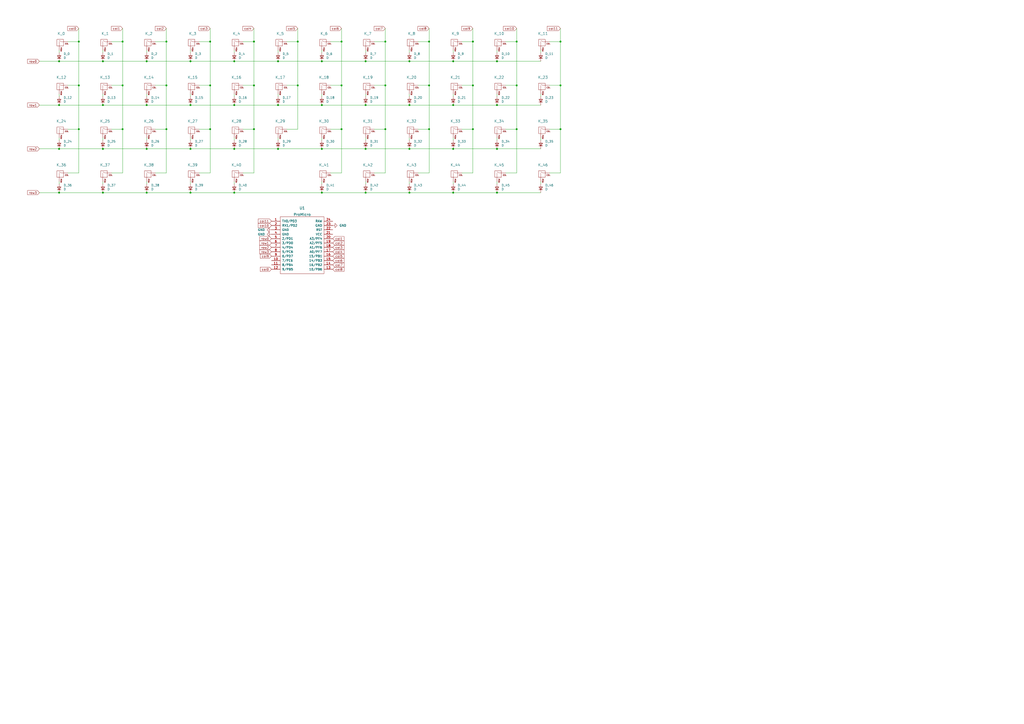
<source format=kicad_sch>
(kicad_sch (version 20211123) (generator eeschema)

  (uuid 6186ccb5-cfb0-4d71-a8bf-1854a7356db7)

  (paper "A2")

  (lib_symbols
    (symbol "Device:D_Small" (pin_numbers hide) (pin_names (offset 0.254) hide) (in_bom yes) (on_board yes)
      (property "Reference" "D" (id 0) (at -1.27 2.032 0)
        (effects (font (size 1.27 1.27)) (justify left))
      )
      (property "Value" "D_Small" (id 1) (at -3.81 -2.032 0)
        (effects (font (size 1.27 1.27)) (justify left))
      )
      (property "Footprint" "" (id 2) (at 0 0 90)
        (effects (font (size 1.27 1.27)) hide)
      )
      (property "Datasheet" "~" (id 3) (at 0 0 90)
        (effects (font (size 1.27 1.27)) hide)
      )
      (property "ki_keywords" "diode" (id 4) (at 0 0 0)
        (effects (font (size 1.27 1.27)) hide)
      )
      (property "ki_description" "Diode, small symbol" (id 5) (at 0 0 0)
        (effects (font (size 1.27 1.27)) hide)
      )
      (property "ki_fp_filters" "TO-???* *_Diode_* *SingleDiode* D_*" (id 6) (at 0 0 0)
        (effects (font (size 1.27 1.27)) hide)
      )
      (symbol "D_Small_0_1"
        (polyline
          (pts
            (xy -0.762 -1.016)
            (xy -0.762 1.016)
          )
          (stroke (width 0.254) (type default) (color 0 0 0 0))
          (fill (type none))
        )
        (polyline
          (pts
            (xy -0.762 0)
            (xy 0.762 0)
          )
          (stroke (width 0) (type default) (color 0 0 0 0))
          (fill (type none))
        )
        (polyline
          (pts
            (xy 0.762 -1.016)
            (xy -0.762 0)
            (xy 0.762 1.016)
            (xy 0.762 -1.016)
          )
          (stroke (width 0.254) (type default) (color 0 0 0 0))
          (fill (type none))
        )
      )
      (symbol "D_Small_1_1"
        (pin passive line (at -2.54 0 0) (length 1.778)
          (name "K" (effects (font (size 1.27 1.27))))
          (number "1" (effects (font (size 1.27 1.27))))
        )
        (pin passive line (at 2.54 0 180) (length 1.778)
          (name "A" (effects (font (size 1.27 1.27))))
          (number "2" (effects (font (size 1.27 1.27))))
        )
      )
    )
    (symbol "MX_Alps_Hybrid:MX-NoLED" (pin_names (offset 1.016)) (in_bom yes) (on_board yes)
      (property "Reference" "MX" (id 0) (at -0.635 3.81 0)
        (effects (font (size 1.524 1.524)))
      )
      (property "Value" "MX-NoLED" (id 1) (at -0.635 1.27 0)
        (effects (font (size 0.508 0.508)))
      )
      (property "Footprint" "" (id 2) (at -15.875 -0.635 0)
        (effects (font (size 1.524 1.524)) hide)
      )
      (property "Datasheet" "" (id 3) (at -15.875 -0.635 0)
        (effects (font (size 1.524 1.524)) hide)
      )
      (symbol "MX-NoLED_0_0"
        (rectangle (start -2.54 2.54) (end 1.27 -1.27)
          (stroke (width 0) (type default) (color 0 0 0 0))
          (fill (type none))
        )
        (polyline
          (pts
            (xy -1.27 -1.27)
            (xy -1.27 1.27)
          )
          (stroke (width 0.127) (type default) (color 0 0 0 0))
          (fill (type none))
        )
        (polyline
          (pts
            (xy 1.27 1.27)
            (xy 0 1.27)
            (xy -1.27 1.905)
          )
          (stroke (width 0.127) (type default) (color 0 0 0 0))
          (fill (type none))
        )
        (text "COL" (at 3.175 0 0)
          (effects (font (size 0.762 0.762)))
        )
        (text "ROW" (at 0 -1.905 900)
          (effects (font (size 0.762 0.762)) (justify right))
        )
      )
      (symbol "MX-NoLED_1_1"
        (pin passive line (at 3.81 1.27 180) (length 2.54)
          (name "COL" (effects (font (size 0 0))))
          (number "1" (effects (font (size 0 0))))
        )
        (pin passive line (at -1.27 -3.81 90) (length 2.54)
          (name "ROW" (effects (font (size 0 0))))
          (number "2" (effects (font (size 0 0))))
        )
      )
    )
    (symbol "keebio:ProMicro" (pin_names (offset 1.016)) (in_bom yes) (on_board yes)
      (property "Reference" "U" (id 0) (at 0 0 0)
        (effects (font (size 1.524 1.524)))
      )
      (property "Value" "ProMicro" (id 1) (at 0 -19.05 0)
        (effects (font (size 1.524 1.524)))
      )
      (property "Footprint" "" (id 2) (at 26.67 -63.5 90)
        (effects (font (size 1.524 1.524)) hide)
      )
      (property "Datasheet" "" (id 3) (at 26.67 -63.5 90)
        (effects (font (size 1.524 1.524)) hide)
      )
      (symbol "ProMicro_0_1"
        (rectangle (start -12.7 -16.51) (end 12.7 16.51)
          (stroke (width 0) (type default) (color 0 0 0 0))
          (fill (type none))
        )
      )
      (symbol "ProMicro_1_1"
        (pin input line (at -17.78 13.97 0) (length 5.08)
          (name "TX0/PD3" (effects (font (size 1.27 1.27))))
          (number "1" (effects (font (size 1.27 1.27))))
        )
        (pin input line (at -17.78 -8.89 0) (length 5.08)
          (name "7/PE6" (effects (font (size 1.27 1.27))))
          (number "10" (effects (font (size 1.27 1.27))))
        )
        (pin input line (at -17.78 -11.43 0) (length 5.08)
          (name "8/PB4" (effects (font (size 1.27 1.27))))
          (number "11" (effects (font (size 1.27 1.27))))
        )
        (pin input line (at -17.78 -13.97 0) (length 5.08)
          (name "9/PB5" (effects (font (size 1.27 1.27))))
          (number "12" (effects (font (size 1.27 1.27))))
        )
        (pin input line (at 17.78 -13.97 180) (length 5.08)
          (name "10/PB6" (effects (font (size 1.27 1.27))))
          (number "13" (effects (font (size 1.27 1.27))))
        )
        (pin input line (at 17.78 -11.43 180) (length 5.08)
          (name "16/PB2" (effects (font (size 1.27 1.27))))
          (number "14" (effects (font (size 1.27 1.27))))
        )
        (pin input line (at 17.78 -8.89 180) (length 5.08)
          (name "14/PB3" (effects (font (size 1.27 1.27))))
          (number "15" (effects (font (size 1.27 1.27))))
        )
        (pin input line (at 17.78 -6.35 180) (length 5.08)
          (name "15/PB1" (effects (font (size 1.27 1.27))))
          (number "16" (effects (font (size 1.27 1.27))))
        )
        (pin input line (at 17.78 -3.81 180) (length 5.08)
          (name "A0/PF7" (effects (font (size 1.27 1.27))))
          (number "17" (effects (font (size 1.27 1.27))))
        )
        (pin input line (at 17.78 -1.27 180) (length 5.08)
          (name "A1/PF6" (effects (font (size 1.27 1.27))))
          (number "18" (effects (font (size 1.27 1.27))))
        )
        (pin input line (at 17.78 1.27 180) (length 5.08)
          (name "A2/PF5" (effects (font (size 1.27 1.27))))
          (number "19" (effects (font (size 1.27 1.27))))
        )
        (pin input line (at -17.78 11.43 0) (length 5.08)
          (name "RX1/PD2" (effects (font (size 1.27 1.27))))
          (number "2" (effects (font (size 1.27 1.27))))
        )
        (pin input line (at 17.78 3.81 180) (length 5.08)
          (name "A3/PF4" (effects (font (size 1.27 1.27))))
          (number "20" (effects (font (size 1.27 1.27))))
        )
        (pin input line (at 17.78 6.35 180) (length 5.08)
          (name "VCC" (effects (font (size 1.27 1.27))))
          (number "21" (effects (font (size 1.27 1.27))))
        )
        (pin input line (at 17.78 8.89 180) (length 5.08)
          (name "RST" (effects (font (size 1.27 1.27))))
          (number "22" (effects (font (size 1.27 1.27))))
        )
        (pin input line (at 17.78 11.43 180) (length 5.08)
          (name "GND" (effects (font (size 1.27 1.27))))
          (number "23" (effects (font (size 1.27 1.27))))
        )
        (pin input line (at 17.78 13.97 180) (length 5.08)
          (name "RAW" (effects (font (size 1.27 1.27))))
          (number "24" (effects (font (size 1.27 1.27))))
        )
        (pin input line (at -17.78 8.89 0) (length 5.08)
          (name "GND" (effects (font (size 1.27 1.27))))
          (number "3" (effects (font (size 1.27 1.27))))
        )
        (pin input line (at -17.78 6.35 0) (length 5.08)
          (name "GND" (effects (font (size 1.27 1.27))))
          (number "4" (effects (font (size 1.27 1.27))))
        )
        (pin input line (at -17.78 3.81 0) (length 5.08)
          (name "2/PD1" (effects (font (size 1.27 1.27))))
          (number "5" (effects (font (size 1.27 1.27))))
        )
        (pin input line (at -17.78 1.27 0) (length 5.08)
          (name "3/PD0" (effects (font (size 1.27 1.27))))
          (number "6" (effects (font (size 1.27 1.27))))
        )
        (pin input line (at -17.78 -1.27 0) (length 5.08)
          (name "4/PD4" (effects (font (size 1.27 1.27))))
          (number "7" (effects (font (size 1.27 1.27))))
        )
        (pin input line (at -17.78 -3.81 0) (length 5.08)
          (name "5/PC6" (effects (font (size 1.27 1.27))))
          (number "8" (effects (font (size 1.27 1.27))))
        )
        (pin input line (at -17.78 -6.35 0) (length 5.08)
          (name "6/PD7" (effects (font (size 1.27 1.27))))
          (number "9" (effects (font (size 1.27 1.27))))
        )
      )
    )
    (symbol "power:GND" (power) (pin_names (offset 0)) (in_bom yes) (on_board yes)
      (property "Reference" "#PWR" (id 0) (at 0 -6.35 0)
        (effects (font (size 1.27 1.27)) hide)
      )
      (property "Value" "GND" (id 1) (at 0 -3.81 0)
        (effects (font (size 1.27 1.27)))
      )
      (property "Footprint" "" (id 2) (at 0 0 0)
        (effects (font (size 1.27 1.27)) hide)
      )
      (property "Datasheet" "" (id 3) (at 0 0 0)
        (effects (font (size 1.27 1.27)) hide)
      )
      (property "ki_keywords" "power-flag" (id 4) (at 0 0 0)
        (effects (font (size 1.27 1.27)) hide)
      )
      (property "ki_description" "Power symbol creates a global label with name \"GND\" , ground" (id 5) (at 0 0 0)
        (effects (font (size 1.27 1.27)) hide)
      )
      (symbol "GND_0_1"
        (polyline
          (pts
            (xy 0 0)
            (xy 0 -1.27)
            (xy 1.27 -1.27)
            (xy 0 -2.54)
            (xy -1.27 -1.27)
            (xy 0 -1.27)
          )
          (stroke (width 0) (type default) (color 0 0 0 0))
          (fill (type none))
        )
      )
      (symbol "GND_1_1"
        (pin power_in line (at 0 0 270) (length 0) hide
          (name "GND" (effects (font (size 1.27 1.27))))
          (number "1" (effects (font (size 1.27 1.27))))
        )
      )
    )
  )

  (junction (at 248.92 24.13) (diameter 0) (color 0 0 0 0)
    (uuid 083d0477-ff7a-4142-ad8b-e780821447b0)
  )
  (junction (at 237.49 60.96) (diameter 0) (color 0 0 0 0)
    (uuid 0b71e445-938f-4d3e-925c-386d9f5284ca)
  )
  (junction (at 147.32 49.53) (diameter 0) (color 0 0 0 0)
    (uuid 10df9bd4-3ea3-4005-9695-6be8e538cbb4)
  )
  (junction (at 34.29 60.96) (diameter 0) (color 0 0 0 0)
    (uuid 16baa39a-a22f-4ac6-b67a-4ba55a23b72a)
  )
  (junction (at 198.12 24.13) (diameter 0) (color 0 0 0 0)
    (uuid 213cd080-2482-4a15-b1e5-9d361e6733cc)
  )
  (junction (at 237.49 86.36) (diameter 0) (color 0 0 0 0)
    (uuid 297aa484-43b7-4514-b4f2-3cd8d3e39492)
  )
  (junction (at 71.12 74.93) (diameter 0) (color 0 0 0 0)
    (uuid 2df897e7-526b-4751-8771-222b0ab694a3)
  )
  (junction (at 262.89 35.56) (diameter 0) (color 0 0 0 0)
    (uuid 2e58b952-f9de-4cc5-80d6-e56c4becc71f)
  )
  (junction (at 34.29 111.76) (diameter 0) (color 0 0 0 0)
    (uuid 2e7a9ec4-fb6e-4cb9-895b-abd25880e01f)
  )
  (junction (at 59.69 86.36) (diameter 0) (color 0 0 0 0)
    (uuid 2f8d5eee-b8cc-4152-bd6e-b497d7bbd1d8)
  )
  (junction (at 248.92 49.53) (diameter 0) (color 0 0 0 0)
    (uuid 3132d9da-c4d9-4b28-bf61-a9225c4f5e64)
  )
  (junction (at 147.32 24.13) (diameter 0) (color 0 0 0 0)
    (uuid 33fb73a9-e7d5-4908-8622-f04974e52375)
  )
  (junction (at 85.09 86.36) (diameter 0) (color 0 0 0 0)
    (uuid 34c5b9c2-6ea5-42f5-9067-180ba6bad836)
  )
  (junction (at 223.52 74.93) (diameter 0) (color 0 0 0 0)
    (uuid 384ad4fd-f54b-497b-8b0b-0e48e8975e07)
  )
  (junction (at 121.92 74.93) (diameter 0) (color 0 0 0 0)
    (uuid 3abc3264-a256-4d16-9392-d3318c34b915)
  )
  (junction (at 85.09 111.76) (diameter 0) (color 0 0 0 0)
    (uuid 3baf6b25-7a96-4917-922c-f5432653eabe)
  )
  (junction (at 135.89 60.96) (diameter 0) (color 0 0 0 0)
    (uuid 3cf370e6-d3fb-4116-8172-ff8b7a36d247)
  )
  (junction (at 299.72 24.13) (diameter 0) (color 0 0 0 0)
    (uuid 3e7d2eac-2f5d-4af2-8e31-cb15804da319)
  )
  (junction (at 172.72 24.13) (diameter 0) (color 0 0 0 0)
    (uuid 4003944a-29c7-44a6-9779-f2b2f996070a)
  )
  (junction (at 161.29 35.56) (diameter 0) (color 0 0 0 0)
    (uuid 439b7d87-2491-4f47-b6c2-e4ad62ea136f)
  )
  (junction (at 45.72 24.13) (diameter 0) (color 0 0 0 0)
    (uuid 453fc997-9e1c-4e84-a601-e76ec09b538e)
  )
  (junction (at 288.29 60.96) (diameter 0) (color 0 0 0 0)
    (uuid 48f1ac96-307c-46c4-a2a2-9b9fb025087c)
  )
  (junction (at 274.32 49.53) (diameter 0) (color 0 0 0 0)
    (uuid 4babb9fc-dad0-46d3-bc2b-1968b1cf55f3)
  )
  (junction (at 85.09 35.56) (diameter 0) (color 0 0 0 0)
    (uuid 4c159e7b-1ddb-4e35-9204-37cbf8380662)
  )
  (junction (at 262.89 86.36) (diameter 0) (color 0 0 0 0)
    (uuid 4c1c4ae5-52fb-4a26-9787-58d1fd2146fc)
  )
  (junction (at 325.12 74.93) (diameter 0) (color 0 0 0 0)
    (uuid 4fab0948-ce08-454e-9be6-e14d2b8e666b)
  )
  (junction (at 34.29 35.56) (diameter 0) (color 0 0 0 0)
    (uuid 5109c00b-f0af-4b70-8406-27e06296345f)
  )
  (junction (at 198.12 74.93) (diameter 0) (color 0 0 0 0)
    (uuid 5af07bfe-6c71-4472-aed6-6cc619550986)
  )
  (junction (at 212.09 86.36) (diameter 0) (color 0 0 0 0)
    (uuid 5bbb239a-7366-472d-b041-2c1d79548218)
  )
  (junction (at 45.72 74.93) (diameter 0) (color 0 0 0 0)
    (uuid 5eb7d17b-b6b6-4e4c-952f-bcbeb7a1bdf5)
  )
  (junction (at 186.69 111.76) (diameter 0) (color 0 0 0 0)
    (uuid 60465cb8-46f7-43f4-8640-afa94dc14156)
  )
  (junction (at 110.49 111.76) (diameter 0) (color 0 0 0 0)
    (uuid 679642fc-b124-4aaa-921e-2cfae77d2908)
  )
  (junction (at 135.89 111.76) (diameter 0) (color 0 0 0 0)
    (uuid 6a099dad-cd1c-4d10-8443-4271f7a557e6)
  )
  (junction (at 59.69 60.96) (diameter 0) (color 0 0 0 0)
    (uuid 6b4eb0b1-dfb3-4e94-99d2-2bcc39ff3d59)
  )
  (junction (at 96.52 74.93) (diameter 0) (color 0 0 0 0)
    (uuid 6bc8d461-da74-4833-be32-3af231d41161)
  )
  (junction (at 85.09 60.96) (diameter 0) (color 0 0 0 0)
    (uuid 6d20d8fc-d24a-49ba-9170-9128810a222f)
  )
  (junction (at 110.49 86.36) (diameter 0) (color 0 0 0 0)
    (uuid 745bbc9a-ea7f-4fb6-ba1c-ab75f7ba34f3)
  )
  (junction (at 71.12 24.13) (diameter 0) (color 0 0 0 0)
    (uuid 7a0b8849-7268-4d21-a16b-15996099e390)
  )
  (junction (at 223.52 24.13) (diameter 0) (color 0 0 0 0)
    (uuid 7a38bd67-8eef-486e-94de-2eb60155914c)
  )
  (junction (at 34.29 86.36) (diameter 0) (color 0 0 0 0)
    (uuid 7c795b93-2af8-46bc-bb5b-1852e49fbe3f)
  )
  (junction (at 262.89 60.96) (diameter 0) (color 0 0 0 0)
    (uuid 7e4b8af6-c136-47b0-ab43-b15fe88a7136)
  )
  (junction (at 288.29 111.76) (diameter 0) (color 0 0 0 0)
    (uuid 869c2f53-d3a8-4969-9bbd-9f4b5d8f0a4f)
  )
  (junction (at 161.29 60.96) (diameter 0) (color 0 0 0 0)
    (uuid 86cc721b-a5a4-4659-ad08-f9e949a57904)
  )
  (junction (at 121.92 49.53) (diameter 0) (color 0 0 0 0)
    (uuid 86d98602-b8a5-4bdb-b874-c66706318957)
  )
  (junction (at 45.72 49.53) (diameter 0) (color 0 0 0 0)
    (uuid 8844ee5b-82e9-4581-9018-083c489ff31a)
  )
  (junction (at 288.29 35.56) (diameter 0) (color 0 0 0 0)
    (uuid 89cbd67b-7545-4761-a38d-20ba9c5dd85a)
  )
  (junction (at 299.72 49.53) (diameter 0) (color 0 0 0 0)
    (uuid 939b8570-7f71-411a-9544-11353fdbc428)
  )
  (junction (at 274.32 74.93) (diameter 0) (color 0 0 0 0)
    (uuid 9428a3fa-9203-4449-92c2-0d3bf2363a44)
  )
  (junction (at 121.92 24.13) (diameter 0) (color 0 0 0 0)
    (uuid 95383d1a-a4aa-4d3e-96b8-15fbd7b56281)
  )
  (junction (at 325.12 24.13) (diameter 0) (color 0 0 0 0)
    (uuid 959fcc88-c77c-40d2-bafe-49306a95d80b)
  )
  (junction (at 186.69 86.36) (diameter 0) (color 0 0 0 0)
    (uuid 97533769-1937-4efa-953f-4b5b383832de)
  )
  (junction (at 198.12 49.53) (diameter 0) (color 0 0 0 0)
    (uuid a11777b0-7fa1-40a2-abfd-1cafccea45e7)
  )
  (junction (at 59.69 111.76) (diameter 0) (color 0 0 0 0)
    (uuid b04df28a-03c2-4169-ac64-beac12971e4f)
  )
  (junction (at 147.32 74.93) (diameter 0) (color 0 0 0 0)
    (uuid b2106236-db30-473c-806d-16896126a4e6)
  )
  (junction (at 325.12 49.53) (diameter 0) (color 0 0 0 0)
    (uuid b4440072-ddd7-4b71-b7ad-d959e2dee5ec)
  )
  (junction (at 248.92 74.93) (diameter 0) (color 0 0 0 0)
    (uuid b447d4de-7cea-475b-a91a-a1a523926723)
  )
  (junction (at 299.72 74.93) (diameter 0) (color 0 0 0 0)
    (uuid bae1dee6-7ddf-42cf-aa19-525b7de1790c)
  )
  (junction (at 186.69 60.96) (diameter 0) (color 0 0 0 0)
    (uuid c26f4bc5-31f4-40d5-b447-3419ed3dc63f)
  )
  (junction (at 59.69 35.56) (diameter 0) (color 0 0 0 0)
    (uuid c2703c50-9d3f-47a0-aaa7-d2fee32b686e)
  )
  (junction (at 110.49 60.96) (diameter 0) (color 0 0 0 0)
    (uuid c377876a-9b38-4de0-83e2-a98e38aefaab)
  )
  (junction (at 172.72 49.53) (diameter 0) (color 0 0 0 0)
    (uuid c63f2e8e-e9f6-40c0-a799-8d7cbdc77942)
  )
  (junction (at 223.52 49.53) (diameter 0) (color 0 0 0 0)
    (uuid c76c16c4-4c51-4211-adff-48be101137ee)
  )
  (junction (at 237.49 111.76) (diameter 0) (color 0 0 0 0)
    (uuid c8f039c3-d417-4a2f-9cc4-cfecc963d119)
  )
  (junction (at 110.49 35.56) (diameter 0) (color 0 0 0 0)
    (uuid cc879def-9afc-47a1-957d-5cd62d0a0732)
  )
  (junction (at 237.49 35.56) (diameter 0) (color 0 0 0 0)
    (uuid cc996993-5146-4421-a039-18ad9a078790)
  )
  (junction (at 274.32 24.13) (diameter 0) (color 0 0 0 0)
    (uuid d27882ac-86ef-4af9-ad06-d9a30dc2daf1)
  )
  (junction (at 186.69 35.56) (diameter 0) (color 0 0 0 0)
    (uuid dd84708b-6456-4e63-8d4b-0aa488a28e8c)
  )
  (junction (at 96.52 49.53) (diameter 0) (color 0 0 0 0)
    (uuid e1234c35-89bf-4f88-b107-ced9bebc8c14)
  )
  (junction (at 161.29 86.36) (diameter 0) (color 0 0 0 0)
    (uuid e49247d2-7d6e-4efc-85fb-17615ed50f14)
  )
  (junction (at 135.89 86.36) (diameter 0) (color 0 0 0 0)
    (uuid ea23505e-0980-4535-a3a0-a1bd91913a6b)
  )
  (junction (at 96.52 24.13) (diameter 0) (color 0 0 0 0)
    (uuid eb2b68d3-3eac-430b-8716-a23a6f9ce4c5)
  )
  (junction (at 212.09 35.56) (diameter 0) (color 0 0 0 0)
    (uuid eb469ff6-8b0d-41f6-b807-219344c10b64)
  )
  (junction (at 212.09 60.96) (diameter 0) (color 0 0 0 0)
    (uuid ec8b5e7b-7a20-4a9b-8ee5-5f69e3c64d67)
  )
  (junction (at 288.29 86.36) (diameter 0) (color 0 0 0 0)
    (uuid ed43bd70-91cd-41c0-9cc7-6ea4b8125c34)
  )
  (junction (at 262.89 111.76) (diameter 0) (color 0 0 0 0)
    (uuid f48136fd-d41c-4619-b806-197302bbd0d3)
  )
  (junction (at 212.09 111.76) (diameter 0) (color 0 0 0 0)
    (uuid fac17dd3-0112-4451-9198-2d07c6508476)
  )
  (junction (at 71.12 49.53) (diameter 0) (color 0 0 0 0)
    (uuid fb7429d9-612a-4b73-8177-2cba2577f570)
  )
  (junction (at 135.89 35.56) (diameter 0) (color 0 0 0 0)
    (uuid fd5b9c5d-6bf7-47fe-8441-aa97bb538414)
  )

  (wire (pts (xy 110.49 54.61) (xy 110.49 55.88))
    (stroke (width 0) (type default) (color 0 0 0 0))
    (uuid 0084acaf-0ed7-4e9e-9e65-3f1a1ab28472)
  )
  (wire (pts (xy 34.29 29.21) (xy 34.29 30.48))
    (stroke (width 0) (type default) (color 0 0 0 0))
    (uuid 00a4d64f-955a-4950-95f3-1f6399605042)
  )
  (wire (pts (xy 237.49 86.36) (xy 262.89 86.36))
    (stroke (width 0) (type default) (color 0 0 0 0))
    (uuid 02b57357-9c4f-450f-b3a2-6e5247b88c7a)
  )
  (wire (pts (xy 166.37 24.13) (xy 172.72 24.13))
    (stroke (width 0) (type default) (color 0 0 0 0))
    (uuid 057ffad9-f536-434c-b8da-4d64f526826f)
  )
  (wire (pts (xy 45.72 100.33) (xy 45.72 74.93))
    (stroke (width 0) (type default) (color 0 0 0 0))
    (uuid 05eb226e-bdef-4798-8652-5a261d116b36)
  )
  (wire (pts (xy 212.09 60.96) (xy 237.49 60.96))
    (stroke (width 0) (type default) (color 0 0 0 0))
    (uuid 06882035-efb4-4bf0-85a9-bb7318a22192)
  )
  (wire (pts (xy 45.72 74.93) (xy 45.72 49.53))
    (stroke (width 0) (type default) (color 0 0 0 0))
    (uuid 06c617bf-e59e-4c09-aafd-9cd3704d25cb)
  )
  (wire (pts (xy 34.29 86.36) (xy 59.69 86.36))
    (stroke (width 0) (type default) (color 0 0 0 0))
    (uuid 07fb6643-54c9-4f1f-a92d-49f5245015e6)
  )
  (wire (pts (xy 186.69 54.61) (xy 186.69 55.88))
    (stroke (width 0) (type default) (color 0 0 0 0))
    (uuid 0a9d36a0-f322-4cd7-86c9-73998380d537)
  )
  (wire (pts (xy 288.29 105.41) (xy 288.29 106.68))
    (stroke (width 0) (type default) (color 0 0 0 0))
    (uuid 0f41264c-432a-4690-829b-9edaa029bf79)
  )
  (wire (pts (xy 39.37 100.33) (xy 45.72 100.33))
    (stroke (width 0) (type default) (color 0 0 0 0))
    (uuid 0f8f5c1c-90dc-414e-bf04-0090f61f829d)
  )
  (wire (pts (xy 267.97 49.53) (xy 274.32 49.53))
    (stroke (width 0) (type default) (color 0 0 0 0))
    (uuid 11069cff-6918-4fed-aecb-bc6c675d7a24)
  )
  (wire (pts (xy 172.72 74.93) (xy 172.72 49.53))
    (stroke (width 0) (type default) (color 0 0 0 0))
    (uuid 11d9a5cb-ee2e-4824-9d10-3497696c28b0)
  )
  (wire (pts (xy 217.17 100.33) (xy 223.52 100.33))
    (stroke (width 0) (type default) (color 0 0 0 0))
    (uuid 1218020b-48a4-4c2b-bf12-9d3ebd4edbe2)
  )
  (wire (pts (xy 121.92 74.93) (xy 121.92 49.53))
    (stroke (width 0) (type default) (color 0 0 0 0))
    (uuid 126b70d0-7525-43fb-a421-22cf161b8047)
  )
  (wire (pts (xy 135.89 54.61) (xy 135.89 55.88))
    (stroke (width 0) (type default) (color 0 0 0 0))
    (uuid 129d1974-7951-4fd2-a872-789285b4a400)
  )
  (wire (pts (xy 110.49 111.76) (xy 135.89 111.76))
    (stroke (width 0) (type default) (color 0 0 0 0))
    (uuid 16ba4002-2d26-402a-baa8-4e29cc70b313)
  )
  (wire (pts (xy 59.69 54.61) (xy 59.69 55.88))
    (stroke (width 0) (type default) (color 0 0 0 0))
    (uuid 1b515ab2-858d-47ab-b325-ff774844385e)
  )
  (wire (pts (xy 237.49 105.41) (xy 237.49 106.68))
    (stroke (width 0) (type default) (color 0 0 0 0))
    (uuid 1be6f1d3-8e3c-4be8-a9f1-9488d1ce27bc)
  )
  (wire (pts (xy 248.92 16.51) (xy 248.92 24.13))
    (stroke (width 0) (type default) (color 0 0 0 0))
    (uuid 1c3a9457-e2de-441b-84b9-121b5c3d053a)
  )
  (wire (pts (xy 318.77 100.33) (xy 325.12 100.33))
    (stroke (width 0) (type default) (color 0 0 0 0))
    (uuid 1dbcd037-fc17-4af3-b189-c1ac44597890)
  )
  (wire (pts (xy 313.69 54.61) (xy 313.69 55.88))
    (stroke (width 0) (type default) (color 0 0 0 0))
    (uuid 1e09bcf4-a23e-4294-b7a8-ca32ffef3988)
  )
  (wire (pts (xy 140.97 74.93) (xy 147.32 74.93))
    (stroke (width 0) (type default) (color 0 0 0 0))
    (uuid 22765a8c-2fcd-43ff-9297-7e94261e4465)
  )
  (wire (pts (xy 110.49 35.56) (xy 135.89 35.56))
    (stroke (width 0) (type default) (color 0 0 0 0))
    (uuid 232c996e-78b1-4369-a398-552c4a7465e6)
  )
  (wire (pts (xy 212.09 111.76) (xy 237.49 111.76))
    (stroke (width 0) (type default) (color 0 0 0 0))
    (uuid 236adc5a-7608-41df-94fa-0d3a98715312)
  )
  (wire (pts (xy 288.29 54.61) (xy 288.29 55.88))
    (stroke (width 0) (type default) (color 0 0 0 0))
    (uuid 23846914-ba9d-4e58-bb16-6ea1d8927cb1)
  )
  (wire (pts (xy 34.29 35.56) (xy 59.69 35.56))
    (stroke (width 0) (type default) (color 0 0 0 0))
    (uuid 25664cc6-fe8b-4191-9a3a-144f1ef4dee3)
  )
  (wire (pts (xy 59.69 86.36) (xy 85.09 86.36))
    (stroke (width 0) (type default) (color 0 0 0 0))
    (uuid 26082f25-afb0-46df-aa89-f3c11ee449b8)
  )
  (wire (pts (xy 147.32 100.33) (xy 147.32 74.93))
    (stroke (width 0) (type default) (color 0 0 0 0))
    (uuid 279a2174-39e2-4b50-9000-53545b3b1880)
  )
  (wire (pts (xy 147.32 16.51) (xy 147.32 24.13))
    (stroke (width 0) (type default) (color 0 0 0 0))
    (uuid 285f5112-08b4-4dba-8647-dc16c3c4c8ee)
  )
  (wire (pts (xy 293.37 49.53) (xy 299.72 49.53))
    (stroke (width 0) (type default) (color 0 0 0 0))
    (uuid 28f1f82d-ead7-457d-86ac-67c7c2eb2aa2)
  )
  (wire (pts (xy 110.49 29.21) (xy 110.49 30.48))
    (stroke (width 0) (type default) (color 0 0 0 0))
    (uuid 29f7c66f-a539-4af5-8899-19bc341c292c)
  )
  (wire (pts (xy 110.49 105.41) (xy 110.49 106.68))
    (stroke (width 0) (type default) (color 0 0 0 0))
    (uuid 2a12eb6a-eaf3-43df-9060-0b707fc1fda5)
  )
  (wire (pts (xy 161.29 86.36) (xy 186.69 86.36))
    (stroke (width 0) (type default) (color 0 0 0 0))
    (uuid 2c1e640e-972d-473f-9d76-5ac021730ac4)
  )
  (wire (pts (xy 90.17 24.13) (xy 96.52 24.13))
    (stroke (width 0) (type default) (color 0 0 0 0))
    (uuid 2c995f6f-3979-47d2-9537-b2752bc0a8b8)
  )
  (wire (pts (xy 64.77 74.93) (xy 71.12 74.93))
    (stroke (width 0) (type default) (color 0 0 0 0))
    (uuid 2e393b46-16bd-42b7-bc18-e8145f6dc2e3)
  )
  (wire (pts (xy 135.89 105.41) (xy 135.89 106.68))
    (stroke (width 0) (type default) (color 0 0 0 0))
    (uuid 2e396fba-c81a-4c8d-88dd-cc7a51ef41b6)
  )
  (wire (pts (xy 262.89 105.41) (xy 262.89 106.68))
    (stroke (width 0) (type default) (color 0 0 0 0))
    (uuid 2e90e1b8-6b16-4560-a9fb-cd5e189aa6b7)
  )
  (wire (pts (xy 288.29 60.96) (xy 313.69 60.96))
    (stroke (width 0) (type default) (color 0 0 0 0))
    (uuid 2ec33cb7-8821-4707-a40e-d2d7c44559c6)
  )
  (wire (pts (xy 186.69 35.56) (xy 212.09 35.56))
    (stroke (width 0) (type default) (color 0 0 0 0))
    (uuid 2f5fc082-abbd-487d-8b1a-04868725d4cd)
  )
  (wire (pts (xy 110.49 86.36) (xy 135.89 86.36))
    (stroke (width 0) (type default) (color 0 0 0 0))
    (uuid 2fa23943-8b2c-401e-814f-d027dec13789)
  )
  (wire (pts (xy 90.17 74.93) (xy 96.52 74.93))
    (stroke (width 0) (type default) (color 0 0 0 0))
    (uuid 331fb370-f086-4eff-a27a-64027f96b60c)
  )
  (wire (pts (xy 237.49 29.21) (xy 237.49 30.48))
    (stroke (width 0) (type default) (color 0 0 0 0))
    (uuid 3598337e-e64d-4ac4-b0d1-71ea1639ebec)
  )
  (wire (pts (xy 71.12 74.93) (xy 71.12 49.53))
    (stroke (width 0) (type default) (color 0 0 0 0))
    (uuid 37482cf7-f977-414e-8144-e26f6d66de75)
  )
  (wire (pts (xy 22.86 86.36) (xy 34.29 86.36))
    (stroke (width 0) (type default) (color 0 0 0 0))
    (uuid 391bbda3-d2ed-4d3d-a5a0-eaf87d18a23e)
  )
  (wire (pts (xy 135.89 80.01) (xy 135.89 81.28))
    (stroke (width 0) (type default) (color 0 0 0 0))
    (uuid 3c33adc9-9696-43b3-95c7-34dca17502b1)
  )
  (wire (pts (xy 262.89 86.36) (xy 288.29 86.36))
    (stroke (width 0) (type default) (color 0 0 0 0))
    (uuid 3e91166b-51ce-4107-916c-0d9d1fc32011)
  )
  (wire (pts (xy 242.57 100.33) (xy 248.92 100.33))
    (stroke (width 0) (type default) (color 0 0 0 0))
    (uuid 3fbeadec-2222-4806-bb25-2b2e491ddebf)
  )
  (wire (pts (xy 161.29 29.21) (xy 161.29 30.48))
    (stroke (width 0) (type default) (color 0 0 0 0))
    (uuid 40db812a-b54c-4a9f-8d81-4fd04da74359)
  )
  (wire (pts (xy 186.69 111.76) (xy 212.09 111.76))
    (stroke (width 0) (type default) (color 0 0 0 0))
    (uuid 429f6feb-f266-4722-a1ed-6623f3abdcc5)
  )
  (wire (pts (xy 135.89 60.96) (xy 161.29 60.96))
    (stroke (width 0) (type default) (color 0 0 0 0))
    (uuid 43457ca5-64a4-49a2-877b-3b8d82199c1c)
  )
  (wire (pts (xy 288.29 35.56) (xy 313.69 35.56))
    (stroke (width 0) (type default) (color 0 0 0 0))
    (uuid 44ef9aaa-1327-46aa-9824-9fd40fd577c2)
  )
  (wire (pts (xy 212.09 35.56) (xy 237.49 35.56))
    (stroke (width 0) (type default) (color 0 0 0 0))
    (uuid 497bac85-436c-4eb8-a1cf-90938912e78f)
  )
  (wire (pts (xy 274.32 74.93) (xy 274.32 49.53))
    (stroke (width 0) (type default) (color 0 0 0 0))
    (uuid 4a49d85a-0b76-4995-bf0f-56bdf0f529ff)
  )
  (wire (pts (xy 161.29 35.56) (xy 186.69 35.56))
    (stroke (width 0) (type default) (color 0 0 0 0))
    (uuid 4aaa5be6-f6b9-4277-8d5d-422bab6c3535)
  )
  (wire (pts (xy 262.89 54.61) (xy 262.89 55.88))
    (stroke (width 0) (type default) (color 0 0 0 0))
    (uuid 4d5472e8-7244-4ce3-a0fc-8d1b5fa50fd1)
  )
  (wire (pts (xy 135.89 111.76) (xy 186.69 111.76))
    (stroke (width 0) (type default) (color 0 0 0 0))
    (uuid 509f698b-937e-4aca-a36f-7e5a9255219a)
  )
  (wire (pts (xy 121.92 100.33) (xy 121.92 74.93))
    (stroke (width 0) (type default) (color 0 0 0 0))
    (uuid 517ede8f-4858-4ad7-9a1a-3d5380375f80)
  )
  (wire (pts (xy 85.09 35.56) (xy 110.49 35.56))
    (stroke (width 0) (type default) (color 0 0 0 0))
    (uuid 53284f07-92f7-4488-b570-5c942145cc0c)
  )
  (wire (pts (xy 299.72 74.93) (xy 299.72 49.53))
    (stroke (width 0) (type default) (color 0 0 0 0))
    (uuid 5368f1d1-077f-4619-909c-f5ba43e7382b)
  )
  (wire (pts (xy 186.69 105.41) (xy 186.69 106.68))
    (stroke (width 0) (type default) (color 0 0 0 0))
    (uuid 565310f7-b99a-4caa-aa9b-69d97d30189f)
  )
  (wire (pts (xy 318.77 24.13) (xy 325.12 24.13))
    (stroke (width 0) (type default) (color 0 0 0 0))
    (uuid 582632a6-3a90-42bd-a2d3-ad3ac249ea99)
  )
  (wire (pts (xy 293.37 74.93) (xy 299.72 74.93))
    (stroke (width 0) (type default) (color 0 0 0 0))
    (uuid 58d696b0-7c47-4a1c-b840-8243af2184cf)
  )
  (wire (pts (xy 288.29 86.36) (xy 313.69 86.36))
    (stroke (width 0) (type default) (color 0 0 0 0))
    (uuid 58eb32bb-4da7-4ca9-a3ca-355d7c0e18b6)
  )
  (wire (pts (xy 71.12 16.51) (xy 71.12 24.13))
    (stroke (width 0) (type default) (color 0 0 0 0))
    (uuid 59eebaa7-544f-453c-acaf-863d3587905b)
  )
  (wire (pts (xy 217.17 49.53) (xy 223.52 49.53))
    (stroke (width 0) (type default) (color 0 0 0 0))
    (uuid 59fe54b1-4019-4b9b-828f-3d177167252c)
  )
  (wire (pts (xy 140.97 49.53) (xy 147.32 49.53))
    (stroke (width 0) (type default) (color 0 0 0 0))
    (uuid 5c5f2894-14be-47d4-84a2-0f79e47f8db1)
  )
  (wire (pts (xy 198.12 100.33) (xy 198.12 74.93))
    (stroke (width 0) (type default) (color 0 0 0 0))
    (uuid 6051a9e2-d0cd-4040-8901-8d7961946249)
  )
  (wire (pts (xy 64.77 24.13) (xy 71.12 24.13))
    (stroke (width 0) (type default) (color 0 0 0 0))
    (uuid 614d5ef6-e704-4f88-b3d6-07a6b50d5607)
  )
  (wire (pts (xy 39.37 74.93) (xy 45.72 74.93))
    (stroke (width 0) (type default) (color 0 0 0 0))
    (uuid 63911945-5b3e-4734-b4d1-a12b024ad453)
  )
  (wire (pts (xy 121.92 16.51) (xy 121.92 24.13))
    (stroke (width 0) (type default) (color 0 0 0 0))
    (uuid 653ad55a-10f4-4b2d-b795-bd7315436c56)
  )
  (wire (pts (xy 96.52 100.33) (xy 96.52 74.93))
    (stroke (width 0) (type default) (color 0 0 0 0))
    (uuid 6574796e-4d8d-4d88-bf12-a09a6f54e542)
  )
  (wire (pts (xy 135.89 35.56) (xy 161.29 35.56))
    (stroke (width 0) (type default) (color 0 0 0 0))
    (uuid 68bf00ed-5be3-4e36-8ee6-371b76a5fdac)
  )
  (wire (pts (xy 166.37 74.93) (xy 172.72 74.93))
    (stroke (width 0) (type default) (color 0 0 0 0))
    (uuid 698dd9de-f2b6-48d0-84be-df80f8e669cc)
  )
  (wire (pts (xy 248.92 24.13) (xy 248.92 49.53))
    (stroke (width 0) (type default) (color 0 0 0 0))
    (uuid 6a8981d2-da29-4f9f-913c-1b2b1f173d98)
  )
  (wire (pts (xy 135.89 86.36) (xy 161.29 86.36))
    (stroke (width 0) (type default) (color 0 0 0 0))
    (uuid 6ad02de7-dff5-413c-85c8-97a200965162)
  )
  (wire (pts (xy 223.52 74.93) (xy 223.52 49.53))
    (stroke (width 0) (type default) (color 0 0 0 0))
    (uuid 6b04dd73-1382-4be3-83b4-70bbafea3df4)
  )
  (wire (pts (xy 186.69 60.96) (xy 212.09 60.96))
    (stroke (width 0) (type default) (color 0 0 0 0))
    (uuid 6cbe5f1c-65a0-4c08-8345-8a537134ef5d)
  )
  (wire (pts (xy 85.09 60.96) (xy 110.49 60.96))
    (stroke (width 0) (type default) (color 0 0 0 0))
    (uuid 6ea312e6-66e2-494e-bddb-573668e245fd)
  )
  (wire (pts (xy 299.72 16.51) (xy 299.72 24.13))
    (stroke (width 0) (type default) (color 0 0 0 0))
    (uuid 708e2760-32c5-414f-869f-f50f3a45ca4a)
  )
  (wire (pts (xy 59.69 35.56) (xy 85.09 35.56))
    (stroke (width 0) (type default) (color 0 0 0 0))
    (uuid 7332a8d5-67eb-4a9e-b6e5-c5c1a8a1b7fa)
  )
  (wire (pts (xy 212.09 29.21) (xy 212.09 30.48))
    (stroke (width 0) (type default) (color 0 0 0 0))
    (uuid 73cbe967-4b49-4e77-ad8e-d0cb95d8d4c1)
  )
  (wire (pts (xy 59.69 105.41) (xy 59.69 106.68))
    (stroke (width 0) (type default) (color 0 0 0 0))
    (uuid 76a4ddd6-c9a4-4228-af22-a1ca04b0bb70)
  )
  (wire (pts (xy 198.12 74.93) (xy 198.12 49.53))
    (stroke (width 0) (type default) (color 0 0 0 0))
    (uuid 7704f238-ae8f-4d8a-bf93-d7172aa88e9b)
  )
  (wire (pts (xy 172.72 24.13) (xy 172.72 49.53))
    (stroke (width 0) (type default) (color 0 0 0 0))
    (uuid 7836855e-e462-451d-bb96-a77b97be7848)
  )
  (wire (pts (xy 318.77 49.53) (xy 325.12 49.53))
    (stroke (width 0) (type default) (color 0 0 0 0))
    (uuid 78c999d9-aec8-4cd3-b799-1b4bf7ded025)
  )
  (wire (pts (xy 288.29 111.76) (xy 313.69 111.76))
    (stroke (width 0) (type default) (color 0 0 0 0))
    (uuid 79115d26-4bc5-4f49-af36-21302a78530c)
  )
  (wire (pts (xy 22.86 35.56) (xy 34.29 35.56))
    (stroke (width 0) (type default) (color 0 0 0 0))
    (uuid 7b61f7a9-e939-419b-9cd2-31459aa957b2)
  )
  (wire (pts (xy 198.12 16.51) (xy 198.12 24.13))
    (stroke (width 0) (type default) (color 0 0 0 0))
    (uuid 7c02f673-6b2f-4902-b19f-a786aa506608)
  )
  (wire (pts (xy 85.09 80.01) (xy 85.09 81.28))
    (stroke (width 0) (type default) (color 0 0 0 0))
    (uuid 7e0b34a3-1f3a-447f-9b10-2fe52f0d7547)
  )
  (wire (pts (xy 90.17 49.53) (xy 96.52 49.53))
    (stroke (width 0) (type default) (color 0 0 0 0))
    (uuid 83b62c0d-03ff-4b1c-99ef-02a6f3ec47ea)
  )
  (wire (pts (xy 223.52 16.51) (xy 223.52 24.13))
    (stroke (width 0) (type default) (color 0 0 0 0))
    (uuid 8452203f-4b30-40fd-a8cf-978fdf0a2273)
  )
  (wire (pts (xy 274.32 100.33) (xy 274.32 74.93))
    (stroke (width 0) (type default) (color 0 0 0 0))
    (uuid 854e7ec6-bc84-4fb0-84b0-7ef404c265d2)
  )
  (wire (pts (xy 242.57 49.53) (xy 248.92 49.53))
    (stroke (width 0) (type default) (color 0 0 0 0))
    (uuid 868765e7-6d51-4f85-80ae-df04da5bc5a0)
  )
  (wire (pts (xy 191.77 100.33) (xy 198.12 100.33))
    (stroke (width 0) (type default) (color 0 0 0 0))
    (uuid 8691ec82-5bf9-4dfe-a423-227cc23e9f86)
  )
  (wire (pts (xy 34.29 80.01) (xy 34.29 81.28))
    (stroke (width 0) (type default) (color 0 0 0 0))
    (uuid 874d807d-d7f5-4482-adb0-175c0e083cbb)
  )
  (wire (pts (xy 325.12 16.51) (xy 325.12 24.13))
    (stroke (width 0) (type default) (color 0 0 0 0))
    (uuid 8819fb89-93a8-408a-b229-90261aeae8f5)
  )
  (wire (pts (xy 318.77 74.93) (xy 325.12 74.93))
    (stroke (width 0) (type default) (color 0 0 0 0))
    (uuid 889d1550-4120-42a5-91a2-746738671758)
  )
  (wire (pts (xy 59.69 60.96) (xy 85.09 60.96))
    (stroke (width 0) (type default) (color 0 0 0 0))
    (uuid 8bd045db-ba0e-4d61-921d-700c347356a4)
  )
  (wire (pts (xy 299.72 100.33) (xy 299.72 74.93))
    (stroke (width 0) (type default) (color 0 0 0 0))
    (uuid 8ceae2c2-f93c-4288-a423-45bb58a94f20)
  )
  (wire (pts (xy 135.89 29.21) (xy 135.89 30.48))
    (stroke (width 0) (type default) (color 0 0 0 0))
    (uuid 920cb637-06cb-4c28-bd43-8525591dfa5a)
  )
  (wire (pts (xy 262.89 29.21) (xy 262.89 30.48))
    (stroke (width 0) (type default) (color 0 0 0 0))
    (uuid 952fecec-5c24-437c-9843-bab36b202efa)
  )
  (wire (pts (xy 34.29 54.61) (xy 34.29 55.88))
    (stroke (width 0) (type default) (color 0 0 0 0))
    (uuid 953b6f6b-d7a6-46b4-8f07-690683f8e488)
  )
  (wire (pts (xy 262.89 35.56) (xy 288.29 35.56))
    (stroke (width 0) (type default) (color 0 0 0 0))
    (uuid 95bca423-1c79-4ba6-a181-a41a4420b47f)
  )
  (wire (pts (xy 288.29 29.21) (xy 288.29 30.48))
    (stroke (width 0) (type default) (color 0 0 0 0))
    (uuid 964ed5f8-811c-48f1-8a97-7253ebc88f45)
  )
  (wire (pts (xy 242.57 74.93) (xy 248.92 74.93))
    (stroke (width 0) (type default) (color 0 0 0 0))
    (uuid 96bd90bf-24c2-46b4-8aa9-6811b55cf64c)
  )
  (wire (pts (xy 267.97 100.33) (xy 274.32 100.33))
    (stroke (width 0) (type default) (color 0 0 0 0))
    (uuid 97113ada-e306-4fa6-8ac7-c20159d17000)
  )
  (wire (pts (xy 293.37 100.33) (xy 299.72 100.33))
    (stroke (width 0) (type default) (color 0 0 0 0))
    (uuid 97f76901-cdfe-4bcf-8036-c8dcbb5b0dc5)
  )
  (wire (pts (xy 140.97 24.13) (xy 147.32 24.13))
    (stroke (width 0) (type default) (color 0 0 0 0))
    (uuid 9a597957-382a-45a5-ac79-c09f38133777)
  )
  (wire (pts (xy 217.17 24.13) (xy 223.52 24.13))
    (stroke (width 0) (type default) (color 0 0 0 0))
    (uuid 9a7b2960-8f26-46da-beb6-aa75bac16889)
  )
  (wire (pts (xy 237.49 60.96) (xy 262.89 60.96))
    (stroke (width 0) (type default) (color 0 0 0 0))
    (uuid 9b6a0a9e-a926-4c3d-8a18-9e4becb98c12)
  )
  (wire (pts (xy 34.29 60.96) (xy 59.69 60.96))
    (stroke (width 0) (type default) (color 0 0 0 0))
    (uuid 9bdb9e5b-d65e-4466-b218-6cde85b2f0e6)
  )
  (wire (pts (xy 325.12 24.13) (xy 325.12 49.53))
    (stroke (width 0) (type default) (color 0 0 0 0))
    (uuid 9d8b8898-0bcc-4dbc-ba5f-8171b3a4f9c9)
  )
  (wire (pts (xy 96.52 16.51) (xy 96.52 24.13))
    (stroke (width 0) (type default) (color 0 0 0 0))
    (uuid 9ee77e47-dc96-4e10-bd9f-d3e8e5d69600)
  )
  (wire (pts (xy 140.97 100.33) (xy 147.32 100.33))
    (stroke (width 0) (type default) (color 0 0 0 0))
    (uuid 9eeb3c4e-7b90-4786-9e90-658ff906b2ac)
  )
  (wire (pts (xy 115.57 49.53) (xy 121.92 49.53))
    (stroke (width 0) (type default) (color 0 0 0 0))
    (uuid a31497e9-0e14-4b50-a97e-13ec6a935ea3)
  )
  (wire (pts (xy 22.86 60.96) (xy 34.29 60.96))
    (stroke (width 0) (type default) (color 0 0 0 0))
    (uuid a3465842-c96e-4254-97ae-67fb95343c09)
  )
  (wire (pts (xy 274.32 16.51) (xy 274.32 24.13))
    (stroke (width 0) (type default) (color 0 0 0 0))
    (uuid a3a9f602-193b-4b34-a1ac-e0de505fdff2)
  )
  (wire (pts (xy 59.69 29.21) (xy 59.69 30.48))
    (stroke (width 0) (type default) (color 0 0 0 0))
    (uuid a4a2eb1a-eb04-4119-8753-1ae2e052fbd1)
  )
  (wire (pts (xy 71.12 100.33) (xy 71.12 74.93))
    (stroke (width 0) (type default) (color 0 0 0 0))
    (uuid a5a85e3e-8c2c-4686-8971-4e1f63e050a6)
  )
  (wire (pts (xy 262.89 80.01) (xy 262.89 81.28))
    (stroke (width 0) (type default) (color 0 0 0 0))
    (uuid a5ac9437-39e9-4993-978f-e14806126cbc)
  )
  (wire (pts (xy 248.92 74.93) (xy 248.92 49.53))
    (stroke (width 0) (type default) (color 0 0 0 0))
    (uuid a94c954e-4f78-48d7-acd2-969ea5ac6e79)
  )
  (wire (pts (xy 237.49 80.01) (xy 237.49 81.28))
    (stroke (width 0) (type default) (color 0 0 0 0))
    (uuid aac7930a-69dc-40e7-b855-cc3f65cc3fe5)
  )
  (wire (pts (xy 217.17 74.93) (xy 223.52 74.93))
    (stroke (width 0) (type default) (color 0 0 0 0))
    (uuid ab2ee830-4ce2-4f64-8c17-76bd7cd39515)
  )
  (wire (pts (xy 274.32 24.13) (xy 274.32 49.53))
    (stroke (width 0) (type default) (color 0 0 0 0))
    (uuid ac8aa58d-6eaf-4777-b6e9-0fedbd86ca45)
  )
  (wire (pts (xy 115.57 74.93) (xy 121.92 74.93))
    (stroke (width 0) (type default) (color 0 0 0 0))
    (uuid ad6afc27-595a-4928-b377-eb33f777a7f6)
  )
  (wire (pts (xy 115.57 100.33) (xy 121.92 100.33))
    (stroke (width 0) (type default) (color 0 0 0 0))
    (uuid ad7e8793-4c26-40ee-a3bb-a08999dac6da)
  )
  (wire (pts (xy 186.69 80.01) (xy 186.69 81.28))
    (stroke (width 0) (type default) (color 0 0 0 0))
    (uuid ade8075c-d1e3-40e5-b09b-0803ecf35c19)
  )
  (wire (pts (xy 267.97 24.13) (xy 274.32 24.13))
    (stroke (width 0) (type default) (color 0 0 0 0))
    (uuid ae52f458-e442-4abc-8e4c-7c0e7966bbf0)
  )
  (wire (pts (xy 45.72 24.13) (xy 45.72 49.53))
    (stroke (width 0) (type default) (color 0 0 0 0))
    (uuid ae77507f-19b2-4385-92e0-d99225d8d9db)
  )
  (wire (pts (xy 237.49 35.56) (xy 262.89 35.56))
    (stroke (width 0) (type default) (color 0 0 0 0))
    (uuid af3f419a-e1da-4229-ac32-8ce37262cfb0)
  )
  (wire (pts (xy 186.69 86.36) (xy 212.09 86.36))
    (stroke (width 0) (type default) (color 0 0 0 0))
    (uuid b224982f-edfb-4b1c-aaba-2eaf1c4c9504)
  )
  (wire (pts (xy 242.57 24.13) (xy 248.92 24.13))
    (stroke (width 0) (type default) (color 0 0 0 0))
    (uuid b2b46981-d6dc-4e2c-9fc2-7e3218dc503d)
  )
  (wire (pts (xy 161.29 80.01) (xy 161.29 81.28))
    (stroke (width 0) (type default) (color 0 0 0 0))
    (uuid b66a9ecb-0c01-44b1-b8c1-ceb73d52e75d)
  )
  (wire (pts (xy 64.77 49.53) (xy 71.12 49.53))
    (stroke (width 0) (type default) (color 0 0 0 0))
    (uuid b66f7faf-41c4-4d95-842b-d7e2741dcbbe)
  )
  (wire (pts (xy 223.52 24.13) (xy 223.52 49.53))
    (stroke (width 0) (type default) (color 0 0 0 0))
    (uuid b7326478-1795-43d4-ba50-fca03305723e)
  )
  (wire (pts (xy 191.77 24.13) (xy 198.12 24.13))
    (stroke (width 0) (type default) (color 0 0 0 0))
    (uuid b9445ee4-86c7-489a-9ee6-a5ee5e9da9ea)
  )
  (wire (pts (xy 198.12 24.13) (xy 198.12 49.53))
    (stroke (width 0) (type default) (color 0 0 0 0))
    (uuid baae0bba-c6c3-4ab2-8392-d4482f56def7)
  )
  (wire (pts (xy 85.09 111.76) (xy 110.49 111.76))
    (stroke (width 0) (type default) (color 0 0 0 0))
    (uuid bbbe20c6-4355-4e7e-97cc-55da57834616)
  )
  (wire (pts (xy 85.09 54.61) (xy 85.09 55.88))
    (stroke (width 0) (type default) (color 0 0 0 0))
    (uuid bbd72153-00b3-4781-ada1-24e755257216)
  )
  (wire (pts (xy 248.92 100.33) (xy 248.92 74.93))
    (stroke (width 0) (type default) (color 0 0 0 0))
    (uuid bc269c67-1750-4358-bd3a-497e325ae596)
  )
  (wire (pts (xy 85.09 29.21) (xy 85.09 30.48))
    (stroke (width 0) (type default) (color 0 0 0 0))
    (uuid be3aeaa0-f5c0-40b2-a88e-1b0dff9e4a37)
  )
  (wire (pts (xy 34.29 111.76) (xy 59.69 111.76))
    (stroke (width 0) (type default) (color 0 0 0 0))
    (uuid bfc895a6-c7d5-4842-a54b-b0f7c0f3c660)
  )
  (wire (pts (xy 166.37 49.53) (xy 172.72 49.53))
    (stroke (width 0) (type default) (color 0 0 0 0))
    (uuid c048cee7-ffb4-4ef3-a734-f30c243199d4)
  )
  (wire (pts (xy 212.09 80.01) (xy 212.09 81.28))
    (stroke (width 0) (type default) (color 0 0 0 0))
    (uuid c0b9f945-7908-40e4-bffd-433a778d2ee4)
  )
  (wire (pts (xy 71.12 24.13) (xy 71.12 49.53))
    (stroke (width 0) (type default) (color 0 0 0 0))
    (uuid c0bdb99b-9e73-4f29-9a4b-d5667928a4ed)
  )
  (wire (pts (xy 212.09 54.61) (xy 212.09 55.88))
    (stroke (width 0) (type default) (color 0 0 0 0))
    (uuid c3922571-ea6f-4d82-a4e4-2d6184dafd31)
  )
  (wire (pts (xy 147.32 24.13) (xy 147.32 49.53))
    (stroke (width 0) (type default) (color 0 0 0 0))
    (uuid c42e3e4b-ab85-4e1c-b63e-d7e77ccbea6c)
  )
  (wire (pts (xy 267.97 74.93) (xy 274.32 74.93))
    (stroke (width 0) (type default) (color 0 0 0 0))
    (uuid c51c4e30-0433-4dd4-bc7c-23ad3add574a)
  )
  (wire (pts (xy 262.89 60.96) (xy 288.29 60.96))
    (stroke (width 0) (type default) (color 0 0 0 0))
    (uuid c5a64f5c-1ea3-42fe-93e5-9edf0158fb2e)
  )
  (wire (pts (xy 237.49 111.76) (xy 262.89 111.76))
    (stroke (width 0) (type default) (color 0 0 0 0))
    (uuid c9dcbf04-821b-415f-b932-dd4def394c9d)
  )
  (wire (pts (xy 161.29 60.96) (xy 186.69 60.96))
    (stroke (width 0) (type default) (color 0 0 0 0))
    (uuid c9f5bbc8-7234-4155-8e2c-c614a2baf062)
  )
  (wire (pts (xy 85.09 105.41) (xy 85.09 106.68))
    (stroke (width 0) (type default) (color 0 0 0 0))
    (uuid ca75785c-6718-46cc-b595-bcd8f4fe2af9)
  )
  (wire (pts (xy 96.52 74.93) (xy 96.52 49.53))
    (stroke (width 0) (type default) (color 0 0 0 0))
    (uuid cabf4b6c-0c80-4e23-8461-f0ef9b1bb449)
  )
  (wire (pts (xy 34.29 105.41) (xy 34.29 106.68))
    (stroke (width 0) (type default) (color 0 0 0 0))
    (uuid cb20fe76-5446-4e09-8955-0db56338258b)
  )
  (wire (pts (xy 59.69 80.01) (xy 59.69 81.28))
    (stroke (width 0) (type default) (color 0 0 0 0))
    (uuid cc0f6aed-5677-4c58-916b-be829ff09b7b)
  )
  (wire (pts (xy 293.37 24.13) (xy 299.72 24.13))
    (stroke (width 0) (type default) (color 0 0 0 0))
    (uuid cc452310-8506-4d98-933c-c57dfb04cfa9)
  )
  (wire (pts (xy 172.72 16.51) (xy 172.72 24.13))
    (stroke (width 0) (type default) (color 0 0 0 0))
    (uuid cca01be8-6007-4b67-a973-48ecd9834e43)
  )
  (wire (pts (xy 262.89 111.76) (xy 288.29 111.76))
    (stroke (width 0) (type default) (color 0 0 0 0))
    (uuid ce07125a-184f-4c6c-afb1-a967f85edf33)
  )
  (wire (pts (xy 64.77 100.33) (xy 71.12 100.33))
    (stroke (width 0) (type default) (color 0 0 0 0))
    (uuid cf438b5e-4980-4908-a19f-fb8682372d80)
  )
  (wire (pts (xy 299.72 24.13) (xy 299.72 49.53))
    (stroke (width 0) (type default) (color 0 0 0 0))
    (uuid cf6ad6f8-bfca-4f32-87eb-530b98c833f9)
  )
  (wire (pts (xy 212.09 86.36) (xy 237.49 86.36))
    (stroke (width 0) (type default) (color 0 0 0 0))
    (uuid d16d597f-b422-4ee2-8d95-5a0506ebfa84)
  )
  (wire (pts (xy 39.37 49.53) (xy 45.72 49.53))
    (stroke (width 0) (type default) (color 0 0 0 0))
    (uuid d8a67962-bfd7-4dfb-8395-9c462119841c)
  )
  (wire (pts (xy 22.86 111.76) (xy 34.29 111.76))
    (stroke (width 0) (type default) (color 0 0 0 0))
    (uuid d989c454-699a-49be-af0b-84a1da6b68d1)
  )
  (wire (pts (xy 85.09 86.36) (xy 110.49 86.36))
    (stroke (width 0) (type default) (color 0 0 0 0))
    (uuid e06d7939-6604-4e1c-9fef-ac44cbb9d984)
  )
  (wire (pts (xy 121.92 24.13) (xy 121.92 49.53))
    (stroke (width 0) (type default) (color 0 0 0 0))
    (uuid e11bb110-d356-4156-acd7-f53355e713fc)
  )
  (wire (pts (xy 147.32 74.93) (xy 147.32 49.53))
    (stroke (width 0) (type default) (color 0 0 0 0))
    (uuid e171bba6-1531-4683-b8d2-9d9d1c1826d2)
  )
  (wire (pts (xy 237.49 54.61) (xy 237.49 55.88))
    (stroke (width 0) (type default) (color 0 0 0 0))
    (uuid e1727e7d-c416-4220-810a-6321ed61773d)
  )
  (wire (pts (xy 325.12 100.33) (xy 325.12 74.93))
    (stroke (width 0) (type default) (color 0 0 0 0))
    (uuid e263f1e3-b46b-4728-8dac-b95de83516d5)
  )
  (wire (pts (xy 313.69 29.21) (xy 313.69 30.48))
    (stroke (width 0) (type default) (color 0 0 0 0))
    (uuid e382e071-0d8c-470f-b047-2acb287c587b)
  )
  (wire (pts (xy 288.29 80.01) (xy 288.29 81.28))
    (stroke (width 0) (type default) (color 0 0 0 0))
    (uuid e579e626-befe-4aee-9c5f-c0388681413e)
  )
  (wire (pts (xy 161.29 54.61) (xy 161.29 55.88))
    (stroke (width 0) (type default) (color 0 0 0 0))
    (uuid e839d54b-f290-4304-9522-50c0316bf502)
  )
  (wire (pts (xy 45.72 16.51) (xy 45.72 24.13))
    (stroke (width 0) (type default) (color 0 0 0 0))
    (uuid e88fdb52-89ef-40bd-8c7c-1851c1b902be)
  )
  (wire (pts (xy 110.49 60.96) (xy 135.89 60.96))
    (stroke (width 0) (type default) (color 0 0 0 0))
    (uuid e8d86e52-deac-4c9b-a327-ca7452bcbdfe)
  )
  (wire (pts (xy 191.77 49.53) (xy 198.12 49.53))
    (stroke (width 0) (type default) (color 0 0 0 0))
    (uuid edc7e605-159e-4b85-8b96-e5e0eb817e1d)
  )
  (wire (pts (xy 223.52 100.33) (xy 223.52 74.93))
    (stroke (width 0) (type default) (color 0 0 0 0))
    (uuid edcdb3b4-3fc0-4a03-8084-e7a93d848563)
  )
  (wire (pts (xy 212.09 105.41) (xy 212.09 106.68))
    (stroke (width 0) (type default) (color 0 0 0 0))
    (uuid f01d1c80-88c4-4bf6-a0a1-a556ce4335ec)
  )
  (wire (pts (xy 186.69 29.21) (xy 186.69 30.48))
    (stroke (width 0) (type default) (color 0 0 0 0))
    (uuid f0b62ab5-854a-46f4-a036-19475471d9ce)
  )
  (wire (pts (xy 96.52 24.13) (xy 96.52 49.53))
    (stroke (width 0) (type default) (color 0 0 0 0))
    (uuid f27e1de0-32df-4b2d-b949-477965295a72)
  )
  (wire (pts (xy 313.69 105.41) (xy 313.69 106.68))
    (stroke (width 0) (type default) (color 0 0 0 0))
    (uuid f2f8fc67-8efd-4ede-a604-47ba22b55781)
  )
  (wire (pts (xy 191.77 74.93) (xy 198.12 74.93))
    (stroke (width 0) (type default) (color 0 0 0 0))
    (uuid f46d0fea-718d-40aa-833b-129e4dc3d5bc)
  )
  (wire (pts (xy 90.17 100.33) (xy 96.52 100.33))
    (stroke (width 0) (type default) (color 0 0 0 0))
    (uuid f5a64d4c-c37f-48ac-a96b-450408e52b59)
  )
  (wire (pts (xy 325.12 74.93) (xy 325.12 49.53))
    (stroke (width 0) (type default) (color 0 0 0 0))
    (uuid f6dd7e4b-5351-4430-9f78-fd0616f7e8ce)
  )
  (wire (pts (xy 59.69 111.76) (xy 85.09 111.76))
    (stroke (width 0) (type default) (color 0 0 0 0))
    (uuid f7a0a6f6-d661-4401-86f1-19413a1eb6ca)
  )
  (wire (pts (xy 39.37 24.13) (xy 45.72 24.13))
    (stroke (width 0) (type default) (color 0 0 0 0))
    (uuid f7eabc34-f3c2-479f-b48d-815c87fa9337)
  )
  (wire (pts (xy 110.49 80.01) (xy 110.49 81.28))
    (stroke (width 0) (type default) (color 0 0 0 0))
    (uuid f93cce5b-2340-46bb-906f-dc44f6bc59c2)
  )
  (wire (pts (xy 313.69 80.01) (xy 313.69 81.28))
    (stroke (width 0) (type default) (color 0 0 0 0))
    (uuid fc3cb9c5-8b74-4ef9-9e6d-1ee160b975f3)
  )
  (wire (pts (xy 115.57 24.13) (xy 121.92 24.13))
    (stroke (width 0) (type default) (color 0 0 0 0))
    (uuid fd771ab8-9763-4758-b434-d2d9a8dfb4b9)
  )

  (global_label "col7" (shape input) (at 223.52 16.51 180) (fields_autoplaced)
    (effects (font (size 1.27 1.27)) (justify right))
    (uuid 00d205f1-ddbf-4ff9-8622-23a68bd1d33a)
    (property "Intersheet References" "${INTERSHEET_REFS}" (id 0) (at 0 0 0)
      (effects (font (size 1.27 1.27)) hide)
    )
  )
  (global_label "col0" (shape input) (at 45.72 16.51 180) (fields_autoplaced)
    (effects (font (size 1.27 1.27)) (justify right))
    (uuid 01b36001-fd7d-4083-8084-e526c15a739f)
    (property "Intersheet References" "${INTERSHEET_REFS}" (id 0) (at 0 0 0)
      (effects (font (size 1.27 1.27)) hide)
    )
  )
  (global_label "col3" (shape input) (at 193.04 143.51 0) (fields_autoplaced)
    (effects (font (size 1.27 1.27)) (justify left))
    (uuid 0c7cdc6d-1357-4e45-a81d-7ec8d920b2c7)
    (property "Intersheet References" "${INTERSHEET_REFS}" (id 0) (at 314.96 160.02 0)
      (effects (font (size 1.27 1.27)) hide)
    )
  )
  (global_label "col6" (shape input) (at 198.12 16.51 180) (fields_autoplaced)
    (effects (font (size 1.27 1.27)) (justify right))
    (uuid 0cc54ad0-1a34-43cb-983b-921b2be360dd)
    (property "Intersheet References" "${INTERSHEET_REFS}" (id 0) (at 0 0 0)
      (effects (font (size 1.27 1.27)) hide)
    )
  )
  (global_label "row2" (shape input) (at 22.86 86.36 180) (fields_autoplaced)
    (effects (font (size 1.27 1.27)) (justify right))
    (uuid 1916819d-1576-4e89-8aa5-ba4afe1523d7)
    (property "Intersheet References" "${INTERSHEET_REFS}" (id 0) (at 0 0 0)
      (effects (font (size 1.27 1.27)) hide)
    )
  )
  (global_label "row1" (shape input) (at 157.48 140.97 180) (fields_autoplaced)
    (effects (font (size 1.27 1.27)) (justify right))
    (uuid 1ae741f4-c1a2-4ed9-ada5-d6ae332935e3)
    (property "Intersheet References" "${INTERSHEET_REFS}" (id 0) (at 134.62 80.01 0)
      (effects (font (size 1.27 1.27)) hide)
    )
  )
  (global_label "row1" (shape input) (at 22.86 60.96 180) (fields_autoplaced)
    (effects (font (size 1.27 1.27)) (justify right))
    (uuid 2b67c522-738a-4595-8e5a-2c0a54d839fe)
    (property "Intersheet References" "${INTERSHEET_REFS}" (id 0) (at 0 0 0)
      (effects (font (size 1.27 1.27)) hide)
    )
  )
  (global_label "row0" (shape input) (at 157.48 138.43 180) (fields_autoplaced)
    (effects (font (size 1.27 1.27)) (justify right))
    (uuid 36651e20-2415-4f6e-b503-1bc65fbedb42)
    (property "Intersheet References" "${INTERSHEET_REFS}" (id 0) (at 134.62 102.87 0)
      (effects (font (size 1.27 1.27)) hide)
    )
  )
  (global_label "col10" (shape input) (at 299.72 16.51 180) (fields_autoplaced)
    (effects (font (size 1.27 1.27)) (justify right))
    (uuid 431154fe-0c40-49b5-b1e8-faa7ed12e838)
    (property "Intersheet References" "${INTERSHEET_REFS}" (id 0) (at 0 0 0)
      (effects (font (size 1.27 1.27)) hide)
    )
  )
  (global_label "col5" (shape input) (at 193.04 148.59 0) (fields_autoplaced)
    (effects (font (size 1.27 1.27)) (justify left))
    (uuid 5684acdb-616c-4a71-b6e7-25ab24dbbd23)
    (property "Intersheet References" "${INTERSHEET_REFS}" (id 0) (at 365.76 165.1 0)
      (effects (font (size 1.27 1.27)) hide)
    )
  )
  (global_label "col10" (shape input) (at 157.48 130.81 180) (fields_autoplaced)
    (effects (font (size 1.27 1.27)) (justify right))
    (uuid 5b9f1b28-cb3b-40d5-9148-93b2427b76ea)
    (property "Intersheet References" "${INTERSHEET_REFS}" (id 0) (at -142.24 114.3 0)
      (effects (font (size 1.27 1.27)) hide)
    )
  )
  (global_label "col4" (shape input) (at 193.04 146.05 0) (fields_autoplaced)
    (effects (font (size 1.27 1.27)) (justify left))
    (uuid 6c9a452d-4f72-4969-b1a1-7788d3e71d35)
    (property "Intersheet References" "${INTERSHEET_REFS}" (id 0) (at 340.36 162.56 0)
      (effects (font (size 1.27 1.27)) hide)
    )
  )
  (global_label "col0" (shape input) (at 157.48 156.21 180) (fields_autoplaced)
    (effects (font (size 1.27 1.27)) (justify right))
    (uuid 6f74a69b-bbb4-4bb3-95ca-69845511cd94)
    (property "Intersheet References" "${INTERSHEET_REFS}" (id 0) (at 111.76 139.7 0)
      (effects (font (size 1.27 1.27)) hide)
    )
  )
  (global_label "col9" (shape input) (at 274.32 16.51 180) (fields_autoplaced)
    (effects (font (size 1.27 1.27)) (justify right))
    (uuid 7164d613-e732-424a-bca0-de880fe17eb8)
    (property "Intersheet References" "${INTERSHEET_REFS}" (id 0) (at 0 0 0)
      (effects (font (size 1.27 1.27)) hide)
    )
  )
  (global_label "col3" (shape input) (at 121.92 16.51 180) (fields_autoplaced)
    (effects (font (size 1.27 1.27)) (justify right))
    (uuid 75d40bd4-918f-451c-9044-df4a16e8b271)
    (property "Intersheet References" "${INTERSHEET_REFS}" (id 0) (at 0 0 0)
      (effects (font (size 1.27 1.27)) hide)
    )
  )
  (global_label "row2" (shape input) (at 157.48 143.51 180) (fields_autoplaced)
    (effects (font (size 1.27 1.27)) (justify right))
    (uuid 7679812e-c757-4837-88cc-0c8311ccb1e9)
    (property "Intersheet References" "${INTERSHEET_REFS}" (id 0) (at 134.62 57.15 0)
      (effects (font (size 1.27 1.27)) hide)
    )
  )
  (global_label "col6" (shape input) (at 193.04 151.13 0) (fields_autoplaced)
    (effects (font (size 1.27 1.27)) (justify left))
    (uuid 7e501845-c27f-49ea-97a0-b423e4eb99d3)
    (property "Intersheet References" "${INTERSHEET_REFS}" (id 0) (at 391.16 167.64 0)
      (effects (font (size 1.27 1.27)) hide)
    )
  )
  (global_label "col1" (shape input) (at 193.04 138.43 0) (fields_autoplaced)
    (effects (font (size 1.27 1.27)) (justify left))
    (uuid 94c3e271-cef0-4350-abfe-51b598ebc8f8)
    (property "Intersheet References" "${INTERSHEET_REFS}" (id 0) (at 264.16 154.94 0)
      (effects (font (size 1.27 1.27)) hide)
    )
  )
  (global_label "col8" (shape input) (at 248.92 16.51 180) (fields_autoplaced)
    (effects (font (size 1.27 1.27)) (justify right))
    (uuid 95652c99-75de-4e21-a43b-07a2a84db114)
    (property "Intersheet References" "${INTERSHEET_REFS}" (id 0) (at 0 0 0)
      (effects (font (size 1.27 1.27)) hide)
    )
  )
  (global_label "col2" (shape input) (at 193.04 140.97 0) (fields_autoplaced)
    (effects (font (size 1.27 1.27)) (justify left))
    (uuid 975467c6-311f-4bd7-b3d1-62782e23ff82)
    (property "Intersheet References" "${INTERSHEET_REFS}" (id 0) (at 289.56 157.48 0)
      (effects (font (size 1.27 1.27)) hide)
    )
  )
  (global_label "row0" (shape input) (at 22.86 35.56 180) (fields_autoplaced)
    (effects (font (size 1.27 1.27)) (justify right))
    (uuid 97dee943-18b0-41c9-ba2b-798016a91956)
    (property "Intersheet References" "${INTERSHEET_REFS}" (id 0) (at 0 0 0)
      (effects (font (size 1.27 1.27)) hide)
    )
  )
  (global_label "col9" (shape input) (at 157.48 148.59 180) (fields_autoplaced)
    (effects (font (size 1.27 1.27)) (justify right))
    (uuid ad05b258-013c-43e4-a2ab-2f7e5bb19fe9)
    (property "Intersheet References" "${INTERSHEET_REFS}" (id 0) (at -116.84 132.08 0)
      (effects (font (size 1.27 1.27)) hide)
    )
  )
  (global_label "col8" (shape input) (at 193.04 156.21 0) (fields_autoplaced)
    (effects (font (size 1.27 1.27)) (justify left))
    (uuid b277a0b3-ac13-4ab2-b13f-ee85033201f2)
    (property "Intersheet References" "${INTERSHEET_REFS}" (id 0) (at 441.96 172.72 0)
      (effects (font (size 1.27 1.27)) hide)
    )
  )
  (global_label "col11" (shape input) (at 325.12 16.51 180) (fields_autoplaced)
    (effects (font (size 1.27 1.27)) (justify right))
    (uuid c226d3e8-892d-405c-b52a-c7d70e0b9614)
    (property "Intersheet References" "${INTERSHEET_REFS}" (id 0) (at 0 0 0)
      (effects (font (size 1.27 1.27)) hide)
    )
  )
  (global_label "row3" (shape input) (at 22.86 111.76 180) (fields_autoplaced)
    (effects (font (size 1.27 1.27)) (justify right))
    (uuid c5ae9eb3-1ad5-49a2-95a2-984b05f1dfcd)
    (property "Intersheet References" "${INTERSHEET_REFS}" (id 0) (at 0 0 0)
      (effects (font (size 1.27 1.27)) hide)
    )
  )
  (global_label "row3" (shape input) (at 157.48 146.05 180) (fields_autoplaced)
    (effects (font (size 1.27 1.27)) (justify right))
    (uuid cbfc4926-f2c8-4d82-9071-109eb693f75a)
    (property "Intersheet References" "${INTERSHEET_REFS}" (id 0) (at 134.62 34.29 0)
      (effects (font (size 1.27 1.27)) hide)
    )
  )
  (global_label "col7" (shape input) (at 193.04 153.67 0) (fields_autoplaced)
    (effects (font (size 1.27 1.27)) (justify left))
    (uuid cec1f24c-12ca-4551-831c-44bf4edc5cfb)
    (property "Intersheet References" "${INTERSHEET_REFS}" (id 0) (at 416.56 170.18 0)
      (effects (font (size 1.27 1.27)) hide)
    )
  )
  (global_label "col2" (shape input) (at 96.52 16.51 180) (fields_autoplaced)
    (effects (font (size 1.27 1.27)) (justify right))
    (uuid d56ee2b0-081d-4bff-9595-0227e2421591)
    (property "Intersheet References" "${INTERSHEET_REFS}" (id 0) (at 0 0 0)
      (effects (font (size 1.27 1.27)) hide)
    )
  )
  (global_label "col11" (shape input) (at 157.48 128.27 180) (fields_autoplaced)
    (effects (font (size 1.27 1.27)) (justify right))
    (uuid e5650d89-fac8-4c30-ad0f-b83a47c4d997)
    (property "Intersheet References" "${INTERSHEET_REFS}" (id 0) (at -167.64 111.76 0)
      (effects (font (size 1.27 1.27)) hide)
    )
  )
  (global_label "col5" (shape input) (at 172.72 16.51 180) (fields_autoplaced)
    (effects (font (size 1.27 1.27)) (justify right))
    (uuid edd98b42-b493-41bc-958c-31dbf6bbb6e4)
    (property "Intersheet References" "${INTERSHEET_REFS}" (id 0) (at 0 0 0)
      (effects (font (size 1.27 1.27)) hide)
    )
  )
  (global_label "col1" (shape input) (at 71.12 16.51 180) (fields_autoplaced)
    (effects (font (size 1.27 1.27)) (justify right))
    (uuid fb6d0566-a283-45bb-b3e4-9380b319d1d1)
    (property "Intersheet References" "${INTERSHEET_REFS}" (id 0) (at 0 0 0)
      (effects (font (size 1.27 1.27)) hide)
    )
  )
  (global_label "col4" (shape input) (at 147.32 16.51 180) (fields_autoplaced)
    (effects (font (size 1.27 1.27)) (justify right))
    (uuid fd890cfa-bed2-49f0-9364-4591ee6cccde)
    (property "Intersheet References" "${INTERSHEET_REFS}" (id 0) (at 0 0 0)
      (effects (font (size 1.27 1.27)) hide)
    )
  )

  (symbol (lib_id "MX_Alps_Hybrid:MX-NoLED") (at 111.76 101.6 0) (unit 1)
    (in_bom yes) (on_board yes)
    (uuid 0069a256-7f11-4252-aa4e-04a4729490b1)
    (property "Reference" "K_39" (id 0) (at 111.76 95.6818 0)
      (effects (font (size 1.524 1.524)))
    )
    (property "Value" "KEYSW" (id 1) (at 111.76 104.14 0)
      (effects (font (size 1.524 1.524)) hide)
    )
    (property "Footprint" "MX_Alps_Hybrid:MX-1U-NoLED" (id 2) (at 111.76 101.6 0)
      (effects (font (size 1.524 1.524)) hide)
    )
    (property "Datasheet" "" (id 3) (at 111.76 101.6 0)
      (effects (font (size 1.524 1.524)))
    )
    (pin "1" (uuid c21ed919-15ed-4076-82b5-9105d24cf1f2))
    (pin "2" (uuid f8fa684c-a77e-475f-afbe-d22fb54567b8))
  )

  (symbol (lib_id "MX_Alps_Hybrid:MX-NoLED") (at 111.76 76.2 0) (unit 1)
    (in_bom yes) (on_board yes)
    (uuid 008aae47-c061-4b41-9939-469bde3a05d3)
    (property "Reference" "K_27" (id 0) (at 111.76 70.2818 0)
      (effects (font (size 1.524 1.524)))
    )
    (property "Value" "KEYSW" (id 1) (at 111.76 78.74 0)
      (effects (font (size 1.524 1.524)) hide)
    )
    (property "Footprint" "MX_Alps_Hybrid:MX-1U-NoLED" (id 2) (at 111.76 76.2 0)
      (effects (font (size 1.524 1.524)) hide)
    )
    (property "Datasheet" "" (id 3) (at 111.76 76.2 0)
      (effects (font (size 1.524 1.524)))
    )
    (pin "1" (uuid 397776a8-0e39-488a-a35e-8771ac725846))
    (pin "2" (uuid 9a431c40-2395-46d8-a180-045ee725dbc8))
  )

  (symbol (lib_id "MX_Alps_Hybrid:MX-NoLED") (at 314.96 101.6 0) (unit 1)
    (in_bom yes) (on_board yes)
    (uuid 06c6816a-c812-4853-8112-c45c0362b716)
    (property "Reference" "K_46" (id 0) (at 314.96 95.6818 0)
      (effects (font (size 1.524 1.524)))
    )
    (property "Value" "KEYSW" (id 1) (at 314.96 104.14 0)
      (effects (font (size 1.524 1.524)) hide)
    )
    (property "Footprint" "MX_Alps_Hybrid:MX-1.25U-NoLED" (id 2) (at 314.96 101.6 0)
      (effects (font (size 1.524 1.524)) hide)
    )
    (property "Datasheet" "" (id 3) (at 314.96 101.6 0)
      (effects (font (size 1.524 1.524)))
    )
    (pin "1" (uuid d3becee8-a26d-46e9-84b3-bbcd096fc542))
    (pin "2" (uuid c84212c4-c85c-4809-88fc-e692f192321b))
  )

  (symbol (lib_id "MX_Alps_Hybrid:MX-NoLED") (at 238.76 76.2 0) (unit 1)
    (in_bom yes) (on_board yes)
    (uuid 10fa7e35-8d5f-447c-9844-b175cc452cfa)
    (property "Reference" "K_32" (id 0) (at 238.76 70.2818 0)
      (effects (font (size 1.524 1.524)))
    )
    (property "Value" "KEYSW" (id 1) (at 238.76 78.74 0)
      (effects (font (size 1.524 1.524)) hide)
    )
    (property "Footprint" "MX_Alps_Hybrid:MX-1U-NoLED" (id 2) (at 238.76 76.2 0)
      (effects (font (size 1.524 1.524)) hide)
    )
    (property "Datasheet" "" (id 3) (at 238.76 76.2 0)
      (effects (font (size 1.524 1.524)))
    )
    (pin "1" (uuid 255ffe28-e505-45c4-82de-c2ad4a77e27c))
    (pin "2" (uuid c3b68163-9bb2-4cf7-b704-c18ac8fd1770))
  )

  (symbol (lib_id "MX_Alps_Hybrid:MX-NoLED") (at 314.96 76.2 0) (unit 1)
    (in_bom yes) (on_board yes)
    (uuid 11c054a7-d412-41f8-844f-d01af00686b4)
    (property "Reference" "K_35" (id 0) (at 314.96 70.2818 0)
      (effects (font (size 1.524 1.524)))
    )
    (property "Value" "KEYSW" (id 1) (at 314.96 78.74 0)
      (effects (font (size 1.524 1.524)) hide)
    )
    (property "Footprint" "MX_Alps_Hybrid:MX-2.75U-NoLED" (id 2) (at 314.96 76.2 0)
      (effects (font (size 1.524 1.524)) hide)
    )
    (property "Datasheet" "" (id 3) (at 314.96 76.2 0)
      (effects (font (size 1.524 1.524)))
    )
    (pin "1" (uuid c770cc57-2619-42f8-b81c-5f8d7fe60e11))
    (pin "2" (uuid 3a1b1b27-064b-4e0c-973d-4d92693d5b20))
  )

  (symbol (lib_id "Device:D_Small") (at 262.89 58.42 90) (unit 1)
    (in_bom yes) (on_board yes)
    (uuid 11ebc408-0d5a-4c66-8dd2-4b1f620d072e)
    (property "Reference" "D_21" (id 0) (at 265.43 56.642 90)
      (effects (font (size 1.27 1.27)) (justify right))
    )
    (property "Value" "D" (id 1) (at 265.43 58.928 90)
      (effects (font (size 1.27 1.27)) (justify right))
    )
    (property "Footprint" "Diode_SMD:D_SOD-123" (id 2) (at 264.16 66.04 0)
      (effects (font (size 1.27 1.27)) hide)
    )
    (property "Datasheet" "~" (id 3) (at 264.16 66.04 0)
      (effects (font (size 1.27 1.27)) hide)
    )
    (pin "1" (uuid 92a094f7-96ec-452c-bb6b-ae94899d324d))
    (pin "2" (uuid 6dccddb7-8334-4136-852f-13da9184191c))
  )

  (symbol (lib_id "Device:D_Small") (at 313.69 33.02 90) (unit 1)
    (in_bom yes) (on_board yes)
    (uuid 15e3fa7b-3983-437b-9da3-8610fcfdda15)
    (property "Reference" "D_11" (id 0) (at 316.23 31.242 90)
      (effects (font (size 1.27 1.27)) (justify right))
    )
    (property "Value" "D" (id 1) (at 316.23 33.528 90)
      (effects (font (size 1.27 1.27)) (justify right))
    )
    (property "Footprint" "Diode_SMD:D_SOD-123" (id 2) (at 314.96 40.64 0)
      (effects (font (size 1.27 1.27)) hide)
    )
    (property "Datasheet" "~" (id 3) (at 314.96 40.64 0)
      (effects (font (size 1.27 1.27)) hide)
    )
    (pin "1" (uuid dc127596-b838-4d98-ad29-d5dc4759fe11))
    (pin "2" (uuid 3fe09f2b-6239-4596-968d-1cbf9496d98b))
  )

  (symbol (lib_id "MX_Alps_Hybrid:MX-NoLED") (at 86.36 76.2 0) (unit 1)
    (in_bom yes) (on_board yes)
    (uuid 1b679175-6017-49b9-ab36-580ff7e20a7f)
    (property "Reference" "K_26" (id 0) (at 86.36 70.2818 0)
      (effects (font (size 1.524 1.524)))
    )
    (property "Value" "KEYSW" (id 1) (at 86.36 78.74 0)
      (effects (font (size 1.524 1.524)) hide)
    )
    (property "Footprint" "MX_Alps_Hybrid:MX-1U-NoLED" (id 2) (at 86.36 76.2 0)
      (effects (font (size 1.524 1.524)) hide)
    )
    (property "Datasheet" "" (id 3) (at 86.36 76.2 0)
      (effects (font (size 1.524 1.524)))
    )
    (pin "1" (uuid 0ab77e69-9d19-47c5-a8fb-79abd6ac5d7e))
    (pin "2" (uuid 6d68ed52-45fa-4f62-8c73-40635d068799))
  )

  (symbol (lib_id "MX_Alps_Hybrid:MX-NoLED") (at 264.16 50.8 0) (unit 1)
    (in_bom yes) (on_board yes)
    (uuid 1d35e70b-8aab-457e-ab27-58bedaff77db)
    (property "Reference" "K_21" (id 0) (at 264.16 44.8818 0)
      (effects (font (size 1.524 1.524)))
    )
    (property "Value" "KEYSW" (id 1) (at 264.16 53.34 0)
      (effects (font (size 1.524 1.524)) hide)
    )
    (property "Footprint" "MX_Alps_Hybrid:MX-1U-NoLED" (id 2) (at 264.16 50.8 0)
      (effects (font (size 1.524 1.524)) hide)
    )
    (property "Datasheet" "" (id 3) (at 264.16 50.8 0)
      (effects (font (size 1.524 1.524)))
    )
    (pin "1" (uuid 19ed84a1-70cd-4f6c-b077-21970a99afae))
    (pin "2" (uuid a5750f90-fadc-4951-a338-ab3a002c22e3))
  )

  (symbol (lib_id "Device:D_Small") (at 161.29 83.82 90) (unit 1)
    (in_bom yes) (on_board yes)
    (uuid 1d9c58d8-63e9-4d45-a9a4-a76aec944780)
    (property "Reference" "D_29" (id 0) (at 163.83 82.042 90)
      (effects (font (size 1.27 1.27)) (justify right))
    )
    (property "Value" "D" (id 1) (at 163.83 84.328 90)
      (effects (font (size 1.27 1.27)) (justify right))
    )
    (property "Footprint" "Diode_SMD:D_SOD-123" (id 2) (at 162.56 91.44 0)
      (effects (font (size 1.27 1.27)) hide)
    )
    (property "Datasheet" "~" (id 3) (at 162.56 91.44 0)
      (effects (font (size 1.27 1.27)) hide)
    )
    (pin "1" (uuid ba81e939-f1cc-43ff-977f-260751026207))
    (pin "2" (uuid e7c1cc0f-f300-4b18-8baa-b24eedac1b07))
  )

  (symbol (lib_id "MX_Alps_Hybrid:MX-NoLED") (at 162.56 50.8 0) (unit 1)
    (in_bom yes) (on_board yes)
    (uuid 1e2fd66d-9db2-4d42-bc78-d1dabff319b4)
    (property "Reference" "K_17" (id 0) (at 162.56 44.8818 0)
      (effects (font (size 1.524 1.524)))
    )
    (property "Value" "KEYSW" (id 1) (at 162.56 53.34 0)
      (effects (font (size 1.524 1.524)) hide)
    )
    (property "Footprint" "MX_Alps_Hybrid:MX-1U-NoLED" (id 2) (at 162.56 50.8 0)
      (effects (font (size 1.524 1.524)) hide)
    )
    (property "Datasheet" "" (id 3) (at 162.56 50.8 0)
      (effects (font (size 1.524 1.524)))
    )
    (pin "1" (uuid b1ebbfae-b686-4cb2-85a6-a0f17ba40202))
    (pin "2" (uuid 3fde8615-47c3-49a1-abbf-e7bf8ce1ff4f))
  )

  (symbol (lib_id "power:GND") (at 157.48 135.89 270) (unit 1)
    (in_bom yes) (on_board yes) (fields_autoplaced)
    (uuid 201a7ef3-2d97-46c7-8049-fdbbffd570b4)
    (property "Reference" "#PWR03" (id 0) (at 151.13 135.89 0)
      (effects (font (size 1.27 1.27)) hide)
    )
    (property "Value" "GND" (id 1) (at 153.67 135.8899 90)
      (effects (font (size 1.27 1.27)) (justify right))
    )
    (property "Footprint" "" (id 2) (at 157.48 135.89 0)
      (effects (font (size 1.27 1.27)) hide)
    )
    (property "Datasheet" "" (id 3) (at 157.48 135.89 0)
      (effects (font (size 1.27 1.27)) hide)
    )
    (pin "1" (uuid 48b04f36-10e0-4c15-bf64-2060817282bd))
  )

  (symbol (lib_id "MX_Alps_Hybrid:MX-NoLED") (at 187.96 50.8 0) (unit 1)
    (in_bom yes) (on_board yes)
    (uuid 227fd729-525c-484a-a353-0ccd9d1b9301)
    (property "Reference" "K_18" (id 0) (at 187.96 44.8818 0)
      (effects (font (size 1.524 1.524)))
    )
    (property "Value" "KEYSW" (id 1) (at 187.96 53.34 0)
      (effects (font (size 1.524 1.524)) hide)
    )
    (property "Footprint" "MX_Alps_Hybrid:MX-1U-NoLED" (id 2) (at 187.96 50.8 0)
      (effects (font (size 1.524 1.524)) hide)
    )
    (property "Datasheet" "" (id 3) (at 187.96 50.8 0)
      (effects (font (size 1.524 1.524)))
    )
    (pin "1" (uuid 526ae688-4ae1-4e08-9541-c32beb427676))
    (pin "2" (uuid db3da818-9366-4bec-9c8d-d5a2405ee00a))
  )

  (symbol (lib_id "Device:D_Small") (at 288.29 33.02 90) (unit 1)
    (in_bom yes) (on_board yes)
    (uuid 2549ebd6-b130-4849-8c2b-9748d626cb91)
    (property "Reference" "D_10" (id 0) (at 290.83 31.242 90)
      (effects (font (size 1.27 1.27)) (justify right))
    )
    (property "Value" "D" (id 1) (at 290.83 33.528 90)
      (effects (font (size 1.27 1.27)) (justify right))
    )
    (property "Footprint" "Diode_SMD:D_SOD-123" (id 2) (at 289.56 40.64 0)
      (effects (font (size 1.27 1.27)) hide)
    )
    (property "Datasheet" "~" (id 3) (at 289.56 40.64 0)
      (effects (font (size 1.27 1.27)) hide)
    )
    (pin "1" (uuid 4b2f4b95-fc33-4384-9cac-6abd2578b2f3))
    (pin "2" (uuid 2ba60e98-3e1c-4c09-9ecb-14fa55c7616b))
  )

  (symbol (lib_id "MX_Alps_Hybrid:MX-NoLED") (at 111.76 50.8 0) (unit 1)
    (in_bom yes) (on_board yes)
    (uuid 25634c76-6957-408a-9700-477fe66d868c)
    (property "Reference" "K_15" (id 0) (at 111.76 44.8818 0)
      (effects (font (size 1.524 1.524)))
    )
    (property "Value" "KEYSW" (id 1) (at 111.76 53.34 0)
      (effects (font (size 1.524 1.524)) hide)
    )
    (property "Footprint" "MX_Alps_Hybrid:MX-1U-NoLED" (id 2) (at 111.76 50.8 0)
      (effects (font (size 1.524 1.524)) hide)
    )
    (property "Datasheet" "" (id 3) (at 111.76 50.8 0)
      (effects (font (size 1.524 1.524)))
    )
    (pin "1" (uuid fea2c4ca-8274-44cb-a49e-b7e69be07b01))
    (pin "2" (uuid 3d21373f-f4af-48dc-8435-9a9b44a95eb4))
  )

  (symbol (lib_id "MX_Alps_Hybrid:MX-NoLED") (at 60.96 25.4 0) (unit 1)
    (in_bom yes) (on_board yes)
    (uuid 26f3b784-df44-4ba5-a23a-daadaaa72ec0)
    (property "Reference" "K_1" (id 0) (at 60.96 19.4818 0)
      (effects (font (size 1.524 1.524)))
    )
    (property "Value" "KEYSW" (id 1) (at 60.96 27.94 0)
      (effects (font (size 1.524 1.524)) hide)
    )
    (property "Footprint" "MX_Alps_Hybrid:MX-1U-NoLED" (id 2) (at 60.96 25.4 0)
      (effects (font (size 1.524 1.524)) hide)
    )
    (property "Datasheet" "" (id 3) (at 60.96 25.4 0)
      (effects (font (size 1.524 1.524)))
    )
    (pin "1" (uuid 2c6d82fc-f3fa-47d6-8b1c-bc1315d2d40d))
    (pin "2" (uuid dfb34288-e058-4a12-8891-a29d0ff2198f))
  )

  (symbol (lib_id "MX_Alps_Hybrid:MX-NoLED") (at 289.56 76.2 0) (unit 1)
    (in_bom yes) (on_board yes)
    (uuid 274bcd63-306c-43d0-a4a1-18acdfb12029)
    (property "Reference" "K_34" (id 0) (at 289.56 70.2818 0)
      (effects (font (size 1.524 1.524)))
    )
    (property "Value" "KEYSW" (id 1) (at 289.56 78.74 0)
      (effects (font (size 1.524 1.524)) hide)
    )
    (property "Footprint" "MX_Alps_Hybrid:MX-1U-NoLED" (id 2) (at 289.56 76.2 0)
      (effects (font (size 1.524 1.524)) hide)
    )
    (property "Datasheet" "" (id 3) (at 289.56 76.2 0)
      (effects (font (size 1.524 1.524)))
    )
    (pin "1" (uuid b4828aaf-7c2e-407d-953b-8309adf2397c))
    (pin "2" (uuid 4baa9367-016e-4d5e-9b0e-b72167ccaea8))
  )

  (symbol (lib_id "Device:D_Small") (at 85.09 58.42 90) (unit 1)
    (in_bom yes) (on_board yes)
    (uuid 2beb1210-644c-4455-8e18-dd9f44e3e709)
    (property "Reference" "D_14" (id 0) (at 87.63 56.642 90)
      (effects (font (size 1.27 1.27)) (justify right))
    )
    (property "Value" "D" (id 1) (at 87.63 58.928 90)
      (effects (font (size 1.27 1.27)) (justify right))
    )
    (property "Footprint" "Diode_SMD:D_SOD-123" (id 2) (at 86.36 66.04 0)
      (effects (font (size 1.27 1.27)) hide)
    )
    (property "Datasheet" "~" (id 3) (at 86.36 66.04 0)
      (effects (font (size 1.27 1.27)) hide)
    )
    (pin "1" (uuid 6eb908ad-107d-4807-96fe-0f966cb4bd8e))
    (pin "2" (uuid 67b26ddf-7665-4059-a90e-f9fd7be74371))
  )

  (symbol (lib_id "MX_Alps_Hybrid:MX-NoLED") (at 213.36 76.2 0) (unit 1)
    (in_bom yes) (on_board yes)
    (uuid 2e5f9cc1-1953-4040-b1f8-85fc7c293495)
    (property "Reference" "K_31" (id 0) (at 213.36 70.2818 0)
      (effects (font (size 1.524 1.524)))
    )
    (property "Value" "KEYSW" (id 1) (at 213.36 78.74 0)
      (effects (font (size 1.524 1.524)) hide)
    )
    (property "Footprint" "MX_Alps_Hybrid:MX-1U-NoLED" (id 2) (at 213.36 76.2 0)
      (effects (font (size 1.524 1.524)) hide)
    )
    (property "Datasheet" "" (id 3) (at 213.36 76.2 0)
      (effects (font (size 1.524 1.524)))
    )
    (pin "1" (uuid 84836a53-7c59-43cc-8078-ca16f24ff056))
    (pin "2" (uuid 1181bd7e-726b-4929-b98c-9743b91c9b77))
  )

  (symbol (lib_id "MX_Alps_Hybrid:MX-NoLED") (at 314.96 50.8 0) (unit 1)
    (in_bom yes) (on_board yes)
    (uuid 2ed8ba83-4c37-439b-84f5-0a4d559c2574)
    (property "Reference" "K_23" (id 0) (at 314.96 44.8818 0)
      (effects (font (size 1.524 1.524)))
    )
    (property "Value" "KEYSW" (id 1) (at 314.96 53.34 0)
      (effects (font (size 1.524 1.524)) hide)
    )
    (property "Footprint" "MX_Alps_Hybrid:MX-2.25U-NoLED" (id 2) (at 314.96 50.8 0)
      (effects (font (size 1.524 1.524)) hide)
    )
    (property "Datasheet" "" (id 3) (at 314.96 50.8 0)
      (effects (font (size 1.524 1.524)))
    )
    (pin "1" (uuid baeb0128-28b4-481a-834e-f61074e7ac10))
    (pin "2" (uuid 0c0685e7-2d5f-46a5-a6fc-7f1a5943f757))
  )

  (symbol (lib_id "Device:D_Small") (at 212.09 83.82 90) (unit 1)
    (in_bom yes) (on_board yes)
    (uuid 2ee0e570-86fb-4f2d-9261-f972ef72d0a7)
    (property "Reference" "D_31" (id 0) (at 214.63 82.042 90)
      (effects (font (size 1.27 1.27)) (justify right))
    )
    (property "Value" "D" (id 1) (at 214.63 84.328 90)
      (effects (font (size 1.27 1.27)) (justify right))
    )
    (property "Footprint" "Diode_SMD:D_SOD-123" (id 2) (at 213.36 91.44 0)
      (effects (font (size 1.27 1.27)) hide)
    )
    (property "Datasheet" "~" (id 3) (at 213.36 91.44 0)
      (effects (font (size 1.27 1.27)) hide)
    )
    (pin "1" (uuid 6e5004d8-1263-4dfa-ab6f-8e3d2c69ce06))
    (pin "2" (uuid 0ce31dae-e6ff-463e-b735-4e0e4b78f39b))
  )

  (symbol (lib_id "Device:D_Small") (at 212.09 33.02 90) (unit 1)
    (in_bom yes) (on_board yes)
    (uuid 32bd64f1-396b-4aab-b5a7-d4edc5a6120c)
    (property "Reference" "D_7" (id 0) (at 214.63 31.242 90)
      (effects (font (size 1.27 1.27)) (justify right))
    )
    (property "Value" "D" (id 1) (at 214.63 33.528 90)
      (effects (font (size 1.27 1.27)) (justify right))
    )
    (property "Footprint" "Diode_SMD:D_SOD-123" (id 2) (at 213.36 40.64 0)
      (effects (font (size 1.27 1.27)) hide)
    )
    (property "Datasheet" "~" (id 3) (at 213.36 40.64 0)
      (effects (font (size 1.27 1.27)) hide)
    )
    (pin "1" (uuid c0e6c5cd-7a63-47c7-a1c7-6438252205a8))
    (pin "2" (uuid 1c8f15ef-de53-4c9e-b91c-91d258608513))
  )

  (symbol (lib_id "Device:D_Small") (at 313.69 109.22 90) (unit 1)
    (in_bom yes) (on_board yes)
    (uuid 385a68a9-87a7-455e-a7d0-666005ddb26e)
    (property "Reference" "D_46" (id 0) (at 316.23 107.442 90)
      (effects (font (size 1.27 1.27)) (justify right))
    )
    (property "Value" "D" (id 1) (at 316.23 109.728 90)
      (effects (font (size 1.27 1.27)) (justify right))
    )
    (property "Footprint" "Diode_SMD:D_SOD-123" (id 2) (at 314.96 116.84 0)
      (effects (font (size 1.27 1.27)) hide)
    )
    (property "Datasheet" "~" (id 3) (at 314.96 116.84 0)
      (effects (font (size 1.27 1.27)) hide)
    )
    (pin "1" (uuid 5380e9f2-8e0e-4e77-8b09-286855a34aa9))
    (pin "2" (uuid 71c46b25-9cfb-45f6-819b-7089b2fd4df4))
  )

  (symbol (lib_id "Device:D_Small") (at 59.69 58.42 90) (unit 1)
    (in_bom yes) (on_board yes)
    (uuid 3e0d8b75-37ed-451d-8017-aeec68619657)
    (property "Reference" "D_13" (id 0) (at 62.23 56.642 90)
      (effects (font (size 1.27 1.27)) (justify right))
    )
    (property "Value" "D" (id 1) (at 62.23 58.928 90)
      (effects (font (size 1.27 1.27)) (justify right))
    )
    (property "Footprint" "Diode_SMD:D_SOD-123" (id 2) (at 60.96 66.04 0)
      (effects (font (size 1.27 1.27)) hide)
    )
    (property "Datasheet" "~" (id 3) (at 60.96 66.04 0)
      (effects (font (size 1.27 1.27)) hide)
    )
    (pin "1" (uuid 3393b785-fa76-4fcb-aa37-a6af0329a7c5))
    (pin "2" (uuid c74b8347-d1ad-4e34-845a-4ba4fb625ed9))
  )

  (symbol (lib_id "MX_Alps_Hybrid:MX-NoLED") (at 35.56 25.4 0) (unit 1)
    (in_bom yes) (on_board yes)
    (uuid 3ffc2c95-d3b7-4084-be74-24e69325cbac)
    (property "Reference" "K_0" (id 0) (at 35.56 19.4818 0)
      (effects (font (size 1.524 1.524)))
    )
    (property "Value" "KEYSW" (id 1) (at 35.56 27.94 0)
      (effects (font (size 1.524 1.524)) hide)
    )
    (property "Footprint" "MX_Alps_Hybrid:MX-1.5U-NoLED" (id 2) (at 35.56 25.4 0)
      (effects (font (size 1.524 1.524)) hide)
    )
    (property "Datasheet" "" (id 3) (at 35.56 25.4 0)
      (effects (font (size 1.524 1.524)))
    )
    (pin "1" (uuid 48ba8455-2002-4a33-b3da-49a2e919f079))
    (pin "2" (uuid 2eb6f862-2cad-4849-b4b4-03be3ad81560))
  )

  (symbol (lib_id "Device:D_Small") (at 288.29 109.22 90) (unit 1)
    (in_bom yes) (on_board yes)
    (uuid 456369ab-3bb3-43d6-8c8d-6676aac90603)
    (property "Reference" "D_45" (id 0) (at 290.83 107.442 90)
      (effects (font (size 1.27 1.27)) (justify right))
    )
    (property "Value" "D" (id 1) (at 290.83 109.728 90)
      (effects (font (size 1.27 1.27)) (justify right))
    )
    (property "Footprint" "Diode_SMD:D_SOD-123" (id 2) (at 289.56 116.84 0)
      (effects (font (size 1.27 1.27)) hide)
    )
    (property "Datasheet" "~" (id 3) (at 289.56 116.84 0)
      (effects (font (size 1.27 1.27)) hide)
    )
    (pin "1" (uuid a3100d3c-bc9b-4240-8c18-f04e0dd2323f))
    (pin "2" (uuid 77ca12a8-cb2f-4d98-a250-37a7eaf97101))
  )

  (symbol (lib_id "Device:D_Small") (at 59.69 33.02 90) (unit 1)
    (in_bom yes) (on_board yes)
    (uuid 49bbbd48-1bdd-4ba4-b701-be60aff86744)
    (property "Reference" "D_1" (id 0) (at 62.23 31.242 90)
      (effects (font (size 1.27 1.27)) (justify right))
    )
    (property "Value" "D" (id 1) (at 62.23 33.528 90)
      (effects (font (size 1.27 1.27)) (justify right))
    )
    (property "Footprint" "Diode_SMD:D_SOD-123" (id 2) (at 60.96 40.64 0)
      (effects (font (size 1.27 1.27)) hide)
    )
    (property "Datasheet" "~" (id 3) (at 60.96 40.64 0)
      (effects (font (size 1.27 1.27)) hide)
    )
    (pin "1" (uuid 50645b21-595f-429c-b230-856f175e2cd8))
    (pin "2" (uuid 2ccfa0f1-033c-40dc-89b0-7195721ac7fb))
  )

  (symbol (lib_id "MX_Alps_Hybrid:MX-NoLED") (at 35.56 101.6 0) (unit 1)
    (in_bom yes) (on_board yes)
    (uuid 4b90eb95-8625-47b6-b30e-55313ceae55a)
    (property "Reference" "K_36" (id 0) (at 35.56 95.6818 0)
      (effects (font (size 1.524 1.524)))
    )
    (property "Value" "KEYSW" (id 1) (at 35.56 104.14 0)
      (effects (font (size 1.524 1.524)) hide)
    )
    (property "Footprint" "MX_Alps_Hybrid:MX-1.25U-NoLED" (id 2) (at 35.56 101.6 0)
      (effects (font (size 1.524 1.524)) hide)
    )
    (property "Datasheet" "" (id 3) (at 35.56 101.6 0)
      (effects (font (size 1.524 1.524)))
    )
    (pin "1" (uuid bfd61e46-607d-4303-8d8b-f2c12a84e2b5))
    (pin "2" (uuid 2a0749a1-2798-49a7-8de2-7db81b6069e8))
  )

  (symbol (lib_id "MX_Alps_Hybrid:MX-NoLED") (at 162.56 76.2 0) (unit 1)
    (in_bom yes) (on_board yes)
    (uuid 4caeb4e4-361b-4a91-a451-ff9995428ba1)
    (property "Reference" "K_29" (id 0) (at 162.56 70.2818 0)
      (effects (font (size 1.524 1.524)))
    )
    (property "Value" "KEYSW" (id 1) (at 162.56 78.74 0)
      (effects (font (size 1.524 1.524)) hide)
    )
    (property "Footprint" "MX_Alps_Hybrid:MX-1U-NoLED" (id 2) (at 162.56 76.2 0)
      (effects (font (size 1.524 1.524)) hide)
    )
    (property "Datasheet" "" (id 3) (at 162.56 76.2 0)
      (effects (font (size 1.524 1.524)))
    )
    (pin "1" (uuid ef91b5da-ccf0-4a70-b82b-159c5c1c6aa0))
    (pin "2" (uuid aa2232fc-e441-4546-9245-00d1a6a745da))
  )

  (symbol (lib_id "Device:D_Small") (at 186.69 33.02 90) (unit 1)
    (in_bom yes) (on_board yes)
    (uuid 5083cb20-06ee-40ce-a52a-8ec67cbeac9d)
    (property "Reference" "D_6" (id 0) (at 189.23 31.242 90)
      (effects (font (size 1.27 1.27)) (justify right))
    )
    (property "Value" "D" (id 1) (at 189.23 33.528 90)
      (effects (font (size 1.27 1.27)) (justify right))
    )
    (property "Footprint" "Diode_SMD:D_SOD-123" (id 2) (at 187.96 40.64 0)
      (effects (font (size 1.27 1.27)) hide)
    )
    (property "Datasheet" "~" (id 3) (at 187.96 40.64 0)
      (effects (font (size 1.27 1.27)) hide)
    )
    (pin "1" (uuid c56085c4-757f-441c-85a9-74f100f3ddb6))
    (pin "2" (uuid d00c4015-d9a4-4f19-b779-5f6a354b3c2f))
  )

  (symbol (lib_id "MX_Alps_Hybrid:MX-NoLED") (at 187.96 76.2 0) (unit 1)
    (in_bom yes) (on_board yes)
    (uuid 51409e5d-8721-462f-8ef7-34b0d058a6b6)
    (property "Reference" "K_30" (id 0) (at 187.96 70.2818 0)
      (effects (font (size 1.524 1.524)))
    )
    (property "Value" "KEYSW" (id 1) (at 187.96 78.74 0)
      (effects (font (size 1.524 1.524)) hide)
    )
    (property "Footprint" "MX_Alps_Hybrid:MX-1U-NoLED" (id 2) (at 187.96 76.2 0)
      (effects (font (size 1.524 1.524)) hide)
    )
    (property "Datasheet" "" (id 3) (at 187.96 76.2 0)
      (effects (font (size 1.524 1.524)))
    )
    (pin "1" (uuid d15314e2-6578-4aa2-9e18-9bb6ab5f4a70))
    (pin "2" (uuid 626045fe-d834-40f2-9227-3e8b546064f1))
  )

  (symbol (lib_id "MX_Alps_Hybrid:MX-NoLED") (at 86.36 25.4 0) (unit 1)
    (in_bom yes) (on_board yes)
    (uuid 5577887f-10c5-4506-9928-9e5e863ed968)
    (property "Reference" "K_2" (id 0) (at 86.36 19.4818 0)
      (effects (font (size 1.524 1.524)))
    )
    (property "Value" "KEYSW" (id 1) (at 86.36 27.94 0)
      (effects (font (size 1.524 1.524)) hide)
    )
    (property "Footprint" "MX_Alps_Hybrid:MX-1U-NoLED" (id 2) (at 86.36 25.4 0)
      (effects (font (size 1.524 1.524)) hide)
    )
    (property "Datasheet" "" (id 3) (at 86.36 25.4 0)
      (effects (font (size 1.524 1.524)))
    )
    (pin "1" (uuid 14c5c44e-326b-4ab1-b648-0ee881bfc989))
    (pin "2" (uuid bfc52fda-f554-47ed-8d4c-9dc1439d8703))
  )

  (symbol (lib_id "Device:D_Small") (at 237.49 33.02 90) (unit 1)
    (in_bom yes) (on_board yes)
    (uuid 596c3434-0cf3-4276-89c3-5a953432bfb2)
    (property "Reference" "D_8" (id 0) (at 240.03 31.242 90)
      (effects (font (size 1.27 1.27)) (justify right))
    )
    (property "Value" "D" (id 1) (at 240.03 33.528 90)
      (effects (font (size 1.27 1.27)) (justify right))
    )
    (property "Footprint" "Diode_SMD:D_SOD-123" (id 2) (at 238.76 40.64 0)
      (effects (font (size 1.27 1.27)) hide)
    )
    (property "Datasheet" "~" (id 3) (at 238.76 40.64 0)
      (effects (font (size 1.27 1.27)) hide)
    )
    (pin "1" (uuid 19947c0c-7ff2-464b-b3e8-b0b66fe9d283))
    (pin "2" (uuid d50df0cb-44cc-42c8-ad7a-df700d35e673))
  )

  (symbol (lib_id "Device:D_Small") (at 110.49 83.82 90) (unit 1)
    (in_bom yes) (on_board yes)
    (uuid 5a62aff9-542a-4091-b0c6-1dd413209798)
    (property "Reference" "D_27" (id 0) (at 113.03 82.042 90)
      (effects (font (size 1.27 1.27)) (justify right))
    )
    (property "Value" "D" (id 1) (at 113.03 84.328 90)
      (effects (font (size 1.27 1.27)) (justify right))
    )
    (property "Footprint" "Diode_SMD:D_SOD-123" (id 2) (at 111.76 91.44 0)
      (effects (font (size 1.27 1.27)) hide)
    )
    (property "Datasheet" "~" (id 3) (at 111.76 91.44 0)
      (effects (font (size 1.27 1.27)) hide)
    )
    (pin "1" (uuid 1951152f-f163-472b-85b7-b506f3e8ca12))
    (pin "2" (uuid a2064bb3-ce2f-4c6a-a4fb-8c8ec55a8692))
  )

  (symbol (lib_id "MX_Alps_Hybrid:MX-NoLED") (at 187.96 101.6 0) (unit 1)
    (in_bom yes) (on_board yes)
    (uuid 5e1b42a2-26ec-4cdc-905c-9f32a8f83e8a)
    (property "Reference" "K_41" (id 0) (at 187.96 95.6818 0)
      (effects (font (size 1.524 1.524)))
    )
    (property "Value" "KEYSW" (id 1) (at 187.96 104.14 0)
      (effects (font (size 1.524 1.524)) hide)
    )
    (property "Footprint" "MX_Alps_Hybrid:MX-2U-NoLED" (id 2) (at 187.96 101.6 0)
      (effects (font (size 1.524 1.524)) hide)
    )
    (property "Datasheet" "" (id 3) (at 187.96 101.6 0)
      (effects (font (size 1.524 1.524)))
    )
    (pin "1" (uuid 6e2827ff-3d27-4355-934c-3b36bd102bab))
    (pin "2" (uuid 366fa45a-f037-4271-bce1-68c4682e41f9))
  )

  (symbol (lib_id "Device:D_Small") (at 34.29 33.02 90) (unit 1)
    (in_bom yes) (on_board yes)
    (uuid 6184fb2f-564f-4f9a-b0eb-1bf8cd5e3767)
    (property "Reference" "D_0" (id 0) (at 36.83 31.242 90)
      (effects (font (size 1.27 1.27)) (justify right))
    )
    (property "Value" "D" (id 1) (at 36.83 33.528 90)
      (effects (font (size 1.27 1.27)) (justify right))
    )
    (property "Footprint" "Diode_SMD:D_SOD-123" (id 2) (at 35.56 40.64 0)
      (effects (font (size 1.27 1.27)) hide)
    )
    (property "Datasheet" "~" (id 3) (at 35.56 40.64 0)
      (effects (font (size 1.27 1.27)) hide)
    )
    (pin "1" (uuid 131a9e38-42fc-419f-b23b-bf3922011a8b))
    (pin "2" (uuid 1b2d2cbf-5a4f-41a4-b4a9-ab7c6ee94867))
  )

  (symbol (lib_id "MX_Alps_Hybrid:MX-NoLED") (at 35.56 50.8 0) (unit 1)
    (in_bom yes) (on_board yes)
    (uuid 620e4a43-0f48-4029-9a48-ef671c1ec3c4)
    (property "Reference" "K_12" (id 0) (at 35.56 44.8818 0)
      (effects (font (size 1.524 1.524)))
    )
    (property "Value" "KEYSW" (id 1) (at 35.56 53.34 0)
      (effects (font (size 1.524 1.524)) hide)
    )
    (property "Footprint" "MX_Alps_Hybrid:MX-1.75U-NoLED" (id 2) (at 35.56 50.8 0)
      (effects (font (size 1.524 1.524)) hide)
    )
    (property "Datasheet" "" (id 3) (at 35.56 50.8 0)
      (effects (font (size 1.524 1.524)))
    )
    (pin "1" (uuid 6407fb7f-fb43-43a7-a76f-e8ac7c4b9829))
    (pin "2" (uuid b50c1912-74bb-4517-923e-44ad87b25f7d))
  )

  (symbol (lib_id "MX_Alps_Hybrid:MX-NoLED") (at 162.56 25.4 0) (unit 1)
    (in_bom yes) (on_board yes)
    (uuid 631e305a-3586-4f4c-a2fb-55b9ae84ef0d)
    (property "Reference" "K_5" (id 0) (at 162.56 19.4818 0)
      (effects (font (size 1.524 1.524)))
    )
    (property "Value" "KEYSW" (id 1) (at 162.56 27.94 0)
      (effects (font (size 1.524 1.524)) hide)
    )
    (property "Footprint" "MX_Alps_Hybrid:MX-1U-NoLED" (id 2) (at 162.56 25.4 0)
      (effects (font (size 1.524 1.524)) hide)
    )
    (property "Datasheet" "" (id 3) (at 162.56 25.4 0)
      (effects (font (size 1.524 1.524)))
    )
    (pin "1" (uuid 9fb4b217-81fd-47e1-b68d-835a172580b9))
    (pin "2" (uuid 45bd00b8-c06c-4f95-997c-5bb4d222cecf))
  )

  (symbol (lib_id "Device:D_Small") (at 288.29 83.82 90) (unit 1)
    (in_bom yes) (on_board yes)
    (uuid 63e28871-f4ff-4359-9f3e-23b5c84c9a0b)
    (property "Reference" "D_34" (id 0) (at 290.83 82.042 90)
      (effects (font (size 1.27 1.27)) (justify right))
    )
    (property "Value" "D" (id 1) (at 290.83 84.328 90)
      (effects (font (size 1.27 1.27)) (justify right))
    )
    (property "Footprint" "Diode_SMD:D_SOD-123" (id 2) (at 289.56 91.44 0)
      (effects (font (size 1.27 1.27)) hide)
    )
    (property "Datasheet" "~" (id 3) (at 289.56 91.44 0)
      (effects (font (size 1.27 1.27)) hide)
    )
    (pin "1" (uuid 8b125cde-9157-4339-b451-4c8390e4f440))
    (pin "2" (uuid e4c47a68-601f-46c9-9782-d68815c49f23))
  )

  (symbol (lib_id "Device:D_Small") (at 186.69 83.82 90) (unit 1)
    (in_bom yes) (on_board yes)
    (uuid 6444dd7d-a8e2-4e2a-809a-205afb4084a4)
    (property "Reference" "D_30" (id 0) (at 189.23 82.042 90)
      (effects (font (size 1.27 1.27)) (justify right))
    )
    (property "Value" "D" (id 1) (at 189.23 84.328 90)
      (effects (font (size 1.27 1.27)) (justify right))
    )
    (property "Footprint" "Diode_SMD:D_SOD-123" (id 2) (at 187.96 91.44 0)
      (effects (font (size 1.27 1.27)) hide)
    )
    (property "Datasheet" "~" (id 3) (at 187.96 91.44 0)
      (effects (font (size 1.27 1.27)) hide)
    )
    (pin "1" (uuid 1cab8bf4-2b5e-4aac-9401-ce72b23884f5))
    (pin "2" (uuid 85291ce2-ecee-4822-aac8-3cac1ffec738))
  )

  (symbol (lib_id "Device:D_Small") (at 34.29 109.22 90) (unit 1)
    (in_bom yes) (on_board yes)
    (uuid 67f0c70b-6acc-4996-bd43-8dbc639c5974)
    (property "Reference" "D_36" (id 0) (at 36.83 107.442 90)
      (effects (font (size 1.27 1.27)) (justify right))
    )
    (property "Value" "D" (id 1) (at 36.83 109.728 90)
      (effects (font (size 1.27 1.27)) (justify right))
    )
    (property "Footprint" "Diode_SMD:D_SOD-123" (id 2) (at 35.56 116.84 0)
      (effects (font (size 1.27 1.27)) hide)
    )
    (property "Datasheet" "~" (id 3) (at 35.56 116.84 0)
      (effects (font (size 1.27 1.27)) hide)
    )
    (pin "1" (uuid 29b0287b-a57d-4afb-8ba2-5932fd4f8af0))
    (pin "2" (uuid 8236b80a-42a5-4737-b1f8-dc3b23190798))
  )

  (symbol (lib_id "MX_Alps_Hybrid:MX-NoLED") (at 86.36 101.6 0) (unit 1)
    (in_bom yes) (on_board yes)
    (uuid 69d5ae07-0ff8-48e6-a385-f97e0c07123d)
    (property "Reference" "K_38" (id 0) (at 86.36 95.6818 0)
      (effects (font (size 1.524 1.524)))
    )
    (property "Value" "KEYSW" (id 1) (at 86.36 104.14 0)
      (effects (font (size 1.524 1.524)) hide)
    )
    (property "Footprint" "MX_Alps_Hybrid:MX-1U-NoLED" (id 2) (at 86.36 101.6 0)
      (effects (font (size 1.524 1.524)) hide)
    )
    (property "Datasheet" "" (id 3) (at 86.36 101.6 0)
      (effects (font (size 1.524 1.524)))
    )
    (pin "1" (uuid 67281bd6-bfed-4740-b300-8757dba5a880))
    (pin "2" (uuid 38498a7e-72d5-468a-b4ac-c8b18970b368))
  )

  (symbol (lib_id "MX_Alps_Hybrid:MX-NoLED") (at 314.96 25.4 0) (unit 1)
    (in_bom yes) (on_board yes)
    (uuid 69db887d-d23d-4a83-b43b-dc7ec3de50a4)
    (property "Reference" "K_11" (id 0) (at 314.96 19.4818 0)
      (effects (font (size 1.524 1.524)))
    )
    (property "Value" "KEYSW" (id 1) (at 314.96 27.94 0)
      (effects (font (size 1.524 1.524)) hide)
    )
    (property "Footprint" "MX_Alps_Hybrid:MX-1.5U-NoLED" (id 2) (at 314.96 25.4 0)
      (effects (font (size 1.524 1.524)) hide)
    )
    (property "Datasheet" "" (id 3) (at 314.96 25.4 0)
      (effects (font (size 1.524 1.524)))
    )
    (pin "1" (uuid 5ae25b0a-669e-40ed-92ce-ef79d4180ac9))
    (pin "2" (uuid dc53a400-b1d1-4ad3-895b-fac8a6af7667))
  )

  (symbol (lib_id "Device:D_Small") (at 135.89 83.82 90) (unit 1)
    (in_bom yes) (on_board yes)
    (uuid 6d822661-b4a5-4d28-bc46-2beed58add0e)
    (property "Reference" "D_28" (id 0) (at 138.43 82.042 90)
      (effects (font (size 1.27 1.27)) (justify right))
    )
    (property "Value" "D" (id 1) (at 138.43 84.328 90)
      (effects (font (size 1.27 1.27)) (justify right))
    )
    (property "Footprint" "Diode_SMD:D_SOD-123" (id 2) (at 137.16 91.44 0)
      (effects (font (size 1.27 1.27)) hide)
    )
    (property "Datasheet" "~" (id 3) (at 137.16 91.44 0)
      (effects (font (size 1.27 1.27)) hide)
    )
    (pin "1" (uuid 3dac5daa-ab05-4124-87ec-12c2e03638c5))
    (pin "2" (uuid d92910f5-6173-402d-a235-2c12ef5c0ecd))
  )

  (symbol (lib_id "MX_Alps_Hybrid:MX-NoLED") (at 60.96 50.8 0) (unit 1)
    (in_bom yes) (on_board yes)
    (uuid 6e03dfa4-147f-4126-98a2-7bbff35244c5)
    (property "Reference" "K_13" (id 0) (at 60.96 44.8818 0)
      (effects (font (size 1.524 1.524)))
    )
    (property "Value" "KEYSW" (id 1) (at 60.96 53.34 0)
      (effects (font (size 1.524 1.524)) hide)
    )
    (property "Footprint" "MX_Alps_Hybrid:MX-1U-NoLED" (id 2) (at 60.96 50.8 0)
      (effects (font (size 1.524 1.524)) hide)
    )
    (property "Datasheet" "" (id 3) (at 60.96 50.8 0)
      (effects (font (size 1.524 1.524)))
    )
    (pin "1" (uuid c16c8f71-6d57-43f4-a5a3-5d31049078bc))
    (pin "2" (uuid cc2b63f5-b03b-45c5-b296-18cc7b7a6f22))
  )

  (symbol (lib_id "Device:D_Small") (at 161.29 58.42 90) (unit 1)
    (in_bom yes) (on_board yes)
    (uuid 727ea958-32eb-4a73-9b48-beecffc6e784)
    (property "Reference" "D_17" (id 0) (at 163.83 56.642 90)
      (effects (font (size 1.27 1.27)) (justify right))
    )
    (property "Value" "D" (id 1) (at 163.83 58.928 90)
      (effects (font (size 1.27 1.27)) (justify right))
    )
    (property "Footprint" "Diode_SMD:D_SOD-123" (id 2) (at 162.56 66.04 0)
      (effects (font (size 1.27 1.27)) hide)
    )
    (property "Datasheet" "~" (id 3) (at 162.56 66.04 0)
      (effects (font (size 1.27 1.27)) hide)
    )
    (pin "1" (uuid 9ecf8efd-9974-4865-a321-6842edfd22ee))
    (pin "2" (uuid 3f760234-a0ce-411f-8077-d793b1a7015a))
  )

  (symbol (lib_id "Device:D_Small") (at 110.49 33.02 90) (unit 1)
    (in_bom yes) (on_board yes)
    (uuid 7c89ebd7-6651-45b0-89ba-8f957a3faac5)
    (property "Reference" "D_3" (id 0) (at 113.03 31.242 90)
      (effects (font (size 1.27 1.27)) (justify right))
    )
    (property "Value" "D" (id 1) (at 113.03 33.528 90)
      (effects (font (size 1.27 1.27)) (justify right))
    )
    (property "Footprint" "Diode_SMD:D_SOD-123" (id 2) (at 111.76 40.64 0)
      (effects (font (size 1.27 1.27)) hide)
    )
    (property "Datasheet" "~" (id 3) (at 111.76 40.64 0)
      (effects (font (size 1.27 1.27)) hide)
    )
    (pin "1" (uuid d406cf99-2162-4350-916e-88d753f5a75e))
    (pin "2" (uuid 5f9ceb12-ab58-4eac-a427-ff868c9f7af7))
  )

  (symbol (lib_id "Device:D_Small") (at 237.49 83.82 90) (unit 1)
    (in_bom yes) (on_board yes)
    (uuid 8285637b-e68d-41ee-8097-f58034b6df20)
    (property "Reference" "D_32" (id 0) (at 240.03 82.042 90)
      (effects (font (size 1.27 1.27)) (justify right))
    )
    (property "Value" "D" (id 1) (at 240.03 84.328 90)
      (effects (font (size 1.27 1.27)) (justify right))
    )
    (property "Footprint" "Diode_SMD:D_SOD-123" (id 2) (at 238.76 91.44 0)
      (effects (font (size 1.27 1.27)) hide)
    )
    (property "Datasheet" "~" (id 3) (at 238.76 91.44 0)
      (effects (font (size 1.27 1.27)) hide)
    )
    (pin "1" (uuid a11c331c-947f-43f7-9547-63c16b693d42))
    (pin "2" (uuid 76140da6-72dc-4967-9666-ea938cb20c75))
  )

  (symbol (lib_id "MX_Alps_Hybrid:MX-NoLED") (at 289.56 25.4 0) (unit 1)
    (in_bom yes) (on_board yes)
    (uuid 881602a6-31a9-4e0c-9198-30c3b8e9f93e)
    (property "Reference" "K_10" (id 0) (at 289.56 19.4818 0)
      (effects (font (size 1.524 1.524)))
    )
    (property "Value" "KEYSW" (id 1) (at 289.56 27.94 0)
      (effects (font (size 1.524 1.524)) hide)
    )
    (property "Footprint" "MX_Alps_Hybrid:MX-1U-NoLED" (id 2) (at 289.56 25.4 0)
      (effects (font (size 1.524 1.524)) hide)
    )
    (property "Datasheet" "" (id 3) (at 289.56 25.4 0)
      (effects (font (size 1.524 1.524)))
    )
    (pin "1" (uuid bf1b3f58-f3fc-4912-8a52-36510e1d7341))
    (pin "2" (uuid a6fedf11-bdc4-4e65-b428-daf6c5ca2d2d))
  )

  (symbol (lib_id "Device:D_Small") (at 110.49 58.42 90) (unit 1)
    (in_bom yes) (on_board yes)
    (uuid 8bb1be67-e37f-4442-b5bb-8ad5feea744f)
    (property "Reference" "D_15" (id 0) (at 113.03 56.642 90)
      (effects (font (size 1.27 1.27)) (justify right))
    )
    (property "Value" "D" (id 1) (at 113.03 58.928 90)
      (effects (font (size 1.27 1.27)) (justify right))
    )
    (property "Footprint" "Diode_SMD:D_SOD-123" (id 2) (at 111.76 66.04 0)
      (effects (font (size 1.27 1.27)) hide)
    )
    (property "Datasheet" "~" (id 3) (at 111.76 66.04 0)
      (effects (font (size 1.27 1.27)) hide)
    )
    (pin "1" (uuid 5bb0010e-8fb1-43a8-a510-4de4bce6410b))
    (pin "2" (uuid b9775e8b-b587-48e2-a7ca-61fd20620266))
  )

  (symbol (lib_id "MX_Alps_Hybrid:MX-NoLED") (at 86.36 50.8 0) (unit 1)
    (in_bom yes) (on_board yes)
    (uuid 8edd26b4-85f6-4c76-8bc3-7514d1792288)
    (property "Reference" "K_14" (id 0) (at 86.36 44.8818 0)
      (effects (font (size 1.524 1.524)))
    )
    (property "Value" "KEYSW" (id 1) (at 86.36 53.34 0)
      (effects (font (size 1.524 1.524)) hide)
    )
    (property "Footprint" "MX_Alps_Hybrid:MX-1U-NoLED" (id 2) (at 86.36 50.8 0)
      (effects (font (size 1.524 1.524)) hide)
    )
    (property "Datasheet" "" (id 3) (at 86.36 50.8 0)
      (effects (font (size 1.524 1.524)))
    )
    (pin "1" (uuid e8f1f9d1-a11b-4a52-86ea-93519a5216a5))
    (pin "2" (uuid c5877bb8-3148-41b7-8a02-7aff3a189730))
  )

  (symbol (lib_id "Device:D_Small") (at 313.69 83.82 90) (unit 1)
    (in_bom yes) (on_board yes)
    (uuid 90068a23-2ab0-47e8-a326-af328c31d76e)
    (property "Reference" "D_35" (id 0) (at 316.23 82.042 90)
      (effects (font (size 1.27 1.27)) (justify right))
    )
    (property "Value" "D" (id 1) (at 316.23 84.328 90)
      (effects (font (size 1.27 1.27)) (justify right))
    )
    (property "Footprint" "Diode_SMD:D_SOD-123" (id 2) (at 314.96 91.44 0)
      (effects (font (size 1.27 1.27)) hide)
    )
    (property "Datasheet" "~" (id 3) (at 314.96 91.44 0)
      (effects (font (size 1.27 1.27)) hide)
    )
    (pin "1" (uuid 6271015f-99e3-4743-9fd2-67ce507c41ae))
    (pin "2" (uuid 28819f21-d71a-4706-a5dc-e324cab956dc))
  )

  (symbol (lib_id "Device:D_Small") (at 85.09 83.82 90) (unit 1)
    (in_bom yes) (on_board yes)
    (uuid 91b211b6-3b76-421e-bdb5-8258fec359c6)
    (property "Reference" "D_26" (id 0) (at 87.63 82.042 90)
      (effects (font (size 1.27 1.27)) (justify right))
    )
    (property "Value" "D" (id 1) (at 87.63 84.328 90)
      (effects (font (size 1.27 1.27)) (justify right))
    )
    (property "Footprint" "Diode_SMD:D_SOD-123" (id 2) (at 86.36 91.44 0)
      (effects (font (size 1.27 1.27)) hide)
    )
    (property "Datasheet" "~" (id 3) (at 86.36 91.44 0)
      (effects (font (size 1.27 1.27)) hide)
    )
    (pin "1" (uuid 10c5421f-ace1-429b-88a9-a3c0c07a8d09))
    (pin "2" (uuid 496ca7ec-3c14-4c4e-a64e-8134b2728341))
  )

  (symbol (lib_id "MX_Alps_Hybrid:MX-NoLED") (at 137.16 101.6 0) (unit 1)
    (in_bom yes) (on_board yes)
    (uuid 93525887-5019-4a60-b9ee-efd7ea5dd78c)
    (property "Reference" "K_40" (id 0) (at 137.16 95.6818 0)
      (effects (font (size 1.524 1.524)))
    )
    (property "Value" "KEYSW" (id 1) (at 137.16 104.14 0)
      (effects (font (size 1.524 1.524)) hide)
    )
    (property "Footprint" "MX_Alps_Hybrid:MX-1U-NoLED" (id 2) (at 137.16 101.6 0)
      (effects (font (size 1.524 1.524)) hide)
    )
    (property "Datasheet" "" (id 3) (at 137.16 101.6 0)
      (effects (font (size 1.524 1.524)))
    )
    (pin "1" (uuid e7c10876-d55d-4158-a919-b8f8eb4f9dac))
    (pin "2" (uuid 7bdadf47-ce9e-496d-a922-51908bce870b))
  )

  (symbol (lib_id "MX_Alps_Hybrid:MX-NoLED") (at 264.16 25.4 0) (unit 1)
    (in_bom yes) (on_board yes)
    (uuid 9377280c-0c56-4933-baeb-600d82952988)
    (property "Reference" "K_9" (id 0) (at 264.16 19.4818 0)
      (effects (font (size 1.524 1.524)))
    )
    (property "Value" "KEYSW" (id 1) (at 264.16 27.94 0)
      (effects (font (size 1.524 1.524)) hide)
    )
    (property "Footprint" "MX_Alps_Hybrid:MX-1U-NoLED" (id 2) (at 264.16 25.4 0)
      (effects (font (size 1.524 1.524)) hide)
    )
    (property "Datasheet" "" (id 3) (at 264.16 25.4 0)
      (effects (font (size 1.524 1.524)))
    )
    (pin "1" (uuid 483c85b9-61c8-4d40-9e32-c15197f1222e))
    (pin "2" (uuid f3ffc4ef-e14c-4728-a30e-752dfcbd0799))
  )

  (symbol (lib_id "MX_Alps_Hybrid:MX-NoLED") (at 238.76 50.8 0) (unit 1)
    (in_bom yes) (on_board yes)
    (uuid 99af41f6-9cb7-4082-9753-14bc320ddca0)
    (property "Reference" "K_20" (id 0) (at 238.76 44.8818 0)
      (effects (font (size 1.524 1.524)))
    )
    (property "Value" "KEYSW" (id 1) (at 238.76 53.34 0)
      (effects (font (size 1.524 1.524)) hide)
    )
    (property "Footprint" "MX_Alps_Hybrid:MX-1U-NoLED" (id 2) (at 238.76 50.8 0)
      (effects (font (size 1.524 1.524)) hide)
    )
    (property "Datasheet" "" (id 3) (at 238.76 50.8 0)
      (effects (font (size 1.524 1.524)))
    )
    (pin "1" (uuid c005cdc4-2291-480e-ad1d-edf116a5e472))
    (pin "2" (uuid e1440b90-96f6-4158-b453-21c2d60677d9))
  )

  (symbol (lib_id "Device:D_Small") (at 262.89 33.02 90) (unit 1)
    (in_bom yes) (on_board yes)
    (uuid 9ce0c464-13ef-4833-a1db-3d7db6091977)
    (property "Reference" "D_9" (id 0) (at 265.43 31.242 90)
      (effects (font (size 1.27 1.27)) (justify right))
    )
    (property "Value" "D" (id 1) (at 265.43 33.528 90)
      (effects (font (size 1.27 1.27)) (justify right))
    )
    (property "Footprint" "Diode_SMD:D_SOD-123" (id 2) (at 264.16 40.64 0)
      (effects (font (size 1.27 1.27)) hide)
    )
    (property "Datasheet" "~" (id 3) (at 264.16 40.64 0)
      (effects (font (size 1.27 1.27)) hide)
    )
    (pin "1" (uuid de6dbe0f-c5a6-4827-841f-2b9813d1bad0))
    (pin "2" (uuid 26c85e0b-fdb0-4605-8c6c-fd6f4f377843))
  )

  (symbol (lib_id "MX_Alps_Hybrid:MX-NoLED") (at 111.76 25.4 0) (unit 1)
    (in_bom yes) (on_board yes)
    (uuid 9ece1f20-da35-4033-b2b5-e8df4a765b4f)
    (property "Reference" "K_3" (id 0) (at 111.76 19.4818 0)
      (effects (font (size 1.524 1.524)))
    )
    (property "Value" "KEYSW" (id 1) (at 111.76 27.94 0)
      (effects (font (size 1.524 1.524)) hide)
    )
    (property "Footprint" "MX_Alps_Hybrid:MX-1U-NoLED" (id 2) (at 111.76 25.4 0)
      (effects (font (size 1.524 1.524)) hide)
    )
    (property "Datasheet" "" (id 3) (at 111.76 25.4 0)
      (effects (font (size 1.524 1.524)))
    )
    (pin "1" (uuid f1112ac5-d515-4c58-8565-d84d8192279d))
    (pin "2" (uuid 1b88cdbe-319f-41ef-b963-54e7a2102ea0))
  )

  (symbol (lib_id "Device:D_Small") (at 212.09 58.42 90) (unit 1)
    (in_bom yes) (on_board yes)
    (uuid a3b1b195-7a3c-400f-836f-a34d5328a6be)
    (property "Reference" "D_19" (id 0) (at 214.63 56.642 90)
      (effects (font (size 1.27 1.27)) (justify right))
    )
    (property "Value" "D" (id 1) (at 214.63 58.928 90)
      (effects (font (size 1.27 1.27)) (justify right))
    )
    (property "Footprint" "Diode_SMD:D_SOD-123" (id 2) (at 213.36 66.04 0)
      (effects (font (size 1.27 1.27)) hide)
    )
    (property "Datasheet" "~" (id 3) (at 213.36 66.04 0)
      (effects (font (size 1.27 1.27)) hide)
    )
    (pin "1" (uuid ec49f7e4-2d30-439f-83a8-8302369707a5))
    (pin "2" (uuid 241e1c8b-ee22-42cc-9f21-9ec95e63c5cf))
  )

  (symbol (lib_id "Device:D_Small") (at 34.29 58.42 90) (unit 1)
    (in_bom yes) (on_board yes)
    (uuid a5106ec0-7f57-49e6-84f3-ab7a71237720)
    (property "Reference" "D_12" (id 0) (at 36.83 56.642 90)
      (effects (font (size 1.27 1.27)) (justify right))
    )
    (property "Value" "D" (id 1) (at 36.83 58.928 90)
      (effects (font (size 1.27 1.27)) (justify right))
    )
    (property "Footprint" "Diode_SMD:D_SOD-123" (id 2) (at 35.56 66.04 0)
      (effects (font (size 1.27 1.27)) hide)
    )
    (property "Datasheet" "~" (id 3) (at 35.56 66.04 0)
      (effects (font (size 1.27 1.27)) hide)
    )
    (pin "1" (uuid 418872ec-8471-451b-b458-98d4f8768e4a))
    (pin "2" (uuid 34a8e869-9094-48cf-81b7-f11fcd165085))
  )

  (symbol (lib_id "MX_Alps_Hybrid:MX-NoLED") (at 238.76 101.6 0) (unit 1)
    (in_bom yes) (on_board yes)
    (uuid a9763530-da2f-4b85-b142-7801838b3714)
    (property "Reference" "K_43" (id 0) (at 238.76 95.6818 0)
      (effects (font (size 1.524 1.524)))
    )
    (property "Value" "KEYSW" (id 1) (at 238.76 104.14 0)
      (effects (font (size 1.524 1.524)) hide)
    )
    (property "Footprint" "MX_Alps_Hybrid:MX-1U-NoLED" (id 2) (at 238.76 101.6 0)
      (effects (font (size 1.524 1.524)) hide)
    )
    (property "Datasheet" "" (id 3) (at 238.76 101.6 0)
      (effects (font (size 1.524 1.524)))
    )
    (pin "1" (uuid d8034e53-661e-45dd-8200-aa99649ccc73))
    (pin "2" (uuid ff58f901-55b3-4a5a-aa17-7eca14902de5))
  )

  (symbol (lib_id "Device:D_Small") (at 313.69 58.42 90) (unit 1)
    (in_bom yes) (on_board yes)
    (uuid aede9b5e-9249-4903-a19b-ddfc05afdf26)
    (property "Reference" "D_23" (id 0) (at 316.23 56.642 90)
      (effects (font (size 1.27 1.27)) (justify right))
    )
    (property "Value" "D" (id 1) (at 316.23 58.928 90)
      (effects (font (size 1.27 1.27)) (justify right))
    )
    (property "Footprint" "Diode_SMD:D_SOD-123" (id 2) (at 314.96 66.04 0)
      (effects (font (size 1.27 1.27)) hide)
    )
    (property "Datasheet" "~" (id 3) (at 314.96 66.04 0)
      (effects (font (size 1.27 1.27)) hide)
    )
    (pin "1" (uuid 07e070d8-9f4c-4461-8505-7fee764875a3))
    (pin "2" (uuid 1b722a5e-966e-425b-a1ab-311181aecb9e))
  )

  (symbol (lib_id "MX_Alps_Hybrid:MX-NoLED") (at 264.16 76.2 0) (unit 1)
    (in_bom yes) (on_board yes)
    (uuid b02fd941-5103-446d-ae8c-f4d9c7ab161f)
    (property "Reference" "K_33" (id 0) (at 264.16 70.2818 0)
      (effects (font (size 1.524 1.524)))
    )
    (property "Value" "KEYSW" (id 1) (at 264.16 78.74 0)
      (effects (font (size 1.524 1.524)) hide)
    )
    (property "Footprint" "MX_Alps_Hybrid:MX-1U-NoLED" (id 2) (at 264.16 76.2 0)
      (effects (font (size 1.524 1.524)) hide)
    )
    (property "Datasheet" "" (id 3) (at 264.16 76.2 0)
      (effects (font (size 1.524 1.524)))
    )
    (pin "1" (uuid 4887d637-70ce-45a6-aff4-ee1ab0fc6847))
    (pin "2" (uuid 08348c68-1277-4edd-8824-c5da12962319))
  )

  (symbol (lib_id "Device:D_Small") (at 85.09 109.22 90) (unit 1)
    (in_bom yes) (on_board yes)
    (uuid b069a32e-6c0f-4ed9-8179-ad8eff95375f)
    (property "Reference" "D_38" (id 0) (at 87.63 107.442 90)
      (effects (font (size 1.27 1.27)) (justify right))
    )
    (property "Value" "D" (id 1) (at 87.63 109.728 90)
      (effects (font (size 1.27 1.27)) (justify right))
    )
    (property "Footprint" "Diode_SMD:D_SOD-123" (id 2) (at 86.36 116.84 0)
      (effects (font (size 1.27 1.27)) hide)
    )
    (property "Datasheet" "~" (id 3) (at 86.36 116.84 0)
      (effects (font (size 1.27 1.27)) hide)
    )
    (pin "1" (uuid b68acd15-4c37-4815-ac80-1f57d7dabe9e))
    (pin "2" (uuid 450927de-fde5-45c7-b5b9-9dd12d785861))
  )

  (symbol (lib_id "MX_Alps_Hybrid:MX-NoLED") (at 213.36 25.4 0) (unit 1)
    (in_bom yes) (on_board yes)
    (uuid b0db2451-464b-4d2c-86f0-2106a9f3d4c2)
    (property "Reference" "K_7" (id 0) (at 213.36 19.4818 0)
      (effects (font (size 1.524 1.524)))
    )
    (property "Value" "KEYSW" (id 1) (at 213.36 27.94 0)
      (effects (font (size 1.524 1.524)) hide)
    )
    (property "Footprint" "MX_Alps_Hybrid:MX-1U-NoLED" (id 2) (at 213.36 25.4 0)
      (effects (font (size 1.524 1.524)) hide)
    )
    (property "Datasheet" "" (id 3) (at 213.36 25.4 0)
      (effects (font (size 1.524 1.524)))
    )
    (pin "1" (uuid 44d2d03d-4240-4d23-977a-61bcad310fb8))
    (pin "2" (uuid 657af713-291e-4870-9da5-351b6c7f754e))
  )

  (symbol (lib_id "MX_Alps_Hybrid:MX-NoLED") (at 137.16 50.8 0) (unit 1)
    (in_bom yes) (on_board yes)
    (uuid b2092eee-e70b-4db1-b44b-3c2aa70d73aa)
    (property "Reference" "K_16" (id 0) (at 137.16 44.8818 0)
      (effects (font (size 1.524 1.524)))
    )
    (property "Value" "KEYSW" (id 1) (at 137.16 53.34 0)
      (effects (font (size 1.524 1.524)) hide)
    )
    (property "Footprint" "MX_Alps_Hybrid:MX-1U-NoLED" (id 2) (at 137.16 50.8 0)
      (effects (font (size 1.524 1.524)) hide)
    )
    (property "Datasheet" "" (id 3) (at 137.16 50.8 0)
      (effects (font (size 1.524 1.524)))
    )
    (pin "1" (uuid ecf61343-b7fb-468c-9a77-ce8cac4ac1df))
    (pin "2" (uuid e8831bc8-fcaf-4a11-9a6f-b58976700807))
  )

  (symbol (lib_id "MX_Alps_Hybrid:MX-NoLED") (at 187.96 25.4 0) (unit 1)
    (in_bom yes) (on_board yes)
    (uuid b7035f42-77ad-42ac-8e0c-34912eea2068)
    (property "Reference" "K_6" (id 0) (at 187.96 19.4818 0)
      (effects (font (size 1.524 1.524)))
    )
    (property "Value" "KEYSW" (id 1) (at 187.96 27.94 0)
      (effects (font (size 1.524 1.524)) hide)
    )
    (property "Footprint" "MX_Alps_Hybrid:MX-1U-NoLED" (id 2) (at 187.96 25.4 0)
      (effects (font (size 1.524 1.524)) hide)
    )
    (property "Datasheet" "" (id 3) (at 187.96 25.4 0)
      (effects (font (size 1.524 1.524)))
    )
    (pin "1" (uuid 5b318d17-83fc-41bb-9835-c042455648a6))
    (pin "2" (uuid d7359371-f5fc-4fd0-9b38-5a61ef0ac476))
  )

  (symbol (lib_id "Device:D_Small") (at 186.69 58.42 90) (unit 1)
    (in_bom yes) (on_board yes)
    (uuid bf9a93ce-107c-4cb9-9d77-3bdc68fb7627)
    (property "Reference" "D_18" (id 0) (at 189.23 56.642 90)
      (effects (font (size 1.27 1.27)) (justify right))
    )
    (property "Value" "D" (id 1) (at 189.23 58.928 90)
      (effects (font (size 1.27 1.27)) (justify right))
    )
    (property "Footprint" "Diode_SMD:D_SOD-123" (id 2) (at 187.96 66.04 0)
      (effects (font (size 1.27 1.27)) hide)
    )
    (property "Datasheet" "~" (id 3) (at 187.96 66.04 0)
      (effects (font (size 1.27 1.27)) hide)
    )
    (pin "1" (uuid 53154edb-a846-4b8f-9386-3948d74455d2))
    (pin "2" (uuid 58c35d49-fac9-4982-8f0a-f0f3df7bd66b))
  )

  (symbol (lib_id "Device:D_Small") (at 262.89 109.22 90) (unit 1)
    (in_bom yes) (on_board yes)
    (uuid c113f450-6039-4991-bd05-0500ea082b1c)
    (property "Reference" "D_44" (id 0) (at 265.43 107.442 90)
      (effects (font (size 1.27 1.27)) (justify right))
    )
    (property "Value" "D" (id 1) (at 265.43 109.728 90)
      (effects (font (size 1.27 1.27)) (justify right))
    )
    (property "Footprint" "Diode_SMD:D_SOD-123" (id 2) (at 264.16 116.84 0)
      (effects (font (size 1.27 1.27)) hide)
    )
    (property "Datasheet" "~" (id 3) (at 264.16 116.84 0)
      (effects (font (size 1.27 1.27)) hide)
    )
    (pin "1" (uuid 99c4f792-555f-4ea7-81c2-fa05051c22b7))
    (pin "2" (uuid c19e9e54-e331-4fb1-973b-0c1e98bcacfe))
  )

  (symbol (lib_id "Device:D_Small") (at 135.89 58.42 90) (unit 1)
    (in_bom yes) (on_board yes)
    (uuid c48f11de-7bcc-4a77-87de-95fd09df4baa)
    (property "Reference" "D_16" (id 0) (at 138.43 56.642 90)
      (effects (font (size 1.27 1.27)) (justify right))
    )
    (property "Value" "D" (id 1) (at 138.43 58.928 90)
      (effects (font (size 1.27 1.27)) (justify right))
    )
    (property "Footprint" "Diode_SMD:D_SOD-123" (id 2) (at 137.16 66.04 0)
      (effects (font (size 1.27 1.27)) hide)
    )
    (property "Datasheet" "~" (id 3) (at 137.16 66.04 0)
      (effects (font (size 1.27 1.27)) hide)
    )
    (pin "1" (uuid 6c263064-5949-4882-aebf-bc825f48f271))
    (pin "2" (uuid e8baa0d4-f60c-4129-be9d-295b58f7e9cf))
  )

  (symbol (lib_id "Device:D_Small") (at 135.89 109.22 90) (unit 1)
    (in_bom yes) (on_board yes)
    (uuid c9582198-62a3-4f7f-a03a-a0d4451eea7e)
    (property "Reference" "D_40" (id 0) (at 138.43 107.442 90)
      (effects (font (size 1.27 1.27)) (justify right))
    )
    (property "Value" "D" (id 1) (at 138.43 109.728 90)
      (effects (font (size 1.27 1.27)) (justify right))
    )
    (property "Footprint" "Diode_SMD:D_SOD-123" (id 2) (at 137.16 116.84 0)
      (effects (font (size 1.27 1.27)) hide)
    )
    (property "Datasheet" "~" (id 3) (at 137.16 116.84 0)
      (effects (font (size 1.27 1.27)) hide)
    )
    (pin "1" (uuid e8f55c03-08d3-4a65-b409-88c98fad6129))
    (pin "2" (uuid 09e5697b-3d90-47d0-ac28-9d13e79724d3))
  )

  (symbol (lib_id "keebio:ProMicro") (at 175.26 142.24 0) (unit 1)
    (in_bom yes) (on_board yes) (fields_autoplaced)
    (uuid ca0ab4e5-bcae-4a17-98fb-a5354a38a641)
    (property "Reference" "U1" (id 0) (at 175.26 120.65 0)
      (effects (font (size 1.524 1.524)))
    )
    (property "Value" "ProMicro" (id 1) (at 175.26 124.46 0)
      (effects (font (size 1.524 1.524)))
    )
    (property "Footprint" "Keebio-Parts:ArduinoProMicro" (id 2) (at 201.93 205.74 90)
      (effects (font (size 1.524 1.524)) hide)
    )
    (property "Datasheet" "" (id 3) (at 201.93 205.74 90)
      (effects (font (size 1.524 1.524)) hide)
    )
    (pin "1" (uuid a75c44ab-83cf-46c6-a1e6-48a1d8f436de))
    (pin "10" (uuid ebccc020-b94f-4f94-8e26-8fa8fc74b943))
    (pin "11" (uuid f914f794-ee4a-4f51-a256-8a1817f4b1d3))
    (pin "12" (uuid 156ae5a3-234f-464b-9e61-54ea61e5fc19))
    (pin "13" (uuid de22c0f6-1a28-4a35-9871-7e2e5b297a0e))
    (pin "14" (uuid 0a692762-ea4a-468e-a3c5-3b596320300f))
    (pin "15" (uuid 75fb3883-6544-4159-96bf-7c4713701082))
    (pin "16" (uuid 068fb5b8-42ce-4b01-940f-aa7f7a295923))
    (pin "17" (uuid 133684bb-8757-4783-a9ca-bd2c53993639))
    (pin "18" (uuid 46fec808-d37b-4301-94d3-21c4a3c6129e))
    (pin "19" (uuid 5f5bee0b-e8d4-4565-9d60-17ff3f9170c9))
    (pin "2" (uuid dc7d5a3b-0047-402b-9aeb-742384bca21d))
    (pin "20" (uuid 97611c76-c704-4092-9e94-94d12dc33d08))
    (pin "21" (uuid 9e003905-85d7-432b-8cc5-4a9fd7cd16ce))
    (pin "22" (uuid 871e4686-791e-4b5b-946a-f5a4fe01561f))
    (pin "23" (uuid c38c0357-8fbc-4ebf-9f85-bdb412552a3d))
    (pin "24" (uuid 03918c69-59dc-402d-970f-473e81a2c6e6))
    (pin "3" (uuid 4df39eba-8b8f-4f21-8ff3-7890c329fcd0))
    (pin "4" (uuid d303c435-8a99-4ac5-a88a-73ab064dd6be))
    (pin "5" (uuid aa6083c8-6223-4c83-ad48-0682846e5bc7))
    (pin "6" (uuid e5879890-89c3-435d-84eb-a8f4436ab304))
    (pin "7" (uuid 7e7d5400-e1e7-46f6-8c5a-e3b8210b8e63))
    (pin "8" (uuid bae06c14-18e4-4c67-97d3-38808bcbdb51))
    (pin "9" (uuid f4648aff-f947-4e06-b247-cbb3a5d8485c))
  )

  (symbol (lib_id "MX_Alps_Hybrid:MX-NoLED") (at 137.16 76.2 0) (unit 1)
    (in_bom yes) (on_board yes)
    (uuid cca91715-ea7a-4e49-9af8-59f4545a93b4)
    (property "Reference" "K_28" (id 0) (at 137.16 70.2818 0)
      (effects (font (size 1.524 1.524)))
    )
    (property "Value" "KEYSW" (id 1) (at 137.16 78.74 0)
      (effects (font (size 1.524 1.524)) hide)
    )
    (property "Footprint" "MX_Alps_Hybrid:MX-1U-NoLED" (id 2) (at 137.16 76.2 0)
      (effects (font (size 1.524 1.524)) hide)
    )
    (property "Datasheet" "" (id 3) (at 137.16 76.2 0)
      (effects (font (size 1.524 1.524)))
    )
    (pin "1" (uuid f7832729-00a3-4b9c-af75-c0c6d78656fe))
    (pin "2" (uuid 6836843c-20f2-48c5-b55b-f5ed3ca01500))
  )

  (symbol (lib_id "MX_Alps_Hybrid:MX-NoLED") (at 60.96 101.6 0) (unit 1)
    (in_bom yes) (on_board yes)
    (uuid cf01d0f5-309d-404c-8f75-f560bbb07cb0)
    (property "Reference" "K_37" (id 0) (at 60.96 95.6818 0)
      (effects (font (size 1.524 1.524)))
    )
    (property "Value" "KEYSW" (id 1) (at 60.96 104.14 0)
      (effects (font (size 1.524 1.524)) hide)
    )
    (property "Footprint" "MX_Alps_Hybrid:MX-1U-NoLED" (id 2) (at 60.96 101.6 0)
      (effects (font (size 1.524 1.524)) hide)
    )
    (property "Datasheet" "" (id 3) (at 60.96 101.6 0)
      (effects (font (size 1.524 1.524)))
    )
    (pin "1" (uuid e4db7aea-fc06-4624-9792-f9d7d26d076e))
    (pin "2" (uuid 80a56ad4-caa9-49c5-b09f-43281b6dd669))
  )

  (symbol (lib_id "Device:D_Small") (at 262.89 83.82 90) (unit 1)
    (in_bom yes) (on_board yes)
    (uuid cf3bd886-11c7-4a92-a5eb-ac90d7efb6fb)
    (property "Reference" "D_33" (id 0) (at 265.43 82.042 90)
      (effects (font (size 1.27 1.27)) (justify right))
    )
    (property "Value" "D" (id 1) (at 265.43 84.328 90)
      (effects (font (size 1.27 1.27)) (justify right))
    )
    (property "Footprint" "Diode_SMD:D_SOD-123" (id 2) (at 264.16 91.44 0)
      (effects (font (size 1.27 1.27)) hide)
    )
    (property "Datasheet" "~" (id 3) (at 264.16 91.44 0)
      (effects (font (size 1.27 1.27)) hide)
    )
    (pin "1" (uuid 887a6606-701b-4f83-8321-0d5b2417b586))
    (pin "2" (uuid 7e424051-c57e-44d7-9171-18dd962b6e28))
  )

  (symbol (lib_id "Device:D_Small") (at 59.69 109.22 90) (unit 1)
    (in_bom yes) (on_board yes)
    (uuid d0ef8bf2-a193-4b5c-8b38-8f44759a0d0e)
    (property "Reference" "D_37" (id 0) (at 62.23 107.442 90)
      (effects (font (size 1.27 1.27)) (justify right))
    )
    (property "Value" "D" (id 1) (at 62.23 109.728 90)
      (effects (font (size 1.27 1.27)) (justify right))
    )
    (property "Footprint" "Diode_SMD:D_SOD-123" (id 2) (at 60.96 116.84 0)
      (effects (font (size 1.27 1.27)) hide)
    )
    (property "Datasheet" "~" (id 3) (at 60.96 116.84 0)
      (effects (font (size 1.27 1.27)) hide)
    )
    (pin "1" (uuid 3ab40bbb-da51-4174-a0ac-00aa5cd95a28))
    (pin "2" (uuid b82f2b47-7764-4a93-a803-bb6ceb64d4c5))
  )

  (symbol (lib_id "Device:D_Small") (at 34.29 83.82 90) (unit 1)
    (in_bom yes) (on_board yes)
    (uuid d8a623d5-d1c7-47ff-8381-5bfe0901b697)
    (property "Reference" "D_24" (id 0) (at 36.83 82.042 90)
      (effects (font (size 1.27 1.27)) (justify right))
    )
    (property "Value" "D" (id 1) (at 36.83 84.328 90)
      (effects (font (size 1.27 1.27)) (justify right))
    )
    (property "Footprint" "Diode_SMD:D_SOD-123" (id 2) (at 35.56 91.44 0)
      (effects (font (size 1.27 1.27)) hide)
    )
    (property "Datasheet" "~" (id 3) (at 35.56 91.44 0)
      (effects (font (size 1.27 1.27)) hide)
    )
    (pin "1" (uuid c8f68eb4-8be4-47de-9790-b6c2c3592b1e))
    (pin "2" (uuid c6a1261e-9470-4612-ad32-419bb382405b))
  )

  (symbol (lib_id "Device:D_Small") (at 288.29 58.42 90) (unit 1)
    (in_bom yes) (on_board yes)
    (uuid d8f2f181-ae81-403c-abf4-da267419360a)
    (property "Reference" "D_22" (id 0) (at 290.83 56.642 90)
      (effects (font (size 1.27 1.27)) (justify right))
    )
    (property "Value" "D" (id 1) (at 290.83 58.928 90)
      (effects (font (size 1.27 1.27)) (justify right))
    )
    (property "Footprint" "Diode_SMD:D_SOD-123" (id 2) (at 289.56 66.04 0)
      (effects (font (size 1.27 1.27)) hide)
    )
    (property "Datasheet" "~" (id 3) (at 289.56 66.04 0)
      (effects (font (size 1.27 1.27)) hide)
    )
    (pin "1" (uuid 4728c9d5-b08b-4e13-9cea-ecabe2333644))
    (pin "2" (uuid ffdbde5e-3081-4bc7-977f-c82291adefbe))
  )

  (symbol (lib_id "Device:D_Small") (at 135.89 33.02 90) (unit 1)
    (in_bom yes) (on_board yes)
    (uuid e25f16aa-cc22-4d03-bd27-4ddad6ce50f6)
    (property "Reference" "D_4" (id 0) (at 138.43 31.242 90)
      (effects (font (size 1.27 1.27)) (justify right))
    )
    (property "Value" "D" (id 1) (at 138.43 33.528 90)
      (effects (font (size 1.27 1.27)) (justify right))
    )
    (property "Footprint" "Diode_SMD:D_SOD-123" (id 2) (at 137.16 40.64 0)
      (effects (font (size 1.27 1.27)) hide)
    )
    (property "Datasheet" "~" (id 3) (at 137.16 40.64 0)
      (effects (font (size 1.27 1.27)) hide)
    )
    (pin "1" (uuid d248740d-103d-4404-a088-f11779665779))
    (pin "2" (uuid bca7ba8b-427e-4aae-8b82-551d367b3aa8))
  )

  (symbol (lib_id "Device:D_Small") (at 237.49 109.22 90) (unit 1)
    (in_bom yes) (on_board yes)
    (uuid e2d1d81d-7662-4851-9af9-e659f18d6989)
    (property "Reference" "D_43" (id 0) (at 240.03 107.442 90)
      (effects (font (size 1.27 1.27)) (justify right))
    )
    (property "Value" "D" (id 1) (at 240.03 109.728 90)
      (effects (font (size 1.27 1.27)) (justify right))
    )
    (property "Footprint" "Diode_SMD:D_SOD-123" (id 2) (at 238.76 116.84 0)
      (effects (font (size 1.27 1.27)) hide)
    )
    (property "Datasheet" "~" (id 3) (at 238.76 116.84 0)
      (effects (font (size 1.27 1.27)) hide)
    )
    (pin "1" (uuid 420db383-dfed-4c11-af19-65d2dadf713c))
    (pin "2" (uuid 58627fb3-4391-438a-9a75-99fbe0a836e1))
  )

  (symbol (lib_id "Device:D_Small") (at 186.69 109.22 90) (unit 1)
    (in_bom yes) (on_board yes)
    (uuid e38431cf-98e1-41c2-8e97-7e98eb8caa41)
    (property "Reference" "D_41" (id 0) (at 189.23 107.442 90)
      (effects (font (size 1.27 1.27)) (justify right))
    )
    (property "Value" "D" (id 1) (at 189.23 109.728 90)
      (effects (font (size 1.27 1.27)) (justify right))
    )
    (property "Footprint" "Diode_SMD:D_SOD-123" (id 2) (at 187.96 116.84 0)
      (effects (font (size 1.27 1.27)) hide)
    )
    (property "Datasheet" "~" (id 3) (at 187.96 116.84 0)
      (effects (font (size 1.27 1.27)) hide)
    )
    (pin "1" (uuid bbed0290-41d4-4a9d-b5c4-25be0bcd5c2b))
    (pin "2" (uuid d4da9353-adc7-475e-ad0a-06e8b688deb0))
  )

  (symbol (lib_id "MX_Alps_Hybrid:MX-NoLED") (at 264.16 101.6 0) (unit 1)
    (in_bom yes) (on_board yes)
    (uuid e474fdeb-5afa-4c22-a3e7-f52037a234b6)
    (property "Reference" "K_44" (id 0) (at 264.16 95.6818 0)
      (effects (font (size 1.524 1.524)))
    )
    (property "Value" "KEYSW" (id 1) (at 264.16 104.14 0)
      (effects (font (size 1.524 1.524)) hide)
    )
    (property "Footprint" "MX_Alps_Hybrid:MX-1U-NoLED" (id 2) (at 264.16 101.6 0)
      (effects (font (size 1.524 1.524)) hide)
    )
    (property "Datasheet" "" (id 3) (at 264.16 101.6 0)
      (effects (font (size 1.524 1.524)))
    )
    (pin "1" (uuid de8206fb-0ee5-477a-86e8-d5775c26a0c9))
    (pin "2" (uuid e9167428-3a94-4ce7-8bed-d8f688f53d9c))
  )

  (symbol (lib_id "Device:D_Small") (at 110.49 109.22 90) (unit 1)
    (in_bom yes) (on_board yes)
    (uuid e59970db-a2be-4398-bcfa-9da551d835b6)
    (property "Reference" "D_39" (id 0) (at 113.03 107.442 90)
      (effects (font (size 1.27 1.27)) (justify right))
    )
    (property "Value" "D" (id 1) (at 113.03 109.728 90)
      (effects (font (size 1.27 1.27)) (justify right))
    )
    (property "Footprint" "Diode_SMD:D_SOD-123" (id 2) (at 111.76 116.84 0)
      (effects (font (size 1.27 1.27)) hide)
    )
    (property "Datasheet" "~" (id 3) (at 111.76 116.84 0)
      (effects (font (size 1.27 1.27)) hide)
    )
    (pin "1" (uuid 0e2720d9-7b57-4ee5-90d3-a219430c5f71))
    (pin "2" (uuid 4bdd2c19-393e-4a05-a9ca-4dce1369a60e))
  )

  (symbol (lib_id "power:GND") (at 157.48 133.35 270) (unit 1)
    (in_bom yes) (on_board yes) (fields_autoplaced)
    (uuid e649db82-9efa-449e-937c-1bd7ee9ebd85)
    (property "Reference" "#PWR02" (id 0) (at 151.13 133.35 0)
      (effects (font (size 1.27 1.27)) hide)
    )
    (property "Value" "GND" (id 1) (at 153.67 133.3499 90)
      (effects (font (size 1.27 1.27)) (justify right))
    )
    (property "Footprint" "" (id 2) (at 157.48 133.35 0)
      (effects (font (size 1.27 1.27)) hide)
    )
    (property "Datasheet" "" (id 3) (at 157.48 133.35 0)
      (effects (font (size 1.27 1.27)) hide)
    )
    (pin "1" (uuid 8da8adc5-ad8b-46a9-ab3f-b23fef3185b7))
  )

  (symbol (lib_id "MX_Alps_Hybrid:MX-NoLED") (at 289.56 50.8 0) (unit 1)
    (in_bom yes) (on_board yes)
    (uuid e67f8bb5-ba1a-4bcc-80c4-316c57905baf)
    (property "Reference" "K_22" (id 0) (at 289.56 44.8818 0)
      (effects (font (size 1.524 1.524)))
    )
    (property "Value" "KEYSW" (id 1) (at 289.56 53.34 0)
      (effects (font (size 1.524 1.524)) hide)
    )
    (property "Footprint" "MX_Alps_Hybrid:MX-1U-NoLED" (id 2) (at 289.56 50.8 0)
      (effects (font (size 1.524 1.524)) hide)
    )
    (property "Datasheet" "" (id 3) (at 289.56 50.8 0)
      (effects (font (size 1.524 1.524)))
    )
    (pin "1" (uuid 50b07845-bdfe-42d4-aaa0-74c196ed26a9))
    (pin "2" (uuid 523545d8-d3ad-4fc1-b34a-0b62c7adf053))
  )

  (symbol (lib_id "power:GND") (at 193.04 130.81 90) (unit 1)
    (in_bom yes) (on_board yes) (fields_autoplaced)
    (uuid ec85fe24-4138-4082-8cd8-92aa25eebc56)
    (property "Reference" "#PWR01" (id 0) (at 199.39 130.81 0)
      (effects (font (size 1.27 1.27)) hide)
    )
    (property "Value" "GND" (id 1) (at 196.85 130.8099 90)
      (effects (font (size 1.27 1.27)) (justify right))
    )
    (property "Footprint" "" (id 2) (at 193.04 130.81 0)
      (effects (font (size 1.27 1.27)) hide)
    )
    (property "Datasheet" "" (id 3) (at 193.04 130.81 0)
      (effects (font (size 1.27 1.27)) hide)
    )
    (pin "1" (uuid 93598c12-cab1-445c-8c0d-b50dee8da4d7))
  )

  (symbol (lib_id "MX_Alps_Hybrid:MX-NoLED") (at 60.96 76.2 0) (unit 1)
    (in_bom yes) (on_board yes)
    (uuid efb53c39-7b6a-4ee0-b6b0-0f53932b96e7)
    (property "Reference" "K_25" (id 0) (at 60.96 70.2818 0)
      (effects (font (size 1.524 1.524)))
    )
    (property "Value" "KEYSW" (id 1) (at 60.96 78.74 0)
      (effects (font (size 1.524 1.524)) hide)
    )
    (property "Footprint" "MX_Alps_Hybrid:MX-1U-NoLED" (id 2) (at 60.96 76.2 0)
      (effects (font (size 1.524 1.524)) hide)
    )
    (property "Datasheet" "" (id 3) (at 60.96 76.2 0)
      (effects (font (size 1.524 1.524)))
    )
    (pin "1" (uuid af2d88ea-130b-416e-af8f-12760d1ef60a))
    (pin "2" (uuid 368a8e99-760e-4257-8ebc-db5b75359a8b))
  )

  (symbol (lib_id "Device:D_Small") (at 212.09 109.22 90) (unit 1)
    (in_bom yes) (on_board yes)
    (uuid efba3b2e-93f2-4d27-9027-dfb6d7f6574a)
    (property "Reference" "D_42" (id 0) (at 214.63 107.442 90)
      (effects (font (size 1.27 1.27)) (justify right))
    )
    (property "Value" "D" (id 1) (at 214.63 109.728 90)
      (effects (font (size 1.27 1.27)) (justify right))
    )
    (property "Footprint" "Diode_SMD:D_SOD-123" (id 2) (at 213.36 116.84 0)
      (effects (font (size 1.27 1.27)) hide)
    )
    (property "Datasheet" "~" (id 3) (at 213.36 116.84 0)
      (effects (font (size 1.27 1.27)) hide)
    )
    (pin "1" (uuid ccd91037-c5bb-4753-9f8f-8b80321ef9b9))
    (pin "2" (uuid 390da531-ba77-42d1-9be0-997674aef92d))
  )

  (symbol (lib_id "Device:D_Small") (at 85.09 33.02 90) (unit 1)
    (in_bom yes) (on_board yes)
    (uuid f0aaaf22-2e2c-45f4-8493-f4dc0a4c0dc3)
    (property "Reference" "D_2" (id 0) (at 87.63 31.242 90)
      (effects (font (size 1.27 1.27)) (justify right))
    )
    (property "Value" "D" (id 1) (at 87.63 33.528 90)
      (effects (font (size 1.27 1.27)) (justify right))
    )
    (property "Footprint" "Diode_SMD:D_SOD-123" (id 2) (at 86.36 40.64 0)
      (effects (font (size 1.27 1.27)) hide)
    )
    (property "Datasheet" "~" (id 3) (at 86.36 40.64 0)
      (effects (font (size 1.27 1.27)) hide)
    )
    (pin "1" (uuid b753572d-fdc0-4274-9ac0-3bde8f887710))
    (pin "2" (uuid d8b6594a-74c0-4deb-be44-269aa95600f3))
  )

  (symbol (lib_id "MX_Alps_Hybrid:MX-NoLED") (at 213.36 50.8 0) (unit 1)
    (in_bom yes) (on_board yes)
    (uuid f1332b6d-fd70-48b6-a78f-771cc2b9fac6)
    (property "Reference" "K_19" (id 0) (at 213.36 44.8818 0)
      (effects (font (size 1.524 1.524)))
    )
    (property "Value" "KEYSW" (id 1) (at 213.36 53.34 0)
      (effects (font (size 1.524 1.524)) hide)
    )
    (property "Footprint" "MX_Alps_Hybrid:MX-1U-NoLED" (id 2) (at 213.36 50.8 0)
      (effects (font (size 1.524 1.524)) hide)
    )
    (property "Datasheet" "" (id 3) (at 213.36 50.8 0)
      (effects (font (size 1.524 1.524)))
    )
    (pin "1" (uuid adef3a0f-4e79-41f9-92c6-29431fcd28b9))
    (pin "2" (uuid 747f4526-d328-41a7-9107-a53e5176dac7))
  )

  (symbol (lib_id "MX_Alps_Hybrid:MX-NoLED") (at 213.36 101.6 0) (unit 1)
    (in_bom yes) (on_board yes)
    (uuid f17ac976-2b66-49c6-8444-4c15904512fc)
    (property "Reference" "K_42" (id 0) (at 213.36 95.6818 0)
      (effects (font (size 1.524 1.524)))
    )
    (property "Value" "KEYSW" (id 1) (at 213.36 104.14 0)
      (effects (font (size 1.524 1.524)) hide)
    )
    (property "Footprint" "MX_Alps_Hybrid:MX-1U-NoLED" (id 2) (at 213.36 101.6 0)
      (effects (font (size 1.524 1.524)) hide)
    )
    (property "Datasheet" "" (id 3) (at 213.36 101.6 0)
      (effects (font (size 1.524 1.524)))
    )
    (pin "1" (uuid 4d1d3a93-ec2a-4581-acbf-d2e11a843a04))
    (pin "2" (uuid 4ffb97ef-b7d0-448a-a079-396ca9c10142))
  )

  (symbol (lib_id "MX_Alps_Hybrid:MX-NoLED") (at 137.16 25.4 0) (unit 1)
    (in_bom yes) (on_board yes)
    (uuid f2073ec6-9644-4c7f-a2ba-cb2f703c3392)
    (property "Reference" "K_4" (id 0) (at 137.16 19.4818 0)
      (effects (font (size 1.524 1.524)))
    )
    (property "Value" "KEYSW" (id 1) (at 137.16 27.94 0)
      (effects (font (size 1.524 1.524)) hide)
    )
    (property "Footprint" "MX_Alps_Hybrid:MX-1U-NoLED" (id 2) (at 137.16 25.4 0)
      (effects (font (size 1.524 1.524)) hide)
    )
    (property "Datasheet" "" (id 3) (at 137.16 25.4 0)
      (effects (font (size 1.524 1.524)))
    )
    (pin "1" (uuid ce27230d-6fbc-4365-9c75-af68462e80a5))
    (pin "2" (uuid 9c89fcb5-6e34-4448-a632-a148b53bfcfd))
  )

  (symbol (lib_id "MX_Alps_Hybrid:MX-NoLED") (at 238.76 25.4 0) (unit 1)
    (in_bom yes) (on_board yes)
    (uuid f2b2a04e-3c99-4e32-9a1f-2dc8ff5c1379)
    (property "Reference" "K_8" (id 0) (at 238.76 19.4818 0)
      (effects (font (size 1.524 1.524)))
    )
    (property "Value" "KEYSW" (id 1) (at 238.76 27.94 0)
      (effects (font (size 1.524 1.524)) hide)
    )
    (property "Footprint" "MX_Alps_Hybrid:MX-1U-NoLED" (id 2) (at 238.76 25.4 0)
      (effects (font (size 1.524 1.524)) hide)
    )
    (property "Datasheet" "" (id 3) (at 238.76 25.4 0)
      (effects (font (size 1.524 1.524)))
    )
    (pin "1" (uuid 7cca5219-b07b-4d79-b181-badc68b6e2b7))
    (pin "2" (uuid 80497b0a-25ac-47f7-970c-0f4c67d79e2e))
  )

  (symbol (lib_id "MX_Alps_Hybrid:MX-NoLED") (at 35.56 76.2 0) (unit 1)
    (in_bom yes) (on_board yes)
    (uuid f41bd980-a0ad-4d61-80a2-39ee5c99908b)
    (property "Reference" "K_24" (id 0) (at 35.56 70.2818 0)
      (effects (font (size 1.524 1.524)))
    )
    (property "Value" "KEYSW" (id 1) (at 35.56 78.74 0)
      (effects (font (size 1.524 1.524)) hide)
    )
    (property "Footprint" "MX_Alps_Hybrid:MX-2.25U-NoLED" (id 2) (at 35.56 76.2 0)
      (effects (font (size 1.524 1.524)) hide)
    )
    (property "Datasheet" "" (id 3) (at 35.56 76.2 0)
      (effects (font (size 1.524 1.524)))
    )
    (pin "1" (uuid 3f2d99d5-9ced-414d-bfbe-9dd174d43286))
    (pin "2" (uuid 86154c15-2d85-4d02-a6b9-867d0e3e516d))
  )

  (symbol (lib_id "Device:D_Small") (at 59.69 83.82 90) (unit 1)
    (in_bom yes) (on_board yes)
    (uuid f6356611-7300-4492-81da-7eeae6e17726)
    (property "Reference" "D_25" (id 0) (at 62.23 82.042 90)
      (effects (font (size 1.27 1.27)) (justify right))
    )
    (property "Value" "D" (id 1) (at 62.23 84.328 90)
      (effects (font (size 1.27 1.27)) (justify right))
    )
    (property "Footprint" "Diode_SMD:D_SOD-123" (id 2) (at 60.96 91.44 0)
      (effects (font (size 1.27 1.27)) hide)
    )
    (property "Datasheet" "~" (id 3) (at 60.96 91.44 0)
      (effects (font (size 1.27 1.27)) hide)
    )
    (pin "1" (uuid 9bca38e3-8a3c-4ff7-9203-55ec4695f6b3))
    (pin "2" (uuid 783ad7c9-7325-41f8-aff4-0df46285a51e))
  )

  (symbol (lib_id "MX_Alps_Hybrid:MX-NoLED") (at 289.56 101.6 0) (unit 1)
    (in_bom yes) (on_board yes)
    (uuid f6f0a189-864b-4926-9d7d-bfe1bfcf2f33)
    (property "Reference" "K_45" (id 0) (at 289.56 95.6818 0)
      (effects (font (size 1.524 1.524)))
    )
    (property "Value" "KEYSW" (id 1) (at 289.56 104.14 0)
      (effects (font (size 1.524 1.524)) hide)
    )
    (property "Footprint" "MX_Alps_Hybrid:MX-1U-NoLED" (id 2) (at 289.56 101.6 0)
      (effects (font (size 1.524 1.524)) hide)
    )
    (property "Datasheet" "" (id 3) (at 289.56 101.6 0)
      (effects (font (size 1.524 1.524)))
    )
    (pin "1" (uuid 9d4dd124-b500-4bae-8af5-724e6f6fc8a5))
    (pin "2" (uuid b645d296-70eb-43ab-986b-074b423d0b9a))
  )

  (symbol (lib_id "Device:D_Small") (at 161.29 33.02 90) (unit 1)
    (in_bom yes) (on_board yes)
    (uuid f8aeb90e-1a75-472a-9c0a-0fe584b117de)
    (property "Reference" "D_5" (id 0) (at 163.83 31.242 90)
      (effects (font (size 1.27 1.27)) (justify right))
    )
    (property "Value" "D" (id 1) (at 163.83 33.528 90)
      (effects (font (size 1.27 1.27)) (justify right))
    )
    (property "Footprint" "Diode_SMD:D_SOD-123" (id 2) (at 162.56 40.64 0)
      (effects (font (size 1.27 1.27)) hide)
    )
    (property "Datasheet" "~" (id 3) (at 162.56 40.64 0)
      (effects (font (size 1.27 1.27)) hide)
    )
    (pin "1" (uuid 67175652-1899-4f2c-acf9-645ef2d74e7a))
    (pin "2" (uuid 7e311253-60d1-4daf-bb1c-0d79fcc81777))
  )

  (symbol (lib_id "Device:D_Small") (at 237.49 58.42 90) (unit 1)
    (in_bom yes) (on_board yes)
    (uuid f9f50fbd-31ad-46d1-a4fb-6578c7c00c8e)
    (property "Reference" "D_20" (id 0) (at 240.03 56.642 90)
      (effects (font (size 1.27 1.27)) (justify right))
    )
    (property "Value" "D" (id 1) (at 240.03 58.928 90)
      (effects (font (size 1.27 1.27)) (justify right))
    )
    (property "Footprint" "Diode_SMD:D_SOD-123" (id 2) (at 238.76 66.04 0)
      (effects (font (size 1.27 1.27)) hide)
    )
    (property "Datasheet" "~" (id 3) (at 238.76 66.04 0)
      (effects (font (size 1.27 1.27)) hide)
    )
    (pin "1" (uuid 937ccee7-1d5c-477e-8ac4-8363aec1adc3))
    (pin "2" (uuid a5c921a3-3534-40d9-a59e-8c1d4ebecffe))
  )

  (sheet_instances
    (path "/" (page "1"))
  )

  (symbol_instances
    (path "/ec85fe24-4138-4082-8cd8-92aa25eebc56"
      (reference "#PWR01") (unit 1) (value "GND") (footprint "")
    )
    (path "/e649db82-9efa-449e-937c-1bd7ee9ebd85"
      (reference "#PWR02") (unit 1) (value "GND") (footprint "")
    )
    (path "/201a7ef3-2d97-46c7-8049-fdbbffd570b4"
      (reference "#PWR03") (unit 1) (value "GND") (footprint "")
    )
    (path "/6184fb2f-564f-4f9a-b0eb-1bf8cd5e3767"
      (reference "D_0") (unit 1) (value "D") (footprint "Diode_SMD:D_SOD-123")
    )
    (path "/49bbbd48-1bdd-4ba4-b701-be60aff86744"
      (reference "D_1") (unit 1) (value "D") (footprint "Diode_SMD:D_SOD-123")
    )
    (path "/f0aaaf22-2e2c-45f4-8493-f4dc0a4c0dc3"
      (reference "D_2") (unit 1) (value "D") (footprint "Diode_SMD:D_SOD-123")
    )
    (path "/7c89ebd7-6651-45b0-89ba-8f957a3faac5"
      (reference "D_3") (unit 1) (value "D") (footprint "Diode_SMD:D_SOD-123")
    )
    (path "/e25f16aa-cc22-4d03-bd27-4ddad6ce50f6"
      (reference "D_4") (unit 1) (value "D") (footprint "Diode_SMD:D_SOD-123")
    )
    (path "/f8aeb90e-1a75-472a-9c0a-0fe584b117de"
      (reference "D_5") (unit 1) (value "D") (footprint "Diode_SMD:D_SOD-123")
    )
    (path "/5083cb20-06ee-40ce-a52a-8ec67cbeac9d"
      (reference "D_6") (unit 1) (value "D") (footprint "Diode_SMD:D_SOD-123")
    )
    (path "/32bd64f1-396b-4aab-b5a7-d4edc5a6120c"
      (reference "D_7") (unit 1) (value "D") (footprint "Diode_SMD:D_SOD-123")
    )
    (path "/596c3434-0cf3-4276-89c3-5a953432bfb2"
      (reference "D_8") (unit 1) (value "D") (footprint "Diode_SMD:D_SOD-123")
    )
    (path "/9ce0c464-13ef-4833-a1db-3d7db6091977"
      (reference "D_9") (unit 1) (value "D") (footprint "Diode_SMD:D_SOD-123")
    )
    (path "/2549ebd6-b130-4849-8c2b-9748d626cb91"
      (reference "D_10") (unit 1) (value "D") (footprint "Diode_SMD:D_SOD-123")
    )
    (path "/15e3fa7b-3983-437b-9da3-8610fcfdda15"
      (reference "D_11") (unit 1) (value "D") (footprint "Diode_SMD:D_SOD-123")
    )
    (path "/a5106ec0-7f57-49e6-84f3-ab7a71237720"
      (reference "D_12") (unit 1) (value "D") (footprint "Diode_SMD:D_SOD-123")
    )
    (path "/3e0d8b75-37ed-451d-8017-aeec68619657"
      (reference "D_13") (unit 1) (value "D") (footprint "Diode_SMD:D_SOD-123")
    )
    (path "/2beb1210-644c-4455-8e18-dd9f44e3e709"
      (reference "D_14") (unit 1) (value "D") (footprint "Diode_SMD:D_SOD-123")
    )
    (path "/8bb1be67-e37f-4442-b5bb-8ad5feea744f"
      (reference "D_15") (unit 1) (value "D") (footprint "Diode_SMD:D_SOD-123")
    )
    (path "/c48f11de-7bcc-4a77-87de-95fd09df4baa"
      (reference "D_16") (unit 1) (value "D") (footprint "Diode_SMD:D_SOD-123")
    )
    (path "/727ea958-32eb-4a73-9b48-beecffc6e784"
      (reference "D_17") (unit 1) (value "D") (footprint "Diode_SMD:D_SOD-123")
    )
    (path "/bf9a93ce-107c-4cb9-9d77-3bdc68fb7627"
      (reference "D_18") (unit 1) (value "D") (footprint "Diode_SMD:D_SOD-123")
    )
    (path "/a3b1b195-7a3c-400f-836f-a34d5328a6be"
      (reference "D_19") (unit 1) (value "D") (footprint "Diode_SMD:D_SOD-123")
    )
    (path "/f9f50fbd-31ad-46d1-a4fb-6578c7c00c8e"
      (reference "D_20") (unit 1) (value "D") (footprint "Diode_SMD:D_SOD-123")
    )
    (path "/11ebc408-0d5a-4c66-8dd2-4b1f620d072e"
      (reference "D_21") (unit 1) (value "D") (footprint "Diode_SMD:D_SOD-123")
    )
    (path "/d8f2f181-ae81-403c-abf4-da267419360a"
      (reference "D_22") (unit 1) (value "D") (footprint "Diode_SMD:D_SOD-123")
    )
    (path "/aede9b5e-9249-4903-a19b-ddfc05afdf26"
      (reference "D_23") (unit 1) (value "D") (footprint "Diode_SMD:D_SOD-123")
    )
    (path "/d8a623d5-d1c7-47ff-8381-5bfe0901b697"
      (reference "D_24") (unit 1) (value "D") (footprint "Diode_SMD:D_SOD-123")
    )
    (path "/f6356611-7300-4492-81da-7eeae6e17726"
      (reference "D_25") (unit 1) (value "D") (footprint "Diode_SMD:D_SOD-123")
    )
    (path "/91b211b6-3b76-421e-bdb5-8258fec359c6"
      (reference "D_26") (unit 1) (value "D") (footprint "Diode_SMD:D_SOD-123")
    )
    (path "/5a62aff9-542a-4091-b0c6-1dd413209798"
      (reference "D_27") (unit 1) (value "D") (footprint "Diode_SMD:D_SOD-123")
    )
    (path "/6d822661-b4a5-4d28-bc46-2beed58add0e"
      (reference "D_28") (unit 1) (value "D") (footprint "Diode_SMD:D_SOD-123")
    )
    (path "/1d9c58d8-63e9-4d45-a9a4-a76aec944780"
      (reference "D_29") (unit 1) (value "D") (footprint "Diode_SMD:D_SOD-123")
    )
    (path "/6444dd7d-a8e2-4e2a-809a-205afb4084a4"
      (reference "D_30") (unit 1) (value "D") (footprint "Diode_SMD:D_SOD-123")
    )
    (path "/2ee0e570-86fb-4f2d-9261-f972ef72d0a7"
      (reference "D_31") (unit 1) (value "D") (footprint "Diode_SMD:D_SOD-123")
    )
    (path "/8285637b-e68d-41ee-8097-f58034b6df20"
      (reference "D_32") (unit 1) (value "D") (footprint "Diode_SMD:D_SOD-123")
    )
    (path "/cf3bd886-11c7-4a92-a5eb-ac90d7efb6fb"
      (reference "D_33") (unit 1) (value "D") (footprint "Diode_SMD:D_SOD-123")
    )
    (path "/63e28871-f4ff-4359-9f3e-23b5c84c9a0b"
      (reference "D_34") (unit 1) (value "D") (footprint "Diode_SMD:D_SOD-123")
    )
    (path "/90068a23-2ab0-47e8-a326-af328c31d76e"
      (reference "D_35") (unit 1) (value "D") (footprint "Diode_SMD:D_SOD-123")
    )
    (path "/67f0c70b-6acc-4996-bd43-8dbc639c5974"
      (reference "D_36") (unit 1) (value "D") (footprint "Diode_SMD:D_SOD-123")
    )
    (path "/d0ef8bf2-a193-4b5c-8b38-8f44759a0d0e"
      (reference "D_37") (unit 1) (value "D") (footprint "Diode_SMD:D_SOD-123")
    )
    (path "/b069a32e-6c0f-4ed9-8179-ad8eff95375f"
      (reference "D_38") (unit 1) (value "D") (footprint "Diode_SMD:D_SOD-123")
    )
    (path "/e59970db-a2be-4398-bcfa-9da551d835b6"
      (reference "D_39") (unit 1) (value "D") (footprint "Diode_SMD:D_SOD-123")
    )
    (path "/c9582198-62a3-4f7f-a03a-a0d4451eea7e"
      (reference "D_40") (unit 1) (value "D") (footprint "Diode_SMD:D_SOD-123")
    )
    (path "/e38431cf-98e1-41c2-8e97-7e98eb8caa41"
      (reference "D_41") (unit 1) (value "D") (footprint "Diode_SMD:D_SOD-123")
    )
    (path "/efba3b2e-93f2-4d27-9027-dfb6d7f6574a"
      (reference "D_42") (unit 1) (value "D") (footprint "Diode_SMD:D_SOD-123")
    )
    (path "/e2d1d81d-7662-4851-9af9-e659f18d6989"
      (reference "D_43") (unit 1) (value "D") (footprint "Diode_SMD:D_SOD-123")
    )
    (path "/c113f450-6039-4991-bd05-0500ea082b1c"
      (reference "D_44") (unit 1) (value "D") (footprint "Diode_SMD:D_SOD-123")
    )
    (path "/456369ab-3bb3-43d6-8c8d-6676aac90603"
      (reference "D_45") (unit 1) (value "D") (footprint "Diode_SMD:D_SOD-123")
    )
    (path "/385a68a9-87a7-455e-a7d0-666005ddb26e"
      (reference "D_46") (unit 1) (value "D") (footprint "Diode_SMD:D_SOD-123")
    )
    (path "/3ffc2c95-d3b7-4084-be74-24e69325cbac"
      (reference "K_0") (unit 1) (value "KEYSW") (footprint "MX_Alps_Hybrid:MX-1.5U-NoLED")
    )
    (path "/26f3b784-df44-4ba5-a23a-daadaaa72ec0"
      (reference "K_1") (unit 1) (value "KEYSW") (footprint "MX_Alps_Hybrid:MX-1U-NoLED")
    )
    (path "/5577887f-10c5-4506-9928-9e5e863ed968"
      (reference "K_2") (unit 1) (value "KEYSW") (footprint "MX_Alps_Hybrid:MX-1U-NoLED")
    )
    (path "/9ece1f20-da35-4033-b2b5-e8df4a765b4f"
      (reference "K_3") (unit 1) (value "KEYSW") (footprint "MX_Alps_Hybrid:MX-1U-NoLED")
    )
    (path "/f2073ec6-9644-4c7f-a2ba-cb2f703c3392"
      (reference "K_4") (unit 1) (value "KEYSW") (footprint "MX_Alps_Hybrid:MX-1U-NoLED")
    )
    (path "/631e305a-3586-4f4c-a2fb-55b9ae84ef0d"
      (reference "K_5") (unit 1) (value "KEYSW") (footprint "MX_Alps_Hybrid:MX-1U-NoLED")
    )
    (path "/b7035f42-77ad-42ac-8e0c-34912eea2068"
      (reference "K_6") (unit 1) (value "KEYSW") (footprint "MX_Alps_Hybrid:MX-1U-NoLED")
    )
    (path "/b0db2451-464b-4d2c-86f0-2106a9f3d4c2"
      (reference "K_7") (unit 1) (value "KEYSW") (footprint "MX_Alps_Hybrid:MX-1U-NoLED")
    )
    (path "/f2b2a04e-3c99-4e32-9a1f-2dc8ff5c1379"
      (reference "K_8") (unit 1) (value "KEYSW") (footprint "MX_Alps_Hybrid:MX-1U-NoLED")
    )
    (path "/9377280c-0c56-4933-baeb-600d82952988"
      (reference "K_9") (unit 1) (value "KEYSW") (footprint "MX_Alps_Hybrid:MX-1U-NoLED")
    )
    (path "/881602a6-31a9-4e0c-9198-30c3b8e9f93e"
      (reference "K_10") (unit 1) (value "KEYSW") (footprint "MX_Alps_Hybrid:MX-1U-NoLED")
    )
    (path "/69db887d-d23d-4a83-b43b-dc7ec3de50a4"
      (reference "K_11") (unit 1) (value "KEYSW") (footprint "MX_Alps_Hybrid:MX-1.5U-NoLED")
    )
    (path "/620e4a43-0f48-4029-9a48-ef671c1ec3c4"
      (reference "K_12") (unit 1) (value "KEYSW") (footprint "MX_Alps_Hybrid:MX-1.75U-NoLED")
    )
    (path "/6e03dfa4-147f-4126-98a2-7bbff35244c5"
      (reference "K_13") (unit 1) (value "KEYSW") (footprint "MX_Alps_Hybrid:MX-1U-NoLED")
    )
    (path "/8edd26b4-85f6-4c76-8bc3-7514d1792288"
      (reference "K_14") (unit 1) (value "KEYSW") (footprint "MX_Alps_Hybrid:MX-1U-NoLED")
    )
    (path "/25634c76-6957-408a-9700-477fe66d868c"
      (reference "K_15") (unit 1) (value "KEYSW") (footprint "MX_Alps_Hybrid:MX-1U-NoLED")
    )
    (path "/b2092eee-e70b-4db1-b44b-3c2aa70d73aa"
      (reference "K_16") (unit 1) (value "KEYSW") (footprint "MX_Alps_Hybrid:MX-1U-NoLED")
    )
    (path "/1e2fd66d-9db2-4d42-bc78-d1dabff319b4"
      (reference "K_17") (unit 1) (value "KEYSW") (footprint "MX_Alps_Hybrid:MX-1U-NoLED")
    )
    (path "/227fd729-525c-484a-a353-0ccd9d1b9301"
      (reference "K_18") (unit 1) (value "KEYSW") (footprint "MX_Alps_Hybrid:MX-1U-NoLED")
    )
    (path "/f1332b6d-fd70-48b6-a78f-771cc2b9fac6"
      (reference "K_19") (unit 1) (value "KEYSW") (footprint "MX_Alps_Hybrid:MX-1U-NoLED")
    )
    (path "/99af41f6-9cb7-4082-9753-14bc320ddca0"
      (reference "K_20") (unit 1) (value "KEYSW") (footprint "MX_Alps_Hybrid:MX-1U-NoLED")
    )
    (path "/1d35e70b-8aab-457e-ab27-58bedaff77db"
      (reference "K_21") (unit 1) (value "KEYSW") (footprint "MX_Alps_Hybrid:MX-1U-NoLED")
    )
    (path "/e67f8bb5-ba1a-4bcc-80c4-316c57905baf"
      (reference "K_22") (unit 1) (value "KEYSW") (footprint "MX_Alps_Hybrid:MX-1U-NoLED")
    )
    (path "/2ed8ba83-4c37-439b-84f5-0a4d559c2574"
      (reference "K_23") (unit 1) (value "KEYSW") (footprint "MX_Alps_Hybrid:MX-2.25U-NoLED")
    )
    (path "/f41bd980-a0ad-4d61-80a2-39ee5c99908b"
      (reference "K_24") (unit 1) (value "KEYSW") (footprint "MX_Alps_Hybrid:MX-2.25U-NoLED")
    )
    (path "/efb53c39-7b6a-4ee0-b6b0-0f53932b96e7"
      (reference "K_25") (unit 1) (value "KEYSW") (footprint "MX_Alps_Hybrid:MX-1U-NoLED")
    )
    (path "/1b679175-6017-49b9-ab36-580ff7e20a7f"
      (reference "K_26") (unit 1) (value "KEYSW") (footprint "MX_Alps_Hybrid:MX-1U-NoLED")
    )
    (path "/008aae47-c061-4b41-9939-469bde3a05d3"
      (reference "K_27") (unit 1) (value "KEYSW") (footprint "MX_Alps_Hybrid:MX-1U-NoLED")
    )
    (path "/cca91715-ea7a-4e49-9af8-59f4545a93b4"
      (reference "K_28") (unit 1) (value "KEYSW") (footprint "MX_Alps_Hybrid:MX-1U-NoLED")
    )
    (path "/4caeb4e4-361b-4a91-a451-ff9995428ba1"
      (reference "K_29") (unit 1) (value "KEYSW") (footprint "MX_Alps_Hybrid:MX-1U-NoLED")
    )
    (path "/51409e5d-8721-462f-8ef7-34b0d058a6b6"
      (reference "K_30") (unit 1) (value "KEYSW") (footprint "MX_Alps_Hybrid:MX-1U-NoLED")
    )
    (path "/2e5f9cc1-1953-4040-b1f8-85fc7c293495"
      (reference "K_31") (unit 1) (value "KEYSW") (footprint "MX_Alps_Hybrid:MX-1U-NoLED")
    )
    (path "/10fa7e35-8d5f-447c-9844-b175cc452cfa"
      (reference "K_32") (unit 1) (value "KEYSW") (footprint "MX_Alps_Hybrid:MX-1U-NoLED")
    )
    (path "/b02fd941-5103-446d-ae8c-f4d9c7ab161f"
      (reference "K_33") (unit 1) (value "KEYSW") (footprint "MX_Alps_Hybrid:MX-1U-NoLED")
    )
    (path "/274bcd63-306c-43d0-a4a1-18acdfb12029"
      (reference "K_34") (unit 1) (value "KEYSW") (footprint "MX_Alps_Hybrid:MX-1U-NoLED")
    )
    (path "/11c054a7-d412-41f8-844f-d01af00686b4"
      (reference "K_35") (unit 1) (value "KEYSW") (footprint "MX_Alps_Hybrid:MX-2.75U-NoLED")
    )
    (path "/4b90eb95-8625-47b6-b30e-55313ceae55a"
      (reference "K_36") (unit 1) (value "KEYSW") (footprint "MX_Alps_Hybrid:MX-1.25U-NoLED")
    )
    (path "/cf01d0f5-309d-404c-8f75-f560bbb07cb0"
      (reference "K_37") (unit 1) (value "KEYSW") (footprint "MX_Alps_Hybrid:MX-1U-NoLED")
    )
    (path "/69d5ae07-0ff8-48e6-a385-f97e0c07123d"
      (reference "K_38") (unit 1) (value "KEYSW") (footprint "MX_Alps_Hybrid:MX-1U-NoLED")
    )
    (path "/0069a256-7f11-4252-aa4e-04a4729490b1"
      (reference "K_39") (unit 1) (value "KEYSW") (footprint "MX_Alps_Hybrid:MX-1U-NoLED")
    )
    (path "/93525887-5019-4a60-b9ee-efd7ea5dd78c"
      (reference "K_40") (unit 1) (value "KEYSW") (footprint "MX_Alps_Hybrid:MX-1U-NoLED")
    )
    (path "/5e1b42a2-26ec-4cdc-905c-9f32a8f83e8a"
      (reference "K_41") (unit 1) (value "KEYSW") (footprint "MX_Alps_Hybrid:MX-2U-NoLED")
    )
    (path "/f17ac976-2b66-49c6-8444-4c15904512fc"
      (reference "K_42") (unit 1) (value "KEYSW") (footprint "MX_Alps_Hybrid:MX-1U-NoLED")
    )
    (path "/a9763530-da2f-4b85-b142-7801838b3714"
      (reference "K_43") (unit 1) (value "KEYSW") (footprint "MX_Alps_Hybrid:MX-1U-NoLED")
    )
    (path "/e474fdeb-5afa-4c22-a3e7-f52037a234b6"
      (reference "K_44") (unit 1) (value "KEYSW") (footprint "MX_Alps_Hybrid:MX-1U-NoLED")
    )
    (path "/f6f0a189-864b-4926-9d7d-bfe1bfcf2f33"
      (reference "K_45") (unit 1) (value "KEYSW") (footprint "MX_Alps_Hybrid:MX-1U-NoLED")
    )
    (path "/06c6816a-c812-4853-8112-c45c0362b716"
      (reference "K_46") (unit 1) (value "KEYSW") (footprint "MX_Alps_Hybrid:MX-1.25U-NoLED")
    )
    (path "/ca0ab4e5-bcae-4a17-98fb-a5354a38a641"
      (reference "U1") (unit 1) (value "ProMicro") (footprint "Keebio-Parts:ArduinoProMicro")
    )
  )
)

</source>
